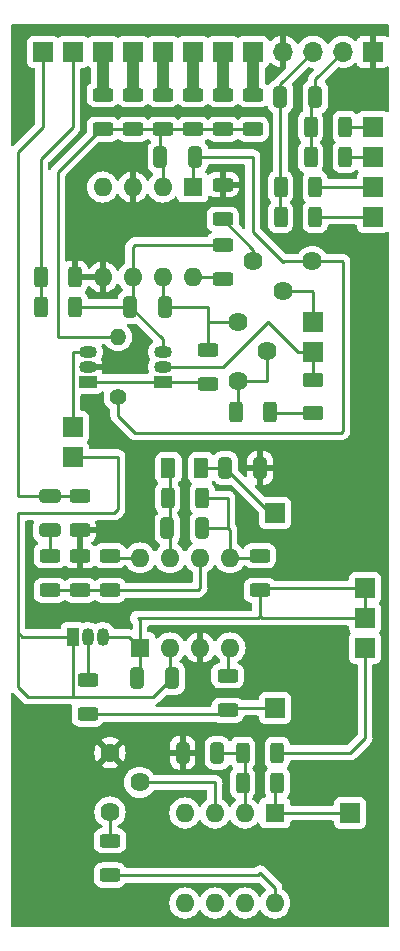
<source format=gtl>
%TF.GenerationSoftware,KiCad,Pcbnew,(6.0.5)*%
%TF.CreationDate,2023-02-14T12:10:34-05:00*%
%TF.ProjectId,vco2,76636f32-2e6b-4696-9361-645f70636258,rev?*%
%TF.SameCoordinates,Original*%
%TF.FileFunction,Copper,L1,Top*%
%TF.FilePolarity,Positive*%
%FSLAX46Y46*%
G04 Gerber Fmt 4.6, Leading zero omitted, Abs format (unit mm)*
G04 Created by KiCad (PCBNEW (6.0.5)) date 2023-02-14 12:10:34*
%MOMM*%
%LPD*%
G01*
G04 APERTURE LIST*
G04 Aperture macros list*
%AMRoundRect*
0 Rectangle with rounded corners*
0 $1 Rounding radius*
0 $2 $3 $4 $5 $6 $7 $8 $9 X,Y pos of 4 corners*
0 Add a 4 corners polygon primitive as box body*
4,1,4,$2,$3,$4,$5,$6,$7,$8,$9,$2,$3,0*
0 Add four circle primitives for the rounded corners*
1,1,$1+$1,$2,$3*
1,1,$1+$1,$4,$5*
1,1,$1+$1,$6,$7*
1,1,$1+$1,$8,$9*
0 Add four rect primitives between the rounded corners*
20,1,$1+$1,$2,$3,$4,$5,0*
20,1,$1+$1,$4,$5,$6,$7,0*
20,1,$1+$1,$6,$7,$8,$9,0*
20,1,$1+$1,$8,$9,$2,$3,0*%
G04 Aperture macros list end*
%TA.AperFunction,ComponentPad*%
%ADD10R,1.700000X1.700000*%
%TD*%
%TA.AperFunction,SMDPad,CuDef*%
%ADD11RoundRect,0.250000X-0.312500X-0.625000X0.312500X-0.625000X0.312500X0.625000X-0.312500X0.625000X0*%
%TD*%
%TA.AperFunction,ComponentPad*%
%ADD12C,1.620000*%
%TD*%
%TA.AperFunction,SMDPad,CuDef*%
%ADD13RoundRect,0.250000X0.625000X-0.312500X0.625000X0.312500X-0.625000X0.312500X-0.625000X-0.312500X0*%
%TD*%
%TA.AperFunction,SMDPad,CuDef*%
%ADD14RoundRect,0.250000X0.312500X0.625000X-0.312500X0.625000X-0.312500X-0.625000X0.312500X-0.625000X0*%
%TD*%
%TA.AperFunction,ComponentPad*%
%ADD15R,1.500000X1.050000*%
%TD*%
%TA.AperFunction,ComponentPad*%
%ADD16O,1.500000X1.050000*%
%TD*%
%TA.AperFunction,ComponentPad*%
%ADD17R,1.600000X1.600000*%
%TD*%
%TA.AperFunction,ComponentPad*%
%ADD18O,1.600000X1.600000*%
%TD*%
%TA.AperFunction,SMDPad,CuDef*%
%ADD19RoundRect,0.250000X-0.375000X-0.625000X0.375000X-0.625000X0.375000X0.625000X-0.375000X0.625000X0*%
%TD*%
%TA.AperFunction,SMDPad,CuDef*%
%ADD20RoundRect,0.250000X0.325000X0.650000X-0.325000X0.650000X-0.325000X-0.650000X0.325000X-0.650000X0*%
%TD*%
%TA.AperFunction,SMDPad,CuDef*%
%ADD21RoundRect,0.250000X-0.325000X-0.650000X0.325000X-0.650000X0.325000X0.650000X-0.325000X0.650000X0*%
%TD*%
%TA.AperFunction,SMDPad,CuDef*%
%ADD22RoundRect,0.250000X0.650000X-0.325000X0.650000X0.325000X-0.650000X0.325000X-0.650000X-0.325000X0*%
%TD*%
%TA.AperFunction,ComponentPad*%
%ADD23O,1.700000X1.700000*%
%TD*%
%TA.AperFunction,ComponentPad*%
%ADD24C,1.400000*%
%TD*%
%TA.AperFunction,ComponentPad*%
%ADD25O,1.400000X1.400000*%
%TD*%
%TA.AperFunction,SMDPad,CuDef*%
%ADD26RoundRect,0.250000X-0.625000X0.375000X-0.625000X-0.375000X0.625000X-0.375000X0.625000X0.375000X0*%
%TD*%
%TA.AperFunction,SMDPad,CuDef*%
%ADD27RoundRect,0.250000X-0.625000X0.312500X-0.625000X-0.312500X0.625000X-0.312500X0.625000X0.312500X0*%
%TD*%
%TA.AperFunction,ComponentPad*%
%ADD28R,1.050000X1.500000*%
%TD*%
%TA.AperFunction,ComponentPad*%
%ADD29O,1.050000X1.500000*%
%TD*%
%TA.AperFunction,Conductor*%
%ADD30C,0.250000*%
%TD*%
%TA.AperFunction,Conductor*%
%ADD31C,1.000000*%
%TD*%
G04 APERTURE END LIST*
D10*
%TO.P,J44,1,Pin_1*%
%TO.N,Net-(U2-Pad1)*%
X130810000Y-105420000D03*
%TD*%
D11*
%TO.P,R71,1*%
%TO.N,-12V*%
X123665000Y-71460000D03*
%TO.P,R71,2*%
%TO.N,Net-(R71-Pad2)*%
X126590000Y-71460000D03*
%TD*%
D12*
%TO.P,ROTrim1,1,1*%
%TO.N,GND*%
X109220000Y-116840000D03*
%TO.P,ROTrim1,2,2*%
%TO.N,Net-(U3-Pad3)*%
X111720000Y-119340000D03*
%TO.P,ROTrim1,3,3*%
%TO.N,Net-(ROTrim1-Pad3)*%
X109220000Y-121840000D03*
%TD*%
D13*
%TO.P,R15,1*%
%TO.N,Net-(R8-Pad1)*%
X108617500Y-64032500D03*
%TO.P,R15,2*%
%TO.N,Net-(J30-Pad1)*%
X108617500Y-61107500D03*
%TD*%
D10*
%TO.P,J45,1,Pin_1*%
%TO.N,Net-(R12-Pad2)*%
X130810000Y-107950000D03*
%TD*%
D11*
%TO.P,R20,1*%
%TO.N,Net-(U3-Pad2)*%
X120457500Y-119380000D03*
%TO.P,R20,2*%
%TO.N,+12V*%
X123382500Y-119380000D03*
%TD*%
D12*
%TO.P,1v/Oct1,1,1*%
%TO.N,Net-(C19-Pad2)*%
X126357500Y-75215000D03*
%TO.P,1v/Oct1,2,2*%
%TO.N,Net-(J40-Pad1)*%
X123857500Y-77715000D03*
%TO.P,1v/Oct1,3,3*%
%TO.N,Net-(R19-Pad1)*%
X121357500Y-75215000D03*
%TD*%
D14*
%TO.P,R57,1*%
%TO.N,Net-(R57-Pad1)*%
X129130000Y-63840000D03*
%TO.P,R57,2*%
%TO.N,+12V*%
X126205000Y-63840000D03*
%TD*%
D13*
%TO.P,R47,1*%
%TO.N,Net-(U2-Pad6)*%
X109210000Y-103072500D03*
%TO.P,R47,2*%
%TO.N,+12V*%
X109210000Y-100147500D03*
%TD*%
%TO.P,R17,1*%
%TO.N,Net-(Q2-Pad1)*%
X117507500Y-85622500D03*
%TO.P,R17,2*%
%TO.N,Net-(HFTrim1-Pad1)*%
X117507500Y-82697500D03*
%TD*%
D15*
%TO.P,Q2,1,E*%
%TO.N,Net-(Q2-Pad1)*%
X107347500Y-85430000D03*
D16*
%TO.P,Q2,2,B*%
%TO.N,GND*%
X107347500Y-84160000D03*
%TO.P,Q2,3,C*%
%TO.N,+12V*%
X107347500Y-82890000D03*
%TD*%
D14*
%TO.P,R65,1*%
%TO.N,Net-(R65-Pad1)*%
X129130000Y-66380000D03*
%TO.P,R65,2*%
%TO.N,+12V*%
X126205000Y-66380000D03*
%TD*%
D10*
%TO.P,J40,1,Pin_1*%
%TO.N,Net-(J40-Pad1)*%
X126397500Y-80350000D03*
%TD*%
D13*
%TO.P,R34,1*%
%TO.N,Net-(U2-Pad6)*%
X104130000Y-103072500D03*
%TO.P,R34,2*%
%TO.N,Net-(R34-Pad2)*%
X104130000Y-100147500D03*
%TD*%
D10*
%TO.P,J33,1,Pin_1*%
%TO.N,Net-(J33-Pad1)*%
X116237500Y-57490000D03*
%TD*%
D17*
%TO.P,U2,1*%
%TO.N,Net-(U2-Pad1)*%
X111760000Y-107950000D03*
D18*
%TO.P,U2,2,-*%
%TO.N,+12V*%
X114300000Y-107950000D03*
%TO.P,U2,3,+*%
%TO.N,GND*%
X116840000Y-107950000D03*
%TO.P,U2,4,V-*%
%TO.N,-12V*%
X119380000Y-107950000D03*
%TO.P,U2,5,+*%
%TO.N,Net-(R42-Pad2)*%
X119380000Y-100330000D03*
%TO.P,U2,6,-*%
%TO.N,Net-(U2-Pad6)*%
X116840000Y-100330000D03*
%TO.P,U2,7*%
%TO.N,Net-(C18-Pad2)*%
X114300000Y-100330000D03*
%TO.P,U2,8,V+*%
%TO.N,+12V*%
X111760000Y-100330000D03*
%TD*%
D14*
%TO.P,R9,1*%
%TO.N,Net-(R9-Pad1)*%
X122780000Y-87970000D03*
%TO.P,R9,2*%
%TO.N,Net-(HFTrim1-Pad2)*%
X119855000Y-87970000D03*
%TD*%
D19*
%TO.P,D2,1,K*%
%TO.N,Net-(C18-Pad2)*%
X114160000Y-92720000D03*
%TO.P,D2,2,A*%
%TO.N,Net-(C17-Pad1)*%
X116960000Y-92720000D03*
%TD*%
D13*
%TO.P,R46,1*%
%TO.N,Net-(U2-Pad6)*%
X106670000Y-103072500D03*
%TO.P,R46,2*%
%TO.N,GND*%
X106670000Y-100147500D03*
%TD*%
D20*
%TO.P,C6,1*%
%TO.N,+12V*%
X114495000Y-110500000D03*
%TO.P,C6,2*%
%TO.N,Net-(U2-Pad1)*%
X111545000Y-110500000D03*
%TD*%
D13*
%TO.P,R50,1*%
%TO.N,Net-(R50-Pad1)*%
X107347500Y-113562500D03*
%TO.P,R50,2*%
%TO.N,Net-(Q3-Pad2)*%
X107347500Y-110637500D03*
%TD*%
D10*
%TO.P,J21,1,Pin_1*%
%TO.N,Net-(R71-Pad2)*%
X131477500Y-71460000D03*
%TD*%
D13*
%TO.P,R10,1*%
%TO.N,Net-(R8-Pad1)*%
X118777500Y-64032500D03*
%TO.P,R10,2*%
%TO.N,Net-(J12-Pad1)*%
X118777500Y-61107500D03*
%TD*%
D10*
%TO.P,J43,1,Pin_1*%
%TO.N,+12V*%
X106077500Y-91780000D03*
%TD*%
D13*
%TO.P,R27,1*%
%TO.N,Net-(R8-Pad1)*%
X116237500Y-64032500D03*
%TO.P,R27,2*%
%TO.N,Net-(J33-Pad1)*%
X116237500Y-61107500D03*
%TD*%
D21*
%TO.P,C19,1*%
%TO.N,Net-(R8-Pad1)*%
X113492500Y-66380000D03*
%TO.P,C19,2*%
%TO.N,Net-(C19-Pad2)*%
X116442500Y-66380000D03*
%TD*%
D10*
%TO.P,J50,1,Pin_1*%
%TO.N,Net-(R30-Pad1)*%
X106077500Y-57490000D03*
%TD*%
D13*
%TO.P,R66,1*%
%TO.N,GND*%
X106670000Y-97992500D03*
%TO.P,R66,2*%
%TO.N,Net-(C5-Pad2)*%
X106670000Y-95067500D03*
%TD*%
D22*
%TO.P,C5,1*%
%TO.N,Net-(R34-Pad2)*%
X104130000Y-98005000D03*
%TO.P,C5,2*%
%TO.N,Net-(C5-Pad2)*%
X104130000Y-95055000D03*
%TD*%
D10*
%TO.P,J0,1,Pin_1*%
%TO.N,GND*%
X131467500Y-57490000D03*
D23*
%TO.P,J0,2,Pin_2*%
%TO.N,+12V*%
X128927500Y-57490000D03*
%TO.P,J0,3,Pin_3*%
%TO.N,-12V*%
X126387500Y-57490000D03*
%TO.P,J0,4,Pin_4*%
%TO.N,GND*%
X123847500Y-57490000D03*
%TD*%
D10*
%TO.P,J61,1,Pin_1*%
%TO.N,Net-(C5-Pad2)*%
X103537500Y-57490000D03*
%TD*%
%TO.P,J42,1,Pin_1*%
%TO.N,+12V*%
X106077500Y-89240000D03*
%TD*%
D24*
%TO.P,R24,1*%
%TO.N,Net-(C19-Pad2)*%
X109887500Y-86700000D03*
D25*
%TO.P,R24,2*%
%TO.N,Net-(R8-Pad1)*%
X109887500Y-81620000D03*
%TD*%
D14*
%TO.P,R31,1*%
%TO.N,GND*%
X106270000Y-76540000D03*
%TO.P,R31,2*%
%TO.N,Net-(R30-Pad1)*%
X103345000Y-76540000D03*
%TD*%
D21*
%TO.P,C3,1*%
%TO.N,Net-(Q1-Pad3)*%
X110952500Y-79080000D03*
%TO.P,C3,2*%
%TO.N,Net-(HFTrim1-Pad1)*%
X113902500Y-79080000D03*
%TD*%
D20*
%TO.P,C18,1*%
%TO.N,Net-(R42-Pad2)*%
X117035000Y-97800000D03*
%TO.P,C18,2*%
%TO.N,Net-(C18-Pad2)*%
X114085000Y-97800000D03*
%TD*%
D10*
%TO.P,J71,1,Pin_1*%
%TO.N,Net-(R50-Pad1)*%
X123190000Y-113030000D03*
%TD*%
D11*
%TO.P,R30,1*%
%TO.N,Net-(R30-Pad1)*%
X103345000Y-79080000D03*
%TO.P,R30,2*%
%TO.N,Net-(Q1-Pad3)*%
X106270000Y-79080000D03*
%TD*%
D13*
%TO.P,R18,1*%
%TO.N,Net-(R8-Pad1)*%
X111157500Y-64032500D03*
%TO.P,R18,2*%
%TO.N,Net-(J31-Pad1)*%
X111157500Y-61107500D03*
%TD*%
D10*
%TO.P,J41,1,Pin_1*%
%TO.N,Net-(D1-Pad1)*%
X126397500Y-82890000D03*
%TD*%
D13*
%TO.P,R8,1*%
%TO.N,Net-(R8-Pad1)*%
X121317500Y-64032500D03*
%TO.P,R8,2*%
%TO.N,Net-(J22-Pad1)*%
X121317500Y-61107500D03*
%TD*%
D10*
%TO.P,J46,1,Pin_1*%
%TO.N,+12V*%
X129540000Y-121920000D03*
%TD*%
%TO.P,J30,1,Pin_1*%
%TO.N,Net-(J30-Pad1)*%
X108617500Y-57490000D03*
%TD*%
D26*
%TO.P,D1,1,K*%
%TO.N,Net-(D1-Pad1)*%
X126397500Y-85300000D03*
%TO.P,D1,2,A*%
%TO.N,Net-(R9-Pad1)*%
X126397500Y-88100000D03*
%TD*%
D20*
%TO.P,C8,1*%
%TO.N,+12V*%
X126602500Y-61300000D03*
%TO.P,C8,2*%
%TO.N,-12V*%
X123652500Y-61300000D03*
%TD*%
D11*
%TO.P,R56,1*%
%TO.N,-12V*%
X123665000Y-68920000D03*
%TO.P,R56,2*%
%TO.N,Net-(R56-Pad2)*%
X126590000Y-68920000D03*
%TD*%
D20*
%TO.P,C1,1*%
%TO.N,Net-(U3-Pad2)*%
X118315000Y-116840000D03*
%TO.P,C1,2*%
%TO.N,GND*%
X115365000Y-116840000D03*
%TD*%
D10*
%TO.P,J23,1,Pin_1*%
%TO.N,Net-(R65-Pad1)*%
X131477500Y-66380000D03*
%TD*%
%TO.P,J12,1,Pin_1*%
%TO.N,Net-(J12-Pad1)*%
X118777500Y-57490000D03*
%TD*%
%TO.P,J60,1,Pin_1*%
%TO.N,Net-(U2-Pad1)*%
X130810000Y-102880000D03*
%TD*%
D17*
%TO.P,U1,1*%
%TO.N,Net-(C19-Pad2)*%
X116227500Y-68930000D03*
D18*
%TO.P,U1,2,-*%
%TO.N,Net-(R8-Pad1)*%
X113687500Y-68930000D03*
%TO.P,U1,3,+*%
%TO.N,GND*%
X111147500Y-68930000D03*
%TO.P,U1,4,V-*%
%TO.N,-12V*%
X108607500Y-68930000D03*
%TO.P,U1,5,+*%
%TO.N,GND*%
X108607500Y-76550000D03*
%TO.P,U1,6,-*%
%TO.N,Net-(Q1-Pad3)*%
X111147500Y-76550000D03*
%TO.P,U1,7*%
%TO.N,Net-(HFTrim1-Pad1)*%
X113687500Y-76550000D03*
%TO.P,U1,8,V+*%
%TO.N,+12V*%
X116227500Y-76550000D03*
%TD*%
D17*
%TO.P,U3,1*%
%TO.N,+12V*%
X123180000Y-121930000D03*
D18*
%TO.P,U3,2,-*%
%TO.N,Net-(U3-Pad2)*%
X120640000Y-121930000D03*
%TO.P,U3,3,+*%
%TO.N,Net-(U3-Pad3)*%
X118100000Y-121930000D03*
%TO.P,U3,4,V-*%
%TO.N,-12V*%
X115560000Y-121930000D03*
%TO.P,U3,5*%
%TO.N,N/C*%
X115560000Y-129550000D03*
%TO.P,U3,6*%
X118100000Y-129550000D03*
%TO.P,U3,7*%
X120640000Y-129550000D03*
%TO.P,U3,8,V+*%
%TO.N,+12V*%
X123180000Y-129550000D03*
%TD*%
D27*
%TO.P,R6,1*%
%TO.N,Net-(ROTrim1-Pad3)*%
X109220000Y-124267500D03*
%TO.P,R6,2*%
%TO.N,+12V*%
X109220000Y-127192500D03*
%TD*%
D13*
%TO.P,R19,1*%
%TO.N,Net-(R19-Pad1)*%
X118777500Y-71652500D03*
%TO.P,R19,2*%
%TO.N,GND*%
X118777500Y-68727500D03*
%TD*%
D10*
%TO.P,J31,1,Pin_1*%
%TO.N,Net-(J31-Pad1)*%
X111157500Y-57490000D03*
%TD*%
%TO.P,J70,1,Pin_1*%
%TO.N,Net-(C17-Pad1)*%
X123190000Y-96520000D03*
%TD*%
%TO.P,J13,1,Pin_1*%
%TO.N,Net-(R57-Pad1)*%
X131477500Y-63840000D03*
%TD*%
%TO.P,J32,1,Pin_1*%
%TO.N,Net-(J32-Pad1)*%
X113697500Y-57490000D03*
%TD*%
D28*
%TO.P,Q3,1,E*%
%TO.N,+12V*%
X106077500Y-107020000D03*
D29*
%TO.P,Q3,2,B*%
%TO.N,Net-(Q3-Pad2)*%
X107347500Y-107020000D03*
%TO.P,Q3,3,C*%
%TO.N,Net-(U2-Pad1)*%
X108617500Y-107020000D03*
%TD*%
D21*
%TO.P,C17,1*%
%TO.N,Net-(C17-Pad1)*%
X118972500Y-92720000D03*
%TO.P,C17,2*%
%TO.N,GND*%
X121922500Y-92720000D03*
%TD*%
D11*
%TO.P,R12,1*%
%TO.N,Net-(U3-Pad2)*%
X120457500Y-116840000D03*
%TO.P,R12,2*%
%TO.N,Net-(R12-Pad2)*%
X123382500Y-116840000D03*
%TD*%
D12*
%TO.P,HFTrim1,1,1*%
%TO.N,Net-(HFTrim1-Pad1)*%
X120047500Y-80350000D03*
%TO.P,HFTrim1,2,2*%
%TO.N,Net-(HFTrim1-Pad2)*%
X122547500Y-82850000D03*
%TO.P,HFTrim1,3,3*%
X120047500Y-85350000D03*
%TD*%
D13*
%TO.P,R70,1*%
%TO.N,Net-(R50-Pad1)*%
X119177500Y-113232500D03*
%TO.P,R70,2*%
%TO.N,-12V*%
X119177500Y-110307500D03*
%TD*%
D10*
%TO.P,J11,1,Pin_1*%
%TO.N,Net-(R56-Pad2)*%
X131477500Y-68920000D03*
%TD*%
%TO.P,J22,1,Pin_1*%
%TO.N,Net-(J22-Pad1)*%
X121317500Y-57490000D03*
%TD*%
D13*
%TO.P,R28,1*%
%TO.N,+12V*%
X118777500Y-76732500D03*
%TO.P,R28,2*%
%TO.N,Net-(Q1-Pad3)*%
X118777500Y-73807500D03*
%TD*%
%TO.P,R23,1*%
%TO.N,Net-(R8-Pad1)*%
X113697500Y-64032500D03*
%TO.P,R23,2*%
%TO.N,Net-(J32-Pad1)*%
X113697500Y-61107500D03*
%TD*%
%TO.P,R42,1*%
%TO.N,Net-(U2-Pad1)*%
X121910000Y-103072500D03*
%TO.P,R42,2*%
%TO.N,Net-(R42-Pad2)*%
X121910000Y-100147500D03*
%TD*%
D11*
%TO.P,R69,1*%
%TO.N,Net-(C18-Pad2)*%
X114097500Y-95260000D03*
%TO.P,R69,2*%
%TO.N,Net-(R42-Pad2)*%
X117022500Y-95260000D03*
%TD*%
D15*
%TO.P,Q1,1,E*%
%TO.N,Net-(Q2-Pad1)*%
X113697500Y-85430000D03*
D16*
%TO.P,Q1,2,B*%
%TO.N,Net-(D1-Pad1)*%
X113697500Y-84160000D03*
%TO.P,Q1,3,C*%
%TO.N,Net-(Q1-Pad3)*%
X113697500Y-82890000D03*
%TD*%
D30*
%TO.N,Net-(R12-Pad2)*%
X130810000Y-115570000D02*
X130810000Y-107950000D01*
X129540000Y-116840000D02*
X130810000Y-115570000D01*
X123382500Y-116840000D02*
X129540000Y-116840000D01*
%TO.N,Net-(C5-Pad2)*%
X101397500Y-95055000D02*
X101397500Y-65980000D01*
X101397500Y-65980000D02*
X103537500Y-63840000D01*
X103537500Y-63840000D02*
X103537500Y-57490000D01*
X101410000Y-95067500D02*
X106670000Y-95067500D01*
X101397500Y-95055000D02*
X101410000Y-95067500D01*
%TO.N,+12V*%
X101397500Y-96530000D02*
X101397500Y-106620000D01*
X101397500Y-106620000D02*
X101397500Y-111230000D01*
X101797500Y-107020000D02*
X101397500Y-106620000D01*
X101397500Y-111230000D02*
X102267500Y-112100000D01*
X109557500Y-96530000D02*
X101397500Y-96530000D01*
X106077500Y-107020000D02*
X101797500Y-107020000D01*
X102267500Y-112100000D02*
X106077500Y-112100000D01*
%TO.N,Net-(C19-Pad2)*%
X128882500Y-75215000D02*
X126357500Y-75215000D01*
X123912500Y-75215000D02*
X126357500Y-75215000D01*
X121317500Y-72730000D02*
X123857500Y-75270000D01*
X128937500Y-75270000D02*
X128882500Y-75215000D01*
X116442500Y-66380000D02*
X116227500Y-66595000D01*
X111310480Y-89720480D02*
X128784520Y-89720480D01*
X121317500Y-66380000D02*
X121317500Y-72730000D01*
X109887500Y-86700000D02*
X109887500Y-88297500D01*
X116227500Y-66595000D02*
X116227500Y-68930000D01*
X123857500Y-75270000D02*
X123912500Y-75215000D01*
X109887500Y-88297500D02*
X111310480Y-89720480D01*
X116442500Y-66380000D02*
X121317500Y-66380000D01*
X128784520Y-89720480D02*
X128937500Y-89567500D01*
X128937500Y-89567500D02*
X128937500Y-75270000D01*
%TO.N,Net-(J40-Pad1)*%
X126397500Y-77810000D02*
X126397500Y-80350000D01*
X123857500Y-77715000D02*
X126302500Y-77715000D01*
X126302500Y-77715000D02*
X126397500Y-77810000D01*
%TO.N,Net-(R19-Pad1)*%
X121357500Y-75215000D02*
X121357500Y-74232500D01*
X121357500Y-74232500D02*
X118777500Y-71652500D01*
%TO.N,Net-(U3-Pad2)*%
X120457500Y-116840000D02*
X120640000Y-117022500D01*
X120640000Y-117022500D02*
X120640000Y-121930000D01*
X120457500Y-116840000D02*
X118315000Y-116840000D01*
%TO.N,GND*%
X106670000Y-97992500D02*
X106670000Y-100147500D01*
X106270000Y-76540000D02*
X108597500Y-76540000D01*
X108597500Y-76540000D02*
X108607500Y-76550000D01*
X118777500Y-68727500D02*
X118777500Y-69182500D01*
%TO.N,Net-(Q1-Pad3)*%
X111147500Y-78885000D02*
X110952500Y-79080000D01*
X110952500Y-79080000D02*
X113697500Y-81825000D01*
X111350000Y-73807500D02*
X118777500Y-73807500D01*
X110952500Y-79080000D02*
X106270000Y-79080000D01*
X111147500Y-76550000D02*
X111147500Y-78885000D01*
X111147500Y-74010000D02*
X111350000Y-73807500D01*
X113697500Y-81825000D02*
X113697500Y-82890000D01*
X111147500Y-76550000D02*
X111147500Y-74010000D01*
%TO.N,Net-(HFTrim1-Pad1)*%
X117507500Y-79080000D02*
X117507500Y-82697500D01*
X117507500Y-82697500D02*
X117507500Y-80350000D01*
X113697500Y-79080000D02*
X113902500Y-79080000D01*
X113902500Y-79080000D02*
X117507500Y-79080000D01*
X113687500Y-76550000D02*
X113687500Y-79070000D01*
X113687500Y-79070000D02*
X113697500Y-79080000D01*
X117507500Y-80350000D02*
X120047500Y-80350000D01*
%TO.N,Net-(R34-Pad2)*%
X104130000Y-98005000D02*
X104130000Y-100147500D01*
%TO.N,Net-(C5-Pad2)*%
X106657500Y-95055000D02*
X106670000Y-95067500D01*
X104130000Y-95055000D02*
X106657500Y-95055000D01*
%TO.N,+12V*%
X112895000Y-112100000D02*
X106077500Y-112100000D01*
X109887500Y-96200000D02*
X109557500Y-96530000D01*
X114300000Y-110305000D02*
X114495000Y-110500000D01*
X106077500Y-112100000D02*
X106077500Y-107020000D01*
X106077500Y-91780000D02*
X109887500Y-91780000D01*
X109887500Y-91780000D02*
X109887500Y-96200000D01*
X114495000Y-110500000D02*
X112895000Y-112100000D01*
X114300000Y-107950000D02*
X114300000Y-110305000D01*
%TO.N,Net-(U2-Pad1)*%
X121910000Y-105227500D02*
X122102500Y-105420000D01*
X130810000Y-102880000D02*
X130810000Y-105420000D01*
X111760000Y-107950000D02*
X111760000Y-105622500D01*
X122102500Y-105420000D02*
X130810000Y-105420000D01*
X111760000Y-105622500D02*
X111557500Y-105420000D01*
X111760000Y-110285000D02*
X111545000Y-110500000D01*
X110830000Y-107020000D02*
X111760000Y-107950000D01*
X108617500Y-107020000D02*
X110830000Y-107020000D01*
X111760000Y-107950000D02*
X111760000Y-110285000D01*
X121910000Y-105227500D02*
X121910000Y-103072500D01*
X121717500Y-105420000D02*
X121910000Y-105227500D01*
X111557500Y-105420000D02*
X121717500Y-105420000D01*
X122102500Y-102880000D02*
X130810000Y-102880000D01*
X121910000Y-103072500D02*
X122102500Y-102880000D01*
%TO.N,+12V*%
X109392500Y-100330000D02*
X111760000Y-100330000D01*
X126205000Y-66380000D02*
X126205000Y-61697500D01*
X121727500Y-127192500D02*
X121920000Y-127000000D01*
X118595000Y-76550000D02*
X116227500Y-76550000D01*
X118777500Y-76732500D02*
X118595000Y-76550000D01*
X109220000Y-127192500D02*
X121727500Y-127192500D01*
X109210000Y-100147500D02*
X109392500Y-100330000D01*
X126602500Y-61300000D02*
X126602500Y-59815000D01*
X123180000Y-128260000D02*
X123180000Y-129550000D01*
X126602500Y-59815000D02*
X128927500Y-57490000D01*
X126205000Y-61697500D02*
X126602500Y-61300000D01*
X121920000Y-127000000D02*
X123180000Y-128260000D01*
%TO.N,-12V*%
X123652500Y-71447500D02*
X123665000Y-71460000D01*
X119177500Y-110307500D02*
X119177500Y-108152500D01*
X123652500Y-60225000D02*
X123652500Y-61300000D01*
X123652500Y-61300000D02*
X123652500Y-71447500D01*
X119177500Y-108152500D02*
X119380000Y-107950000D01*
X126387500Y-57490000D02*
X123652500Y-60225000D01*
%TO.N,Net-(R50-Pad1)*%
X107347500Y-113562500D02*
X118847500Y-113562500D01*
X123190000Y-113030000D02*
X119380000Y-113030000D01*
X119380000Y-113030000D02*
X119177500Y-113232500D01*
X118847500Y-113562500D02*
X119177500Y-113232500D01*
%TO.N,Net-(R42-Pad2)*%
X119177500Y-95260000D02*
X119177500Y-97800000D01*
X121727500Y-100330000D02*
X119380000Y-100330000D01*
X119380000Y-98002500D02*
X119177500Y-97800000D01*
X119380000Y-100330000D02*
X119380000Y-98002500D01*
X121910000Y-100147500D02*
X121727500Y-100330000D01*
X119177500Y-97800000D02*
X117035000Y-97800000D01*
X117022500Y-95260000D02*
X119177500Y-95260000D01*
%TO.N,Net-(C18-Pad2)*%
X114300000Y-92730000D02*
X114290000Y-92720000D01*
X114290000Y-92720000D02*
X114160000Y-92720000D01*
X114300000Y-100330000D02*
X114300000Y-92730000D01*
%TO.N,Net-(R8-Pad1)*%
X108425000Y-64032500D02*
X104807500Y-67650000D01*
X113492500Y-66380000D02*
X113492500Y-64045000D01*
X113697500Y-63840000D02*
X113697500Y-64032500D01*
X113687500Y-66575000D02*
X113687500Y-68930000D01*
X113492500Y-66380000D02*
X113687500Y-66575000D01*
X108617500Y-64032500D02*
X108425000Y-64032500D01*
X113492500Y-64045000D02*
X113697500Y-63840000D01*
X109887500Y-81620000D02*
X104807500Y-81620000D01*
X104807500Y-67650000D02*
X104807500Y-81620000D01*
X108617500Y-64032500D02*
X121317500Y-64032500D01*
%TO.N,Net-(D1-Pad1)*%
X126397500Y-82890000D02*
X126397500Y-85300000D01*
X126397500Y-82890000D02*
X125127500Y-82890000D01*
X125127500Y-82890000D02*
X122587500Y-80350000D01*
X122587500Y-80350000D02*
X118777500Y-84160000D01*
X118777500Y-84160000D02*
X113697500Y-84160000D01*
%TO.N,Net-(R9-Pad1)*%
X126397500Y-88100000D02*
X122910000Y-88100000D01*
X122910000Y-88100000D02*
X122780000Y-87970000D01*
%TO.N,Net-(HFTrim1-Pad2)*%
X122547500Y-82850000D02*
X122547500Y-85390000D01*
X122507500Y-85350000D02*
X120047500Y-85350000D01*
X122547500Y-85390000D02*
X122507500Y-85350000D01*
X119855000Y-87970000D02*
X120047500Y-87777500D01*
X120047500Y-87777500D02*
X120047500Y-85350000D01*
%TO.N,Net-(R56-Pad2)*%
X126590000Y-68920000D02*
X131477500Y-68920000D01*
D31*
%TO.N,Net-(J12-Pad1)*%
X118777500Y-57490000D02*
X118777500Y-61107500D01*
D30*
%TO.N,Net-(R57-Pad1)*%
X129130000Y-63840000D02*
X131477500Y-63840000D01*
%TO.N,Net-(R71-Pad2)*%
X126590000Y-71460000D02*
X131477500Y-71460000D01*
D31*
%TO.N,Net-(J22-Pad1)*%
X121317500Y-57490000D02*
X121317500Y-61107500D01*
D30*
%TO.N,Net-(R65-Pad1)*%
X129130000Y-66380000D02*
X131477500Y-66380000D01*
D31*
%TO.N,Net-(J30-Pad1)*%
X108617500Y-57490000D02*
X108617500Y-61107500D01*
%TO.N,Net-(J31-Pad1)*%
X111157500Y-57490000D02*
X111157500Y-61107500D01*
%TO.N,Net-(J32-Pad1)*%
X113697500Y-57490000D02*
X113697500Y-61107500D01*
%TO.N,Net-(J33-Pad1)*%
X116237500Y-57490000D02*
X116237500Y-61107500D01*
D30*
%TO.N,+12V*%
X107347500Y-82890000D02*
X106077500Y-82890000D01*
X106077500Y-82890000D02*
X106077500Y-89240000D01*
X123382500Y-119380000D02*
X123180000Y-119582500D01*
X123180000Y-119582500D02*
X123180000Y-121930000D01*
X123180000Y-121930000D02*
X129530000Y-121930000D01*
X129530000Y-121930000D02*
X129540000Y-121920000D01*
%TO.N,Net-(R30-Pad1)*%
X103345000Y-76540000D02*
X103345000Y-66572500D01*
X103345000Y-66572500D02*
X106077500Y-63840000D01*
X103345000Y-79080000D02*
X103345000Y-76540000D01*
X106077500Y-57490000D02*
X106077500Y-63840000D01*
%TO.N,Net-(Q2-Pad1)*%
X117507500Y-85622500D02*
X117315000Y-85430000D01*
X113697500Y-85430000D02*
X107347500Y-85430000D01*
X117315000Y-85430000D02*
X113697500Y-85430000D01*
%TO.N,Net-(Q3-Pad2)*%
X107347500Y-110637500D02*
X107347500Y-107020000D01*
%TO.N,Net-(ROTrim1-Pad3)*%
X109220000Y-121840000D02*
X109220000Y-124267500D01*
%TO.N,Net-(U2-Pad6)*%
X104130000Y-103072500D02*
X109210000Y-103072500D01*
X109210000Y-103072500D02*
X116637500Y-103072500D01*
X116637500Y-103072500D02*
X116840000Y-102870000D01*
X116840000Y-102870000D02*
X116840000Y-100330000D01*
%TO.N,Net-(U3-Pad3)*%
X118100000Y-119390000D02*
X118100000Y-121930000D01*
X118110000Y-119380000D02*
X118100000Y-119390000D01*
X118070000Y-119340000D02*
X118110000Y-119380000D01*
X111720000Y-119340000D02*
X118070000Y-119340000D01*
%TO.N,Net-(C17-Pad1)*%
X118972500Y-92720000D02*
X122772500Y-96520000D01*
X116960000Y-92720000D02*
X118972500Y-92720000D01*
X122772500Y-96520000D02*
X123190000Y-96520000D01*
%TD*%
%TA.AperFunction,Conductor*%
%TO.N,GND*%
G36*
X107407824Y-58707575D02*
G01*
X107423062Y-58717368D01*
X107520795Y-58790615D01*
X107529204Y-58793767D01*
X107537075Y-58798077D01*
X107536164Y-58799741D01*
X107583990Y-58835663D01*
X107608693Y-58902224D01*
X107609000Y-58911009D01*
X107609000Y-60070101D01*
X107588998Y-60138222D01*
X107549303Y-60177245D01*
X107518152Y-60196522D01*
X107393195Y-60321697D01*
X107300385Y-60472262D01*
X107244703Y-60640139D01*
X107234000Y-60744600D01*
X107234000Y-61470400D01*
X107244974Y-61576166D01*
X107300950Y-61743946D01*
X107394022Y-61894348D01*
X107519197Y-62019305D01*
X107525427Y-62023145D01*
X107525428Y-62023146D01*
X107662590Y-62107694D01*
X107669762Y-62112115D01*
X107749505Y-62138564D01*
X107831111Y-62165632D01*
X107831113Y-62165632D01*
X107837639Y-62167797D01*
X107844475Y-62168497D01*
X107844478Y-62168498D01*
X107887531Y-62172909D01*
X107942100Y-62178500D01*
X109292900Y-62178500D01*
X109296146Y-62178163D01*
X109296150Y-62178163D01*
X109391808Y-62168238D01*
X109391812Y-62168237D01*
X109398666Y-62167526D01*
X109405202Y-62165345D01*
X109405204Y-62165345D01*
X109537306Y-62121272D01*
X109566446Y-62111550D01*
X109716848Y-62018478D01*
X109798293Y-61936891D01*
X109860576Y-61902812D01*
X109931396Y-61907815D01*
X109976484Y-61936736D01*
X110059197Y-62019305D01*
X110065427Y-62023145D01*
X110065428Y-62023146D01*
X110202590Y-62107694D01*
X110209762Y-62112115D01*
X110289505Y-62138564D01*
X110371111Y-62165632D01*
X110371113Y-62165632D01*
X110377639Y-62167797D01*
X110384475Y-62168497D01*
X110384478Y-62168498D01*
X110427531Y-62172909D01*
X110482100Y-62178500D01*
X111832900Y-62178500D01*
X111836146Y-62178163D01*
X111836150Y-62178163D01*
X111931808Y-62168238D01*
X111931812Y-62168237D01*
X111938666Y-62167526D01*
X111945202Y-62165345D01*
X111945204Y-62165345D01*
X112077306Y-62121272D01*
X112106446Y-62111550D01*
X112256848Y-62018478D01*
X112338293Y-61936891D01*
X112400576Y-61902812D01*
X112471396Y-61907815D01*
X112516484Y-61936736D01*
X112599197Y-62019305D01*
X112605427Y-62023145D01*
X112605428Y-62023146D01*
X112742590Y-62107694D01*
X112749762Y-62112115D01*
X112829505Y-62138564D01*
X112911111Y-62165632D01*
X112911113Y-62165632D01*
X112917639Y-62167797D01*
X112924475Y-62168497D01*
X112924478Y-62168498D01*
X112967531Y-62172909D01*
X113022100Y-62178500D01*
X114372900Y-62178500D01*
X114376146Y-62178163D01*
X114376150Y-62178163D01*
X114471808Y-62168238D01*
X114471812Y-62168237D01*
X114478666Y-62167526D01*
X114485202Y-62165345D01*
X114485204Y-62165345D01*
X114617306Y-62121272D01*
X114646446Y-62111550D01*
X114796848Y-62018478D01*
X114878293Y-61936891D01*
X114940576Y-61902812D01*
X115011396Y-61907815D01*
X115056484Y-61936736D01*
X115139197Y-62019305D01*
X115145427Y-62023145D01*
X115145428Y-62023146D01*
X115282590Y-62107694D01*
X115289762Y-62112115D01*
X115369505Y-62138564D01*
X115451111Y-62165632D01*
X115451113Y-62165632D01*
X115457639Y-62167797D01*
X115464475Y-62168497D01*
X115464478Y-62168498D01*
X115507531Y-62172909D01*
X115562100Y-62178500D01*
X116912900Y-62178500D01*
X116916146Y-62178163D01*
X116916150Y-62178163D01*
X117011808Y-62168238D01*
X117011812Y-62168237D01*
X117018666Y-62167526D01*
X117025202Y-62165345D01*
X117025204Y-62165345D01*
X117157306Y-62121272D01*
X117186446Y-62111550D01*
X117336848Y-62018478D01*
X117418293Y-61936891D01*
X117480576Y-61902812D01*
X117551396Y-61907815D01*
X117596484Y-61936736D01*
X117679197Y-62019305D01*
X117685427Y-62023145D01*
X117685428Y-62023146D01*
X117822590Y-62107694D01*
X117829762Y-62112115D01*
X117909505Y-62138564D01*
X117991111Y-62165632D01*
X117991113Y-62165632D01*
X117997639Y-62167797D01*
X118004475Y-62168497D01*
X118004478Y-62168498D01*
X118047531Y-62172909D01*
X118102100Y-62178500D01*
X119452900Y-62178500D01*
X119456146Y-62178163D01*
X119456150Y-62178163D01*
X119551808Y-62168238D01*
X119551812Y-62168237D01*
X119558666Y-62167526D01*
X119565202Y-62165345D01*
X119565204Y-62165345D01*
X119697306Y-62121272D01*
X119726446Y-62111550D01*
X119876848Y-62018478D01*
X119958293Y-61936891D01*
X120020576Y-61902812D01*
X120091396Y-61907815D01*
X120136484Y-61936736D01*
X120219197Y-62019305D01*
X120225427Y-62023145D01*
X120225428Y-62023146D01*
X120362590Y-62107694D01*
X120369762Y-62112115D01*
X120449505Y-62138564D01*
X120531111Y-62165632D01*
X120531113Y-62165632D01*
X120537639Y-62167797D01*
X120544475Y-62168497D01*
X120544478Y-62168498D01*
X120587531Y-62172909D01*
X120642100Y-62178500D01*
X121992900Y-62178500D01*
X121996146Y-62178163D01*
X121996150Y-62178163D01*
X122091808Y-62168238D01*
X122091812Y-62168237D01*
X122098666Y-62167526D01*
X122105202Y-62165345D01*
X122105204Y-62165345D01*
X122237306Y-62121272D01*
X122266446Y-62111550D01*
X122392933Y-62033277D01*
X122461385Y-62014439D01*
X122529154Y-62035600D01*
X122574726Y-62090041D01*
X122579932Y-62106180D01*
X122579974Y-62106166D01*
X122635950Y-62273946D01*
X122729022Y-62424348D01*
X122854197Y-62549305D01*
X122956991Y-62612668D01*
X122959116Y-62613978D01*
X123006609Y-62666750D01*
X123019000Y-62721238D01*
X123019000Y-67539160D01*
X122998998Y-67607281D01*
X122959303Y-67646304D01*
X122878152Y-67696522D01*
X122753195Y-67821697D01*
X122749355Y-67827927D01*
X122749354Y-67827928D01*
X122665112Y-67964594D01*
X122660385Y-67972262D01*
X122658081Y-67979209D01*
X122619332Y-68096035D01*
X122604703Y-68140139D01*
X122604003Y-68146975D01*
X122604002Y-68146978D01*
X122599591Y-68190031D01*
X122594000Y-68244600D01*
X122594000Y-69595400D01*
X122594337Y-69598646D01*
X122594337Y-69598650D01*
X122604129Y-69693021D01*
X122604974Y-69701166D01*
X122607155Y-69707702D01*
X122607155Y-69707704D01*
X122632989Y-69785138D01*
X122660950Y-69868946D01*
X122754022Y-70019348D01*
X122759204Y-70024521D01*
X122835609Y-70100793D01*
X122869688Y-70163076D01*
X122864685Y-70233896D01*
X122835764Y-70278984D01*
X122753195Y-70361697D01*
X122660385Y-70512262D01*
X122658081Y-70519209D01*
X122615983Y-70646132D01*
X122604703Y-70680139D01*
X122604003Y-70686975D01*
X122604002Y-70686978D01*
X122599591Y-70730031D01*
X122594000Y-70784600D01*
X122594000Y-72135400D01*
X122594337Y-72138646D01*
X122594337Y-72138650D01*
X122604129Y-72233021D01*
X122604974Y-72241166D01*
X122607155Y-72247702D01*
X122607155Y-72247704D01*
X122620915Y-72288946D01*
X122660950Y-72408946D01*
X122754022Y-72559348D01*
X122879197Y-72684305D01*
X122885427Y-72688145D01*
X122885428Y-72688146D01*
X123022590Y-72772694D01*
X123029762Y-72777115D01*
X123109160Y-72803450D01*
X123191111Y-72830632D01*
X123191113Y-72830632D01*
X123197639Y-72832797D01*
X123204475Y-72833497D01*
X123204478Y-72833498D01*
X123239831Y-72837120D01*
X123302100Y-72843500D01*
X124027900Y-72843500D01*
X124031146Y-72843163D01*
X124031150Y-72843163D01*
X124126808Y-72833238D01*
X124126812Y-72833237D01*
X124133666Y-72832526D01*
X124140202Y-72830345D01*
X124140204Y-72830345D01*
X124272306Y-72786272D01*
X124301446Y-72776550D01*
X124451848Y-72683478D01*
X124576805Y-72558303D01*
X124629067Y-72473519D01*
X124665775Y-72413968D01*
X124665776Y-72413966D01*
X124669615Y-72407738D01*
X124725297Y-72239861D01*
X124736000Y-72135400D01*
X124736000Y-70784600D01*
X124731981Y-70745866D01*
X124725738Y-70685692D01*
X124725737Y-70685688D01*
X124725026Y-70678834D01*
X124669050Y-70511054D01*
X124575978Y-70360652D01*
X124494391Y-70279207D01*
X124460312Y-70216924D01*
X124465315Y-70146104D01*
X124494236Y-70101016D01*
X124501978Y-70093261D01*
X124576805Y-70018303D01*
X124598017Y-69983891D01*
X124665775Y-69873968D01*
X124665776Y-69873966D01*
X124669615Y-69867738D01*
X124703500Y-69765576D01*
X124723132Y-69706389D01*
X124723132Y-69706387D01*
X124725297Y-69699861D01*
X124736000Y-69595400D01*
X124736000Y-68244600D01*
X124732705Y-68212842D01*
X124725738Y-68145692D01*
X124725737Y-68145688D01*
X124725026Y-68138834D01*
X124708912Y-68090533D01*
X124671368Y-67978002D01*
X124669050Y-67971054D01*
X124575978Y-67820652D01*
X124450803Y-67695695D01*
X124345883Y-67631021D01*
X124298391Y-67578250D01*
X124286000Y-67523762D01*
X124286000Y-62721311D01*
X124306002Y-62653190D01*
X124345696Y-62614167D01*
X124451848Y-62548478D01*
X124576805Y-62423303D01*
X124669615Y-62272738D01*
X124705140Y-62165632D01*
X124723132Y-62111389D01*
X124723132Y-62111387D01*
X124725297Y-62104861D01*
X124726816Y-62090041D01*
X124734148Y-62018478D01*
X124736000Y-62000400D01*
X124736000Y-60599600D01*
X124725026Y-60493834D01*
X124715751Y-60466032D01*
X124671368Y-60333002D01*
X124669050Y-60326054D01*
X124636804Y-60273946D01*
X124617968Y-60205496D01*
X124639129Y-60137726D01*
X124654855Y-60118550D01*
X125932049Y-58841355D01*
X125994361Y-58807330D01*
X126046262Y-58806979D01*
X126226097Y-58843567D01*
X126231271Y-58843757D01*
X126231273Y-58843757D01*
X126298793Y-58846233D01*
X126373149Y-58848959D01*
X126440490Y-58871443D01*
X126484986Y-58926767D01*
X126492508Y-58997364D01*
X126457626Y-59063969D01*
X126210247Y-59311348D01*
X126201961Y-59318888D01*
X126195482Y-59323000D01*
X126190057Y-59328777D01*
X126148857Y-59372651D01*
X126146102Y-59375493D01*
X126126365Y-59395230D01*
X126123885Y-59398427D01*
X126116182Y-59407447D01*
X126085914Y-59439679D01*
X126082095Y-59446625D01*
X126082093Y-59446628D01*
X126076152Y-59457434D01*
X126065301Y-59473953D01*
X126052886Y-59489959D01*
X126049741Y-59497228D01*
X126049738Y-59497232D01*
X126035326Y-59530537D01*
X126030109Y-59541187D01*
X126008805Y-59579940D01*
X126006834Y-59587615D01*
X126006834Y-59587616D01*
X126003767Y-59599562D01*
X125997363Y-59618266D01*
X125989319Y-59636855D01*
X125988080Y-59644678D01*
X125988077Y-59644688D01*
X125982401Y-59680524D01*
X125979995Y-59692144D01*
X125969000Y-59734970D01*
X125969000Y-59755224D01*
X125967449Y-59774934D01*
X125964280Y-59794943D01*
X125965026Y-59802835D01*
X125968441Y-59838961D01*
X125969000Y-59850819D01*
X125969000Y-59878689D01*
X125948998Y-59946810D01*
X125909304Y-59985833D01*
X125803152Y-60051522D01*
X125678195Y-60176697D01*
X125674355Y-60182927D01*
X125674354Y-60182928D01*
X125597761Y-60307185D01*
X125585385Y-60327262D01*
X125529703Y-60495139D01*
X125519000Y-60599600D01*
X125519000Y-62000400D01*
X125519337Y-62003646D01*
X125519337Y-62003650D01*
X125521276Y-62022332D01*
X125529974Y-62106166D01*
X125532155Y-62112702D01*
X125532155Y-62112704D01*
X125565024Y-62211223D01*
X125571500Y-62251099D01*
X125571500Y-62451425D01*
X125551498Y-62519546D01*
X125511804Y-62558568D01*
X125418152Y-62616522D01*
X125293195Y-62741697D01*
X125200385Y-62892262D01*
X125198081Y-62899209D01*
X125155983Y-63026132D01*
X125144703Y-63060139D01*
X125134000Y-63164600D01*
X125134000Y-64515400D01*
X125144974Y-64621166D01*
X125200950Y-64788946D01*
X125294022Y-64939348D01*
X125299204Y-64944521D01*
X125375609Y-65020793D01*
X125409688Y-65083076D01*
X125404685Y-65153896D01*
X125375764Y-65198984D01*
X125293195Y-65281697D01*
X125289355Y-65287927D01*
X125289354Y-65287928D01*
X125211387Y-65414414D01*
X125200385Y-65432262D01*
X125144703Y-65600139D01*
X125144003Y-65606975D01*
X125144002Y-65606978D01*
X125139591Y-65650031D01*
X125134000Y-65704600D01*
X125134000Y-67055400D01*
X125134337Y-67058646D01*
X125134337Y-67058650D01*
X125143437Y-67146348D01*
X125144974Y-67161166D01*
X125147155Y-67167702D01*
X125147155Y-67167704D01*
X125170648Y-67238120D01*
X125200950Y-67328946D01*
X125294022Y-67479348D01*
X125419197Y-67604305D01*
X125425427Y-67608145D01*
X125425428Y-67608146D01*
X125562590Y-67692694D01*
X125569762Y-67697115D01*
X125576709Y-67699419D01*
X125583344Y-67702513D01*
X125582263Y-67704831D01*
X125630737Y-67738404D01*
X125657981Y-67803965D01*
X125645456Y-67873848D01*
X125639979Y-67883694D01*
X125589970Y-67964824D01*
X125585385Y-67972262D01*
X125583081Y-67979209D01*
X125544332Y-68096035D01*
X125529703Y-68140139D01*
X125529003Y-68146975D01*
X125529002Y-68146978D01*
X125524591Y-68190031D01*
X125519000Y-68244600D01*
X125519000Y-69595400D01*
X125519337Y-69598646D01*
X125519337Y-69598650D01*
X125529129Y-69693021D01*
X125529974Y-69701166D01*
X125532155Y-69707702D01*
X125532155Y-69707704D01*
X125557989Y-69785138D01*
X125585950Y-69868946D01*
X125679022Y-70019348D01*
X125684204Y-70024521D01*
X125760609Y-70100793D01*
X125794688Y-70163076D01*
X125789685Y-70233896D01*
X125760764Y-70278984D01*
X125678195Y-70361697D01*
X125585385Y-70512262D01*
X125583081Y-70519209D01*
X125540983Y-70646132D01*
X125529703Y-70680139D01*
X125529003Y-70686975D01*
X125529002Y-70686978D01*
X125524591Y-70730031D01*
X125519000Y-70784600D01*
X125519000Y-72135400D01*
X125519337Y-72138646D01*
X125519337Y-72138650D01*
X125529129Y-72233021D01*
X125529974Y-72241166D01*
X125532155Y-72247702D01*
X125532155Y-72247704D01*
X125545915Y-72288946D01*
X125585950Y-72408946D01*
X125679022Y-72559348D01*
X125804197Y-72684305D01*
X125810427Y-72688145D01*
X125810428Y-72688146D01*
X125947590Y-72772694D01*
X125954762Y-72777115D01*
X126034160Y-72803450D01*
X126116111Y-72830632D01*
X126116113Y-72830632D01*
X126122639Y-72832797D01*
X126129475Y-72833497D01*
X126129478Y-72833498D01*
X126164831Y-72837120D01*
X126227100Y-72843500D01*
X126952900Y-72843500D01*
X126956146Y-72843163D01*
X126956150Y-72843163D01*
X127051808Y-72833238D01*
X127051812Y-72833237D01*
X127058666Y-72832526D01*
X127065202Y-72830345D01*
X127065204Y-72830345D01*
X127197306Y-72786272D01*
X127226446Y-72776550D01*
X127376848Y-72683478D01*
X127501805Y-72558303D01*
X127554067Y-72473519D01*
X127590775Y-72413968D01*
X127590776Y-72413966D01*
X127594615Y-72407738D01*
X127650297Y-72239861D01*
X127653699Y-72206658D01*
X127680540Y-72140930D01*
X127738655Y-72100148D01*
X127779043Y-72093500D01*
X129993000Y-72093500D01*
X130061121Y-72113502D01*
X130107614Y-72167158D01*
X130119000Y-72219500D01*
X130119000Y-72358134D01*
X130125755Y-72420316D01*
X130176885Y-72556705D01*
X130264239Y-72673261D01*
X130380795Y-72760615D01*
X130517184Y-72811745D01*
X130579366Y-72818500D01*
X132375634Y-72818500D01*
X132437816Y-72811745D01*
X132574205Y-72760615D01*
X132639935Y-72711353D01*
X132706441Y-72686505D01*
X132775824Y-72701558D01*
X132826054Y-72751732D01*
X132841500Y-72812179D01*
X132841500Y-131445500D01*
X132821498Y-131513621D01*
X132767842Y-131560114D01*
X132715500Y-131571500D01*
X100964500Y-131571500D01*
X100896379Y-131551498D01*
X100849886Y-131497842D01*
X100838500Y-131445500D01*
X100838500Y-127555400D01*
X107836500Y-127555400D01*
X107847474Y-127661166D01*
X107903450Y-127828946D01*
X107996522Y-127979348D01*
X108121697Y-128104305D01*
X108127927Y-128108145D01*
X108127928Y-128108146D01*
X108265090Y-128192694D01*
X108272262Y-128197115D01*
X108311833Y-128210240D01*
X108433611Y-128250632D01*
X108433613Y-128250632D01*
X108440139Y-128252797D01*
X108446975Y-128253497D01*
X108446978Y-128253498D01*
X108489759Y-128257881D01*
X108544600Y-128263500D01*
X109895400Y-128263500D01*
X109898646Y-128263163D01*
X109898650Y-128263163D01*
X109994308Y-128253238D01*
X109994312Y-128253237D01*
X110001166Y-128252526D01*
X110007702Y-128250345D01*
X110007704Y-128250345D01*
X110145713Y-128204301D01*
X110168946Y-128196550D01*
X110319348Y-128103478D01*
X110444305Y-127978303D01*
X110501273Y-127885884D01*
X110554045Y-127838391D01*
X110608533Y-127826000D01*
X121648733Y-127826000D01*
X121659916Y-127826527D01*
X121667409Y-127828202D01*
X121675335Y-127827953D01*
X121675336Y-127827953D01*
X121735486Y-127826062D01*
X121739445Y-127826000D01*
X121767356Y-127826000D01*
X121771291Y-127825503D01*
X121771356Y-127825495D01*
X121783188Y-127824563D01*
X121792164Y-127824280D01*
X121860878Y-127842131D01*
X121885218Y-127861123D01*
X122366090Y-128341995D01*
X122400116Y-128404307D01*
X122395051Y-128475122D01*
X122349269Y-128534301D01*
X122335700Y-128543802D01*
X122173802Y-128705700D01*
X122042477Y-128893251D01*
X122040154Y-128898233D01*
X122040151Y-128898238D01*
X122024195Y-128932457D01*
X121977278Y-128985742D01*
X121909001Y-129005203D01*
X121841041Y-128984661D01*
X121795805Y-128932457D01*
X121779849Y-128898238D01*
X121779846Y-128898233D01*
X121777523Y-128893251D01*
X121646198Y-128705700D01*
X121484300Y-128543802D01*
X121479792Y-128540645D01*
X121479789Y-128540643D01*
X121347731Y-128448175D01*
X121296749Y-128412477D01*
X121291767Y-128410154D01*
X121291762Y-128410151D01*
X121094225Y-128318039D01*
X121094224Y-128318039D01*
X121089243Y-128315716D01*
X121083935Y-128314294D01*
X121083933Y-128314293D01*
X120873402Y-128257881D01*
X120873400Y-128257881D01*
X120868087Y-128256457D01*
X120640000Y-128236502D01*
X120411913Y-128256457D01*
X120406600Y-128257881D01*
X120406598Y-128257881D01*
X120196067Y-128314293D01*
X120196065Y-128314294D01*
X120190757Y-128315716D01*
X120185776Y-128318039D01*
X120185775Y-128318039D01*
X119988238Y-128410151D01*
X119988233Y-128410154D01*
X119983251Y-128412477D01*
X119932269Y-128448175D01*
X119800211Y-128540643D01*
X119800208Y-128540645D01*
X119795700Y-128543802D01*
X119633802Y-128705700D01*
X119502477Y-128893251D01*
X119500154Y-128898233D01*
X119500151Y-128898238D01*
X119484195Y-128932457D01*
X119437278Y-128985742D01*
X119369001Y-129005203D01*
X119301041Y-128984661D01*
X119255805Y-128932457D01*
X119239849Y-128898238D01*
X119239846Y-128898233D01*
X119237523Y-128893251D01*
X119106198Y-128705700D01*
X118944300Y-128543802D01*
X118939792Y-128540645D01*
X118939789Y-128540643D01*
X118807731Y-128448175D01*
X118756749Y-128412477D01*
X118751767Y-128410154D01*
X118751762Y-128410151D01*
X118554225Y-128318039D01*
X118554224Y-128318039D01*
X118549243Y-128315716D01*
X118543935Y-128314294D01*
X118543933Y-128314293D01*
X118333402Y-128257881D01*
X118333400Y-128257881D01*
X118328087Y-128256457D01*
X118100000Y-128236502D01*
X117871913Y-128256457D01*
X117866600Y-128257881D01*
X117866598Y-128257881D01*
X117656067Y-128314293D01*
X117656065Y-128314294D01*
X117650757Y-128315716D01*
X117645776Y-128318039D01*
X117645775Y-128318039D01*
X117448238Y-128410151D01*
X117448233Y-128410154D01*
X117443251Y-128412477D01*
X117392269Y-128448175D01*
X117260211Y-128540643D01*
X117260208Y-128540645D01*
X117255700Y-128543802D01*
X117093802Y-128705700D01*
X116962477Y-128893251D01*
X116960154Y-128898233D01*
X116960151Y-128898238D01*
X116944195Y-128932457D01*
X116897278Y-128985742D01*
X116829001Y-129005203D01*
X116761041Y-128984661D01*
X116715805Y-128932457D01*
X116699849Y-128898238D01*
X116699846Y-128898233D01*
X116697523Y-128893251D01*
X116566198Y-128705700D01*
X116404300Y-128543802D01*
X116399792Y-128540645D01*
X116399789Y-128540643D01*
X116267731Y-128448175D01*
X116216749Y-128412477D01*
X116211767Y-128410154D01*
X116211762Y-128410151D01*
X116014225Y-128318039D01*
X116014224Y-128318039D01*
X116009243Y-128315716D01*
X116003935Y-128314294D01*
X116003933Y-128314293D01*
X115793402Y-128257881D01*
X115793400Y-128257881D01*
X115788087Y-128256457D01*
X115560000Y-128236502D01*
X115331913Y-128256457D01*
X115326600Y-128257881D01*
X115326598Y-128257881D01*
X115116067Y-128314293D01*
X115116065Y-128314294D01*
X115110757Y-128315716D01*
X115105776Y-128318039D01*
X115105775Y-128318039D01*
X114908238Y-128410151D01*
X114908233Y-128410154D01*
X114903251Y-128412477D01*
X114852269Y-128448175D01*
X114720211Y-128540643D01*
X114720208Y-128540645D01*
X114715700Y-128543802D01*
X114553802Y-128705700D01*
X114422477Y-128893251D01*
X114420154Y-128898233D01*
X114420151Y-128898238D01*
X114404195Y-128932457D01*
X114325716Y-129100757D01*
X114266457Y-129321913D01*
X114246502Y-129550000D01*
X114266457Y-129778087D01*
X114325716Y-129999243D01*
X114328039Y-130004224D01*
X114328039Y-130004225D01*
X114420151Y-130201762D01*
X114420154Y-130201767D01*
X114422477Y-130206749D01*
X114553802Y-130394300D01*
X114715700Y-130556198D01*
X114720208Y-130559355D01*
X114720211Y-130559357D01*
X114798389Y-130614098D01*
X114903251Y-130687523D01*
X114908233Y-130689846D01*
X114908238Y-130689849D01*
X115105775Y-130781961D01*
X115110757Y-130784284D01*
X115116065Y-130785706D01*
X115116067Y-130785707D01*
X115326598Y-130842119D01*
X115326600Y-130842119D01*
X115331913Y-130843543D01*
X115560000Y-130863498D01*
X115788087Y-130843543D01*
X115793400Y-130842119D01*
X115793402Y-130842119D01*
X116003933Y-130785707D01*
X116003935Y-130785706D01*
X116009243Y-130784284D01*
X116014225Y-130781961D01*
X116211762Y-130689849D01*
X116211767Y-130689846D01*
X116216749Y-130687523D01*
X116321611Y-130614098D01*
X116399789Y-130559357D01*
X116399792Y-130559355D01*
X116404300Y-130556198D01*
X116566198Y-130394300D01*
X116697523Y-130206749D01*
X116699846Y-130201767D01*
X116699849Y-130201762D01*
X116715805Y-130167543D01*
X116762722Y-130114258D01*
X116830999Y-130094797D01*
X116898959Y-130115339D01*
X116944195Y-130167543D01*
X116960151Y-130201762D01*
X116960154Y-130201767D01*
X116962477Y-130206749D01*
X117093802Y-130394300D01*
X117255700Y-130556198D01*
X117260208Y-130559355D01*
X117260211Y-130559357D01*
X117338389Y-130614098D01*
X117443251Y-130687523D01*
X117448233Y-130689846D01*
X117448238Y-130689849D01*
X117645775Y-130781961D01*
X117650757Y-130784284D01*
X117656065Y-130785706D01*
X117656067Y-130785707D01*
X117866598Y-130842119D01*
X117866600Y-130842119D01*
X117871913Y-130843543D01*
X118100000Y-130863498D01*
X118328087Y-130843543D01*
X118333400Y-130842119D01*
X118333402Y-130842119D01*
X118543933Y-130785707D01*
X118543935Y-130785706D01*
X118549243Y-130784284D01*
X118554225Y-130781961D01*
X118751762Y-130689849D01*
X118751767Y-130689846D01*
X118756749Y-130687523D01*
X118861611Y-130614098D01*
X118939789Y-130559357D01*
X118939792Y-130559355D01*
X118944300Y-130556198D01*
X119106198Y-130394300D01*
X119237523Y-130206749D01*
X119239846Y-130201767D01*
X119239849Y-130201762D01*
X119255805Y-130167543D01*
X119302722Y-130114258D01*
X119370999Y-130094797D01*
X119438959Y-130115339D01*
X119484195Y-130167543D01*
X119500151Y-130201762D01*
X119500154Y-130201767D01*
X119502477Y-130206749D01*
X119633802Y-130394300D01*
X119795700Y-130556198D01*
X119800208Y-130559355D01*
X119800211Y-130559357D01*
X119878389Y-130614098D01*
X119983251Y-130687523D01*
X119988233Y-130689846D01*
X119988238Y-130689849D01*
X120185775Y-130781961D01*
X120190757Y-130784284D01*
X120196065Y-130785706D01*
X120196067Y-130785707D01*
X120406598Y-130842119D01*
X120406600Y-130842119D01*
X120411913Y-130843543D01*
X120640000Y-130863498D01*
X120868087Y-130843543D01*
X120873400Y-130842119D01*
X120873402Y-130842119D01*
X121083933Y-130785707D01*
X121083935Y-130785706D01*
X121089243Y-130784284D01*
X121094225Y-130781961D01*
X121291762Y-130689849D01*
X121291767Y-130689846D01*
X121296749Y-130687523D01*
X121401611Y-130614098D01*
X121479789Y-130559357D01*
X121479792Y-130559355D01*
X121484300Y-130556198D01*
X121646198Y-130394300D01*
X121777523Y-130206749D01*
X121779846Y-130201767D01*
X121779849Y-130201762D01*
X121795805Y-130167543D01*
X121842722Y-130114258D01*
X121910999Y-130094797D01*
X121978959Y-130115339D01*
X122024195Y-130167543D01*
X122040151Y-130201762D01*
X122040154Y-130201767D01*
X122042477Y-130206749D01*
X122173802Y-130394300D01*
X122335700Y-130556198D01*
X122340208Y-130559355D01*
X122340211Y-130559357D01*
X122418389Y-130614098D01*
X122523251Y-130687523D01*
X122528233Y-130689846D01*
X122528238Y-130689849D01*
X122725775Y-130781961D01*
X122730757Y-130784284D01*
X122736065Y-130785706D01*
X122736067Y-130785707D01*
X122946598Y-130842119D01*
X122946600Y-130842119D01*
X122951913Y-130843543D01*
X123180000Y-130863498D01*
X123408087Y-130843543D01*
X123413400Y-130842119D01*
X123413402Y-130842119D01*
X123623933Y-130785707D01*
X123623935Y-130785706D01*
X123629243Y-130784284D01*
X123634225Y-130781961D01*
X123831762Y-130689849D01*
X123831767Y-130689846D01*
X123836749Y-130687523D01*
X123941611Y-130614098D01*
X124019789Y-130559357D01*
X124019792Y-130559355D01*
X124024300Y-130556198D01*
X124186198Y-130394300D01*
X124317523Y-130206749D01*
X124319846Y-130201767D01*
X124319849Y-130201762D01*
X124411961Y-130004225D01*
X124411961Y-130004224D01*
X124414284Y-129999243D01*
X124473543Y-129778087D01*
X124493498Y-129550000D01*
X124473543Y-129321913D01*
X124414284Y-129100757D01*
X124335805Y-128932457D01*
X124319849Y-128898238D01*
X124319846Y-128898233D01*
X124317523Y-128893251D01*
X124186198Y-128705700D01*
X124024300Y-128543802D01*
X124019792Y-128540645D01*
X124019789Y-128540643D01*
X123867953Y-128434326D01*
X123823625Y-128378869D01*
X123815224Y-128322229D01*
X123815702Y-128320091D01*
X123813562Y-128252014D01*
X123813500Y-128248055D01*
X123813500Y-128220144D01*
X123812995Y-128216144D01*
X123812062Y-128204301D01*
X123811819Y-128196550D01*
X123810673Y-128160110D01*
X123805022Y-128140658D01*
X123801014Y-128121306D01*
X123799467Y-128109063D01*
X123798474Y-128101203D01*
X123795556Y-128093832D01*
X123782200Y-128060097D01*
X123778355Y-128048870D01*
X123777721Y-128046687D01*
X123766018Y-128006407D01*
X123755707Y-127988972D01*
X123747012Y-127971224D01*
X123739552Y-127952383D01*
X123713564Y-127916613D01*
X123707048Y-127906693D01*
X123688580Y-127875465D01*
X123688578Y-127875462D01*
X123684542Y-127868638D01*
X123670221Y-127854317D01*
X123657380Y-127839283D01*
X123650131Y-127829306D01*
X123645472Y-127822893D01*
X123611395Y-127794702D01*
X123602616Y-127786712D01*
X122418720Y-126602815D01*
X122403604Y-126584545D01*
X122398972Y-126577729D01*
X122356845Y-126540589D01*
X122351075Y-126535170D01*
X122339770Y-126523865D01*
X122333823Y-126519252D01*
X122327126Y-126514057D01*
X122321028Y-126509012D01*
X122284856Y-126477122D01*
X122284855Y-126477122D01*
X122278910Y-126471880D01*
X122271845Y-126468280D01*
X122271571Y-126468140D01*
X122251550Y-126455434D01*
X122251310Y-126455248D01*
X122251306Y-126455246D01*
X122245041Y-126450386D01*
X122193489Y-126428077D01*
X122186358Y-126424722D01*
X122136296Y-126399215D01*
X122128251Y-126397417D01*
X122105706Y-126390091D01*
X122098145Y-126386819D01*
X122042675Y-126378033D01*
X122034899Y-126376549D01*
X122001475Y-126369078D01*
X121980091Y-126364298D01*
X121972168Y-126364547D01*
X121972167Y-126364547D01*
X121972106Y-126364549D01*
X121971856Y-126364557D01*
X121948185Y-126363067D01*
X121947889Y-126363020D01*
X121947886Y-126363020D01*
X121940057Y-126361780D01*
X121932165Y-126362526D01*
X121932164Y-126362526D01*
X121884143Y-126367065D01*
X121876246Y-126367562D01*
X121842611Y-126368620D01*
X121820110Y-126369327D01*
X121812201Y-126371625D01*
X121788907Y-126376068D01*
X121788598Y-126376097D01*
X121788597Y-126376097D01*
X121780708Y-126376843D01*
X121727852Y-126395872D01*
X121720342Y-126398312D01*
X121674019Y-126411770D01*
X121674016Y-126411771D01*
X121666407Y-126413982D01*
X121659587Y-126418016D01*
X121659579Y-126418019D01*
X121659312Y-126418177D01*
X121637868Y-126428267D01*
X121637577Y-126428372D01*
X121637569Y-126428376D01*
X121630111Y-126431061D01*
X121583635Y-126462646D01*
X121577004Y-126466855D01*
X121528638Y-126495458D01*
X121523037Y-126501059D01*
X121523034Y-126501061D01*
X121522807Y-126501288D01*
X121504550Y-126516391D01*
X121504286Y-126516570D01*
X121504278Y-126516577D01*
X121497729Y-126521028D01*
X121492492Y-126526969D01*
X121491873Y-126527514D01*
X121427547Y-126557559D01*
X121408548Y-126559000D01*
X110608575Y-126559000D01*
X110540454Y-126538998D01*
X110501431Y-126499303D01*
X110496559Y-126491429D01*
X110443478Y-126405652D01*
X110318303Y-126280695D01*
X110312072Y-126276854D01*
X110173968Y-126191725D01*
X110173966Y-126191724D01*
X110167738Y-126187885D01*
X110007254Y-126134655D01*
X110006389Y-126134368D01*
X110006387Y-126134368D01*
X109999861Y-126132203D01*
X109993025Y-126131503D01*
X109993022Y-126131502D01*
X109949969Y-126127091D01*
X109895400Y-126121500D01*
X108544600Y-126121500D01*
X108541354Y-126121837D01*
X108541350Y-126121837D01*
X108445692Y-126131762D01*
X108445688Y-126131763D01*
X108438834Y-126132474D01*
X108432298Y-126134655D01*
X108432296Y-126134655D01*
X108300194Y-126178728D01*
X108271054Y-126188450D01*
X108120652Y-126281522D01*
X107995695Y-126406697D01*
X107991855Y-126412927D01*
X107991854Y-126412928D01*
X107914774Y-126537975D01*
X107902885Y-126557262D01*
X107847203Y-126725139D01*
X107836500Y-126829600D01*
X107836500Y-127555400D01*
X100838500Y-127555400D01*
X100838500Y-124630400D01*
X107836500Y-124630400D01*
X107847474Y-124736166D01*
X107903450Y-124903946D01*
X107996522Y-125054348D01*
X108121697Y-125179305D01*
X108127927Y-125183145D01*
X108127928Y-125183146D01*
X108265090Y-125267694D01*
X108272262Y-125272115D01*
X108352005Y-125298564D01*
X108433611Y-125325632D01*
X108433613Y-125325632D01*
X108440139Y-125327797D01*
X108446975Y-125328497D01*
X108446978Y-125328498D01*
X108490031Y-125332909D01*
X108544600Y-125338500D01*
X109895400Y-125338500D01*
X109898646Y-125338163D01*
X109898650Y-125338163D01*
X109994308Y-125328238D01*
X109994312Y-125328237D01*
X110001166Y-125327526D01*
X110007702Y-125325345D01*
X110007704Y-125325345D01*
X110139806Y-125281272D01*
X110168946Y-125271550D01*
X110319348Y-125178478D01*
X110444305Y-125053303D01*
X110537115Y-124902738D01*
X110592797Y-124734861D01*
X110603500Y-124630400D01*
X110603500Y-123904600D01*
X110592526Y-123798834D01*
X110536550Y-123631054D01*
X110443478Y-123480652D01*
X110318303Y-123355695D01*
X110193070Y-123278500D01*
X110173968Y-123266725D01*
X110173966Y-123266724D01*
X110167738Y-123262885D01*
X110050569Y-123224022D01*
X110006389Y-123209368D01*
X110006387Y-123209368D01*
X109999861Y-123207203D01*
X109993023Y-123206502D01*
X109993021Y-123206502D01*
X109966658Y-123203801D01*
X109900930Y-123176960D01*
X109860148Y-123118845D01*
X109853500Y-123078457D01*
X109853500Y-123071601D01*
X109873502Y-123003480D01*
X109907229Y-122968388D01*
X110066242Y-122857046D01*
X110066245Y-122857044D01*
X110070753Y-122853887D01*
X110233887Y-122690753D01*
X110366216Y-122501768D01*
X110368539Y-122496786D01*
X110368542Y-122496781D01*
X110461392Y-122297661D01*
X110463717Y-122292676D01*
X110523429Y-122069830D01*
X110543536Y-121840000D01*
X110523429Y-121610170D01*
X110463717Y-121387324D01*
X110416056Y-121285114D01*
X110368542Y-121183219D01*
X110368539Y-121183214D01*
X110366216Y-121178232D01*
X110266079Y-121035222D01*
X110237046Y-120993758D01*
X110237044Y-120993755D01*
X110233887Y-120989247D01*
X110070753Y-120826113D01*
X110066245Y-120822956D01*
X110066242Y-120822954D01*
X109957417Y-120746754D01*
X109881768Y-120693784D01*
X109876786Y-120691461D01*
X109876781Y-120691458D01*
X109760762Y-120637358D01*
X109672676Y-120596283D01*
X109449830Y-120536571D01*
X109220000Y-120516464D01*
X108990170Y-120536571D01*
X108767324Y-120596283D01*
X108679238Y-120637358D01*
X108563219Y-120691458D01*
X108563214Y-120691461D01*
X108558232Y-120693784D01*
X108482583Y-120746754D01*
X108373758Y-120822954D01*
X108373755Y-120822956D01*
X108369247Y-120826113D01*
X108206113Y-120989247D01*
X108202956Y-120993755D01*
X108202954Y-120993758D01*
X108173921Y-121035222D01*
X108073784Y-121178232D01*
X108071461Y-121183214D01*
X108071458Y-121183219D01*
X108023944Y-121285114D01*
X107976283Y-121387324D01*
X107916571Y-121610170D01*
X107896464Y-121840000D01*
X107916571Y-122069830D01*
X107976283Y-122292676D01*
X107978608Y-122297661D01*
X108071458Y-122496781D01*
X108071461Y-122496786D01*
X108073784Y-122501768D01*
X108206113Y-122690753D01*
X108369247Y-122853887D01*
X108373755Y-122857044D01*
X108373758Y-122857046D01*
X108532771Y-122968388D01*
X108577099Y-123023845D01*
X108586500Y-123071601D01*
X108586500Y-123078550D01*
X108566498Y-123146671D01*
X108512842Y-123193164D01*
X108473504Y-123203877D01*
X108465865Y-123204669D01*
X108445692Y-123206762D01*
X108445688Y-123206763D01*
X108438834Y-123207474D01*
X108432298Y-123209655D01*
X108432296Y-123209655D01*
X108366085Y-123231745D01*
X108271054Y-123263450D01*
X108120652Y-123356522D01*
X107995695Y-123481697D01*
X107902885Y-123632262D01*
X107847203Y-123800139D01*
X107836500Y-123904600D01*
X107836500Y-124630400D01*
X100838500Y-124630400D01*
X100838500Y-117933243D01*
X108491312Y-117933243D01*
X108500608Y-117945258D01*
X108553974Y-117982625D01*
X108563469Y-117988108D01*
X108762513Y-118080923D01*
X108772805Y-118084669D01*
X108984942Y-118141511D01*
X108995737Y-118143414D01*
X109214525Y-118162556D01*
X109225475Y-118162556D01*
X109444263Y-118143414D01*
X109455058Y-118141511D01*
X109667195Y-118084669D01*
X109677487Y-118080923D01*
X109876531Y-117988108D01*
X109886026Y-117982625D01*
X109940230Y-117944671D01*
X109948605Y-117934194D01*
X109941537Y-117920747D01*
X109232812Y-117212022D01*
X109218868Y-117204408D01*
X109217035Y-117204539D01*
X109210420Y-117208790D01*
X108497742Y-117921468D01*
X108491312Y-117933243D01*
X100838500Y-117933243D01*
X100838500Y-116845475D01*
X107897444Y-116845475D01*
X107916586Y-117064263D01*
X107918489Y-117075058D01*
X107975331Y-117287195D01*
X107979077Y-117297487D01*
X108071895Y-117496536D01*
X108077373Y-117506022D01*
X108115328Y-117560229D01*
X108125806Y-117568604D01*
X108139254Y-117561536D01*
X108847978Y-116852812D01*
X108854356Y-116841132D01*
X109584408Y-116841132D01*
X109584539Y-116842965D01*
X109588790Y-116849580D01*
X110301468Y-117562258D01*
X110313242Y-117568688D01*
X110325258Y-117559391D01*
X110340870Y-117537095D01*
X114282001Y-117537095D01*
X114282338Y-117543614D01*
X114292257Y-117639206D01*
X114295149Y-117652600D01*
X114346588Y-117806784D01*
X114352761Y-117819962D01*
X114438063Y-117957807D01*
X114447099Y-117969208D01*
X114561829Y-118083739D01*
X114573240Y-118092751D01*
X114711243Y-118177816D01*
X114724424Y-118183963D01*
X114878710Y-118235138D01*
X114892086Y-118238005D01*
X114986438Y-118247672D01*
X114992854Y-118248000D01*
X115092885Y-118248000D01*
X115108124Y-118243525D01*
X115109329Y-118242135D01*
X115111000Y-118234452D01*
X115111000Y-118229884D01*
X115619000Y-118229884D01*
X115623475Y-118245123D01*
X115624865Y-118246328D01*
X115632548Y-118247999D01*
X115737095Y-118247999D01*
X115743614Y-118247662D01*
X115839206Y-118237743D01*
X115852600Y-118234851D01*
X116006784Y-118183412D01*
X116019962Y-118177239D01*
X116157807Y-118091937D01*
X116169208Y-118082901D01*
X116283739Y-117968171D01*
X116292751Y-117956760D01*
X116377816Y-117818757D01*
X116383963Y-117805576D01*
X116435138Y-117651290D01*
X116438005Y-117637914D01*
X116447672Y-117543562D01*
X116448000Y-117537146D01*
X116448000Y-117112115D01*
X116443525Y-117096876D01*
X116442135Y-117095671D01*
X116434452Y-117094000D01*
X115637115Y-117094000D01*
X115621876Y-117098475D01*
X115620671Y-117099865D01*
X115619000Y-117107548D01*
X115619000Y-118229884D01*
X115111000Y-118229884D01*
X115111000Y-117112115D01*
X115106525Y-117096876D01*
X115105135Y-117095671D01*
X115097452Y-117094000D01*
X114300116Y-117094000D01*
X114284877Y-117098475D01*
X114283672Y-117099865D01*
X114282001Y-117107548D01*
X114282001Y-117537095D01*
X110340870Y-117537095D01*
X110362627Y-117506022D01*
X110368105Y-117496536D01*
X110460923Y-117297487D01*
X110464669Y-117287195D01*
X110521511Y-117075058D01*
X110523414Y-117064263D01*
X110542556Y-116845475D01*
X110542556Y-116834525D01*
X110523414Y-116615737D01*
X110521511Y-116604942D01*
X110511582Y-116567885D01*
X114282000Y-116567885D01*
X114286475Y-116583124D01*
X114287865Y-116584329D01*
X114295548Y-116586000D01*
X115092885Y-116586000D01*
X115108124Y-116581525D01*
X115109329Y-116580135D01*
X115111000Y-116572452D01*
X115111000Y-116567885D01*
X115619000Y-116567885D01*
X115623475Y-116583124D01*
X115624865Y-116584329D01*
X115632548Y-116586000D01*
X116429884Y-116586000D01*
X116445123Y-116581525D01*
X116446328Y-116580135D01*
X116447999Y-116572452D01*
X116447999Y-116142905D01*
X116447662Y-116136386D01*
X116437743Y-116040794D01*
X116434851Y-116027400D01*
X116383412Y-115873216D01*
X116377239Y-115860038D01*
X116291937Y-115722193D01*
X116282901Y-115710792D01*
X116168171Y-115596261D01*
X116156760Y-115587249D01*
X116018757Y-115502184D01*
X116005576Y-115496037D01*
X115851290Y-115444862D01*
X115837914Y-115441995D01*
X115743562Y-115432328D01*
X115737145Y-115432000D01*
X115637115Y-115432000D01*
X115621876Y-115436475D01*
X115620671Y-115437865D01*
X115619000Y-115445548D01*
X115619000Y-116567885D01*
X115111000Y-116567885D01*
X115111000Y-115450116D01*
X115106525Y-115434877D01*
X115105135Y-115433672D01*
X115097452Y-115432001D01*
X114992905Y-115432001D01*
X114986386Y-115432338D01*
X114890794Y-115442257D01*
X114877400Y-115445149D01*
X114723216Y-115496588D01*
X114710038Y-115502761D01*
X114572193Y-115588063D01*
X114560792Y-115597099D01*
X114446261Y-115711829D01*
X114437249Y-115723240D01*
X114352184Y-115861243D01*
X114346037Y-115874424D01*
X114294862Y-116028710D01*
X114291995Y-116042086D01*
X114282328Y-116136438D01*
X114282000Y-116142855D01*
X114282000Y-116567885D01*
X110511582Y-116567885D01*
X110464669Y-116392805D01*
X110460923Y-116382513D01*
X110368105Y-116183464D01*
X110362627Y-116173978D01*
X110324672Y-116119771D01*
X110314194Y-116111396D01*
X110300746Y-116118464D01*
X109592022Y-116827188D01*
X109584408Y-116841132D01*
X108854356Y-116841132D01*
X108855592Y-116838868D01*
X108855461Y-116837035D01*
X108851210Y-116830420D01*
X108138532Y-116117742D01*
X108126758Y-116111312D01*
X108114742Y-116120609D01*
X108077373Y-116173978D01*
X108071895Y-116183464D01*
X107979077Y-116382513D01*
X107975331Y-116392805D01*
X107918489Y-116604942D01*
X107916586Y-116615737D01*
X107897444Y-116834525D01*
X107897444Y-116845475D01*
X100838500Y-116845475D01*
X100838500Y-115745806D01*
X108491396Y-115745806D01*
X108498464Y-115759254D01*
X109207188Y-116467978D01*
X109221132Y-116475592D01*
X109222965Y-116475461D01*
X109229580Y-116471210D01*
X109942258Y-115758532D01*
X109948688Y-115746757D01*
X109939392Y-115734742D01*
X109886026Y-115697375D01*
X109876531Y-115691892D01*
X109677487Y-115599077D01*
X109667195Y-115595331D01*
X109455058Y-115538489D01*
X109444263Y-115536586D01*
X109225475Y-115517444D01*
X109214525Y-115517444D01*
X108995737Y-115536586D01*
X108984942Y-115538489D01*
X108772805Y-115595331D01*
X108762513Y-115599077D01*
X108563464Y-115691895D01*
X108553978Y-115697373D01*
X108499771Y-115735328D01*
X108491396Y-115745806D01*
X100838500Y-115745806D01*
X100838500Y-111871095D01*
X100858502Y-111802974D01*
X100912158Y-111756481D01*
X100982432Y-111746377D01*
X101047012Y-111775871D01*
X101053595Y-111782000D01*
X101763848Y-112492253D01*
X101771388Y-112500539D01*
X101775500Y-112507018D01*
X101781277Y-112512443D01*
X101825151Y-112553643D01*
X101827993Y-112556398D01*
X101847730Y-112576135D01*
X101850927Y-112578615D01*
X101859947Y-112586318D01*
X101892179Y-112616586D01*
X101899125Y-112620405D01*
X101899128Y-112620407D01*
X101909934Y-112626348D01*
X101926453Y-112637199D01*
X101942459Y-112649614D01*
X101949728Y-112652759D01*
X101949732Y-112652762D01*
X101983037Y-112667174D01*
X101993687Y-112672391D01*
X102032440Y-112693695D01*
X102040115Y-112695666D01*
X102040116Y-112695666D01*
X102052062Y-112698733D01*
X102070767Y-112705137D01*
X102089355Y-112713181D01*
X102097178Y-112714420D01*
X102097188Y-112714423D01*
X102133024Y-112720099D01*
X102144644Y-112722505D01*
X102176459Y-112730673D01*
X102187470Y-112733500D01*
X102207724Y-112733500D01*
X102227434Y-112735051D01*
X102247443Y-112738220D01*
X102255335Y-112737474D01*
X102291461Y-112734059D01*
X102303319Y-112733500D01*
X105924140Y-112733500D01*
X105992261Y-112753502D01*
X106038754Y-112807158D01*
X106048858Y-112877432D01*
X106035730Y-112913654D01*
X106037320Y-112914395D01*
X106034225Y-112921032D01*
X106030385Y-112927262D01*
X105974703Y-113095139D01*
X105964000Y-113199600D01*
X105964000Y-113925400D01*
X105964337Y-113928646D01*
X105964337Y-113928650D01*
X105974177Y-114023483D01*
X105974974Y-114031166D01*
X105977155Y-114037702D01*
X105977155Y-114037704D01*
X106012444Y-114143478D01*
X106030950Y-114198946D01*
X106124022Y-114349348D01*
X106249197Y-114474305D01*
X106255427Y-114478145D01*
X106255428Y-114478146D01*
X106392590Y-114562694D01*
X106399762Y-114567115D01*
X106479505Y-114593564D01*
X106561111Y-114620632D01*
X106561113Y-114620632D01*
X106567639Y-114622797D01*
X106574475Y-114623497D01*
X106574478Y-114623498D01*
X106617531Y-114627909D01*
X106672100Y-114633500D01*
X108022900Y-114633500D01*
X108026146Y-114633163D01*
X108026150Y-114633163D01*
X108121808Y-114623238D01*
X108121812Y-114623237D01*
X108128666Y-114622526D01*
X108135202Y-114620345D01*
X108135204Y-114620345D01*
X108267306Y-114576272D01*
X108296446Y-114566550D01*
X108446848Y-114473478D01*
X108571805Y-114348303D01*
X108628773Y-114255884D01*
X108681545Y-114208391D01*
X108736033Y-114196000D01*
X118127347Y-114196000D01*
X118193463Y-114214740D01*
X118222590Y-114232694D01*
X118229762Y-114237115D01*
X118248292Y-114243261D01*
X118391111Y-114290632D01*
X118391113Y-114290632D01*
X118397639Y-114292797D01*
X118404475Y-114293497D01*
X118404478Y-114293498D01*
X118447531Y-114297909D01*
X118502100Y-114303500D01*
X119852900Y-114303500D01*
X119856146Y-114303163D01*
X119856150Y-114303163D01*
X119951808Y-114293238D01*
X119951812Y-114293237D01*
X119958666Y-114292526D01*
X119965202Y-114290345D01*
X119965204Y-114290345D01*
X120106331Y-114243261D01*
X120126446Y-114236550D01*
X120276848Y-114143478D01*
X120401805Y-114018303D01*
X120457386Y-113928134D01*
X120490775Y-113873968D01*
X120490776Y-113873966D01*
X120494615Y-113867738D01*
X120533722Y-113749833D01*
X120574152Y-113691473D01*
X120639717Y-113664236D01*
X120653315Y-113663500D01*
X121705500Y-113663500D01*
X121773621Y-113683502D01*
X121820114Y-113737158D01*
X121831500Y-113789500D01*
X121831500Y-113928134D01*
X121838255Y-113990316D01*
X121889385Y-114126705D01*
X121976739Y-114243261D01*
X122093295Y-114330615D01*
X122229684Y-114381745D01*
X122291866Y-114388500D01*
X124088134Y-114388500D01*
X124150316Y-114381745D01*
X124286705Y-114330615D01*
X124403261Y-114243261D01*
X124490615Y-114126705D01*
X124541745Y-113990316D01*
X124548500Y-113928134D01*
X124548500Y-112131866D01*
X124541745Y-112069684D01*
X124490615Y-111933295D01*
X124403261Y-111816739D01*
X124286705Y-111729385D01*
X124150316Y-111678255D01*
X124088134Y-111671500D01*
X122291866Y-111671500D01*
X122229684Y-111678255D01*
X122093295Y-111729385D01*
X121976739Y-111816739D01*
X121889385Y-111933295D01*
X121838255Y-112069684D01*
X121831500Y-112131866D01*
X121831500Y-112270500D01*
X121811498Y-112338621D01*
X121757842Y-112385114D01*
X121705500Y-112396500D01*
X120403867Y-112396500D01*
X120335746Y-112376498D01*
X120314849Y-112359673D01*
X120280983Y-112325866D01*
X120275803Y-112320695D01*
X120194372Y-112270500D01*
X120131468Y-112231725D01*
X120131466Y-112231724D01*
X120125238Y-112227885D01*
X119964754Y-112174655D01*
X119963889Y-112174368D01*
X119963887Y-112174368D01*
X119957361Y-112172203D01*
X119950525Y-112171503D01*
X119950522Y-112171502D01*
X119907469Y-112167091D01*
X119852900Y-112161500D01*
X118502100Y-112161500D01*
X118498854Y-112161837D01*
X118498850Y-112161837D01*
X118403192Y-112171762D01*
X118403188Y-112171763D01*
X118396334Y-112172474D01*
X118389798Y-112174655D01*
X118389796Y-112174655D01*
X118257694Y-112218728D01*
X118228554Y-112228450D01*
X118078152Y-112321522D01*
X117953195Y-112446697D01*
X117949355Y-112452927D01*
X117949354Y-112452928D01*
X117869049Y-112583207D01*
X117860385Y-112597262D01*
X117849502Y-112630073D01*
X117813632Y-112738220D01*
X117804703Y-112765139D01*
X117804002Y-112771977D01*
X117804002Y-112771979D01*
X117799508Y-112815842D01*
X117772667Y-112881570D01*
X117714552Y-112922352D01*
X117674164Y-112929000D01*
X113193023Y-112929000D01*
X113124902Y-112908998D01*
X113078409Y-112855342D01*
X113068305Y-112785068D01*
X113097799Y-112720488D01*
X113142339Y-112687835D01*
X113148593Y-112686018D01*
X113166028Y-112675707D01*
X113183776Y-112667012D01*
X113202617Y-112659552D01*
X113238387Y-112633564D01*
X113248307Y-112627048D01*
X113279535Y-112608580D01*
X113279538Y-112608578D01*
X113286362Y-112604542D01*
X113300683Y-112590221D01*
X113315717Y-112577380D01*
X113325694Y-112570131D01*
X113332107Y-112565472D01*
X113360298Y-112531395D01*
X113368288Y-112522616D01*
X113952801Y-111938103D01*
X114015113Y-111904077D01*
X114054737Y-111901854D01*
X114119600Y-111908500D01*
X114870400Y-111908500D01*
X114873646Y-111908163D01*
X114873650Y-111908163D01*
X114969308Y-111898238D01*
X114969312Y-111898237D01*
X114976166Y-111897526D01*
X114982702Y-111895345D01*
X114982704Y-111895345D01*
X115136998Y-111843868D01*
X115143946Y-111841550D01*
X115294348Y-111748478D01*
X115419305Y-111623303D01*
X115447112Y-111578192D01*
X115508275Y-111478968D01*
X115508276Y-111478966D01*
X115512115Y-111472738D01*
X115547640Y-111365632D01*
X115565632Y-111311389D01*
X115565632Y-111311387D01*
X115567797Y-111304861D01*
X115569369Y-111289525D01*
X115577093Y-111214134D01*
X115578500Y-111200400D01*
X115578500Y-109799600D01*
X115578163Y-109796350D01*
X115568238Y-109700692D01*
X115568237Y-109700688D01*
X115567526Y-109693834D01*
X115558251Y-109666032D01*
X115513868Y-109533002D01*
X115511550Y-109526054D01*
X115418478Y-109375652D01*
X115293303Y-109250695D01*
X115220878Y-109206051D01*
X115153223Y-109164348D01*
X115105730Y-109111576D01*
X115094306Y-109041504D01*
X115122580Y-108976380D01*
X115138345Y-108960568D01*
X115139788Y-108959357D01*
X115144300Y-108956198D01*
X115306198Y-108794300D01*
X115437523Y-108606749D01*
X115439846Y-108601767D01*
X115439849Y-108601762D01*
X115456081Y-108566951D01*
X115502998Y-108513666D01*
X115571275Y-108494205D01*
X115639235Y-108514747D01*
X115684471Y-108566951D01*
X115700586Y-108601511D01*
X115706069Y-108611007D01*
X115831028Y-108789467D01*
X115838084Y-108797875D01*
X115992125Y-108951916D01*
X116000533Y-108958972D01*
X116178993Y-109083931D01*
X116188489Y-109089414D01*
X116385947Y-109181490D01*
X116396239Y-109185236D01*
X116568503Y-109231394D01*
X116582599Y-109231058D01*
X116586000Y-109223116D01*
X116586000Y-109217967D01*
X117094000Y-109217967D01*
X117097973Y-109231498D01*
X117106522Y-109232727D01*
X117283761Y-109185236D01*
X117294053Y-109181490D01*
X117491511Y-109089414D01*
X117501007Y-109083931D01*
X117679467Y-108958972D01*
X117687875Y-108951916D01*
X117841916Y-108797875D01*
X117848972Y-108789467D01*
X117973931Y-108611007D01*
X117979414Y-108601511D01*
X117995529Y-108566951D01*
X118042446Y-108513666D01*
X118110723Y-108494205D01*
X118178683Y-108514747D01*
X118223919Y-108566951D01*
X118240151Y-108601762D01*
X118240154Y-108601767D01*
X118242477Y-108606749D01*
X118373802Y-108794300D01*
X118507095Y-108927593D01*
X118541121Y-108989905D01*
X118544000Y-109016688D01*
X118544000Y-109118550D01*
X118523998Y-109186671D01*
X118470342Y-109233164D01*
X118431004Y-109243877D01*
X118423365Y-109244669D01*
X118403192Y-109246762D01*
X118403188Y-109246763D01*
X118396334Y-109247474D01*
X118389798Y-109249655D01*
X118389796Y-109249655D01*
X118296669Y-109280725D01*
X118228554Y-109303450D01*
X118078152Y-109396522D01*
X117953195Y-109521697D01*
X117949355Y-109527927D01*
X117949354Y-109527928D01*
X117886078Y-109630581D01*
X117860385Y-109672262D01*
X117804703Y-109840139D01*
X117794000Y-109944600D01*
X117794000Y-110670400D01*
X117804974Y-110776166D01*
X117860950Y-110943946D01*
X117954022Y-111094348D01*
X118079197Y-111219305D01*
X118085427Y-111223145D01*
X118085428Y-111223146D01*
X118222590Y-111307694D01*
X118229762Y-111312115D01*
X118261277Y-111322568D01*
X118391111Y-111365632D01*
X118391113Y-111365632D01*
X118397639Y-111367797D01*
X118404475Y-111368497D01*
X118404478Y-111368498D01*
X118447531Y-111372909D01*
X118502100Y-111378500D01*
X119852900Y-111378500D01*
X119856146Y-111378163D01*
X119856150Y-111378163D01*
X119951808Y-111368238D01*
X119951812Y-111368237D01*
X119958666Y-111367526D01*
X119965202Y-111365345D01*
X119965204Y-111365345D01*
X120097306Y-111321272D01*
X120126446Y-111311550D01*
X120276848Y-111218478D01*
X120401805Y-111093303D01*
X120457100Y-111003598D01*
X120490775Y-110948968D01*
X120490776Y-110948966D01*
X120494615Y-110942738D01*
X120550297Y-110774861D01*
X120561000Y-110670400D01*
X120561000Y-109944600D01*
X120560663Y-109941350D01*
X120550738Y-109845692D01*
X120550737Y-109845688D01*
X120550026Y-109838834D01*
X120536937Y-109799600D01*
X120496368Y-109678002D01*
X120494050Y-109671054D01*
X120400978Y-109520652D01*
X120275803Y-109395695D01*
X120244983Y-109376697D01*
X120131468Y-109306725D01*
X120131466Y-109306724D01*
X120125238Y-109302885D01*
X120094528Y-109292699D01*
X120036171Y-109252270D01*
X120008933Y-109186707D01*
X120021466Y-109116825D01*
X120061926Y-109069894D01*
X120219789Y-108959357D01*
X120219792Y-108959355D01*
X120224300Y-108956198D01*
X120386198Y-108794300D01*
X120517523Y-108606749D01*
X120519846Y-108601767D01*
X120519849Y-108601762D01*
X120611961Y-108404225D01*
X120611961Y-108404224D01*
X120614284Y-108399243D01*
X120644316Y-108287165D01*
X120672119Y-108183402D01*
X120672119Y-108183400D01*
X120673543Y-108178087D01*
X120693498Y-107950000D01*
X120673543Y-107721913D01*
X120672119Y-107716598D01*
X120615707Y-107506067D01*
X120615706Y-107506065D01*
X120614284Y-107500757D01*
X120519966Y-107298489D01*
X120519849Y-107298238D01*
X120519846Y-107298233D01*
X120517523Y-107293251D01*
X120386198Y-107105700D01*
X120224300Y-106943802D01*
X120219792Y-106940645D01*
X120219789Y-106940643D01*
X120084779Y-106846108D01*
X120036749Y-106812477D01*
X120031767Y-106810154D01*
X120031762Y-106810151D01*
X119834225Y-106718039D01*
X119834224Y-106718039D01*
X119829243Y-106715716D01*
X119823935Y-106714294D01*
X119823933Y-106714293D01*
X119613402Y-106657881D01*
X119613400Y-106657881D01*
X119608087Y-106656457D01*
X119380000Y-106636502D01*
X119151913Y-106656457D01*
X119146600Y-106657881D01*
X119146598Y-106657881D01*
X118936067Y-106714293D01*
X118936065Y-106714294D01*
X118930757Y-106715716D01*
X118925776Y-106718039D01*
X118925775Y-106718039D01*
X118728238Y-106810151D01*
X118728233Y-106810154D01*
X118723251Y-106812477D01*
X118675221Y-106846108D01*
X118540211Y-106940643D01*
X118540208Y-106940645D01*
X118535700Y-106943802D01*
X118373802Y-107105700D01*
X118242477Y-107293251D01*
X118240154Y-107298233D01*
X118240151Y-107298238D01*
X118223919Y-107333049D01*
X118177002Y-107386334D01*
X118108725Y-107405795D01*
X118040765Y-107385253D01*
X117995529Y-107333049D01*
X117979414Y-107298489D01*
X117973931Y-107288993D01*
X117848972Y-107110533D01*
X117841916Y-107102125D01*
X117687875Y-106948084D01*
X117679467Y-106941028D01*
X117501007Y-106816069D01*
X117491511Y-106810586D01*
X117294053Y-106718510D01*
X117283761Y-106714764D01*
X117111497Y-106668606D01*
X117097401Y-106668942D01*
X117094000Y-106676884D01*
X117094000Y-109217967D01*
X116586000Y-109217967D01*
X116586000Y-106682033D01*
X116582027Y-106668502D01*
X116573478Y-106667273D01*
X116396239Y-106714764D01*
X116385947Y-106718510D01*
X116188489Y-106810586D01*
X116178993Y-106816069D01*
X116000533Y-106941028D01*
X115992125Y-106948084D01*
X115838084Y-107102125D01*
X115831028Y-107110533D01*
X115706069Y-107288993D01*
X115700586Y-107298489D01*
X115684471Y-107333049D01*
X115637554Y-107386334D01*
X115569277Y-107405795D01*
X115501317Y-107385253D01*
X115456081Y-107333049D01*
X115439849Y-107298238D01*
X115439846Y-107298233D01*
X115437523Y-107293251D01*
X115306198Y-107105700D01*
X115144300Y-106943802D01*
X115139792Y-106940645D01*
X115139789Y-106940643D01*
X115004779Y-106846108D01*
X114956749Y-106812477D01*
X114951767Y-106810154D01*
X114951762Y-106810151D01*
X114754225Y-106718039D01*
X114754224Y-106718039D01*
X114749243Y-106715716D01*
X114743935Y-106714294D01*
X114743933Y-106714293D01*
X114533402Y-106657881D01*
X114533400Y-106657881D01*
X114528087Y-106656457D01*
X114300000Y-106636502D01*
X114071913Y-106656457D01*
X114066600Y-106657881D01*
X114066598Y-106657881D01*
X113856067Y-106714293D01*
X113856065Y-106714294D01*
X113850757Y-106715716D01*
X113845776Y-106718039D01*
X113845775Y-106718039D01*
X113648238Y-106810151D01*
X113648233Y-106810154D01*
X113643251Y-106812477D01*
X113595221Y-106846108D01*
X113460211Y-106940643D01*
X113460208Y-106940645D01*
X113455700Y-106943802D01*
X113293802Y-107105700D01*
X113290643Y-107110211D01*
X113287108Y-107114424D01*
X113285974Y-107113473D01*
X113235929Y-107153471D01*
X113165310Y-107160776D01*
X113101951Y-107128742D01*
X113065970Y-107067538D01*
X113062918Y-107050483D01*
X113061745Y-107039684D01*
X113010615Y-106903295D01*
X112923261Y-106786739D01*
X112806705Y-106699385D01*
X112670316Y-106648255D01*
X112608134Y-106641500D01*
X112519500Y-106641500D01*
X112451379Y-106621498D01*
X112404886Y-106567842D01*
X112393500Y-106515500D01*
X112393500Y-106179500D01*
X112413502Y-106111379D01*
X112467158Y-106064886D01*
X112519500Y-106053500D01*
X121638733Y-106053500D01*
X121649916Y-106054027D01*
X121657409Y-106055702D01*
X121665335Y-106055453D01*
X121665336Y-106055453D01*
X121725486Y-106053562D01*
X121729445Y-106053500D01*
X121757356Y-106053500D01*
X121761291Y-106053003D01*
X121761356Y-106052995D01*
X121773193Y-106052062D01*
X121805451Y-106051048D01*
X121809470Y-106050922D01*
X121817389Y-106050673D01*
X121836843Y-106045021D01*
X121856200Y-106041013D01*
X121868431Y-106039468D01*
X121868433Y-106039468D01*
X121876297Y-106038474D01*
X121881245Y-106036515D01*
X121930685Y-106034184D01*
X121968025Y-106040099D01*
X121979644Y-106042505D01*
X122011459Y-106050673D01*
X122022470Y-106053500D01*
X122042724Y-106053500D01*
X122062434Y-106055051D01*
X122082443Y-106058220D01*
X122090335Y-106057474D01*
X122109080Y-106055702D01*
X122126462Y-106054059D01*
X122138319Y-106053500D01*
X129325500Y-106053500D01*
X129393621Y-106073502D01*
X129440114Y-106127158D01*
X129451500Y-106179500D01*
X129451500Y-106318134D01*
X129458255Y-106380316D01*
X129509385Y-106516705D01*
X129514770Y-106523890D01*
X129514771Y-106523892D01*
X129578882Y-106609435D01*
X129603730Y-106675942D01*
X129588677Y-106745324D01*
X129578882Y-106760565D01*
X129539976Y-106812477D01*
X129509385Y-106853295D01*
X129458255Y-106989684D01*
X129451500Y-107051866D01*
X129451500Y-108848134D01*
X129458255Y-108910316D01*
X129509385Y-109046705D01*
X129596739Y-109163261D01*
X129713295Y-109250615D01*
X129849684Y-109301745D01*
X129911866Y-109308500D01*
X130050500Y-109308500D01*
X130118621Y-109328502D01*
X130165114Y-109382158D01*
X130176500Y-109434500D01*
X130176500Y-115255405D01*
X130156498Y-115323526D01*
X130139595Y-115344500D01*
X129314500Y-116169595D01*
X129252188Y-116203621D01*
X129225405Y-116206500D01*
X124571450Y-116206500D01*
X124503329Y-116186498D01*
X124456836Y-116132842D01*
X124446123Y-116093503D01*
X124443238Y-116065692D01*
X124443237Y-116065688D01*
X124442526Y-116058834D01*
X124436939Y-116042086D01*
X124388868Y-115898002D01*
X124386550Y-115891054D01*
X124293478Y-115740652D01*
X124250126Y-115697375D01*
X124173483Y-115620866D01*
X124168303Y-115615695D01*
X124162072Y-115611854D01*
X124023968Y-115526725D01*
X124023966Y-115526724D01*
X124017738Y-115522885D01*
X123857254Y-115469655D01*
X123856389Y-115469368D01*
X123856387Y-115469368D01*
X123849861Y-115467203D01*
X123843025Y-115466503D01*
X123843022Y-115466502D01*
X123799969Y-115462091D01*
X123745400Y-115456500D01*
X123019600Y-115456500D01*
X123016354Y-115456837D01*
X123016350Y-115456837D01*
X122920692Y-115466762D01*
X122920688Y-115466763D01*
X122913834Y-115467474D01*
X122907298Y-115469655D01*
X122907296Y-115469655D01*
X122809796Y-115502184D01*
X122746054Y-115523450D01*
X122595652Y-115616522D01*
X122470695Y-115741697D01*
X122466855Y-115747927D01*
X122466854Y-115747928D01*
X122388881Y-115874424D01*
X122377885Y-115892262D01*
X122322203Y-116060139D01*
X122321503Y-116066975D01*
X122321502Y-116066978D01*
X122318751Y-116093830D01*
X122311500Y-116164600D01*
X122311500Y-117515400D01*
X122311837Y-117518646D01*
X122311837Y-117518650D01*
X122321629Y-117613021D01*
X122322474Y-117621166D01*
X122324655Y-117627702D01*
X122324655Y-117627704D01*
X122332524Y-117651290D01*
X122378450Y-117788946D01*
X122471522Y-117939348D01*
X122476704Y-117944521D01*
X122553109Y-118020793D01*
X122587188Y-118083076D01*
X122582185Y-118153896D01*
X122553264Y-118198984D01*
X122470695Y-118281697D01*
X122377885Y-118432262D01*
X122322203Y-118600139D01*
X122311500Y-118704600D01*
X122311500Y-120055400D01*
X122311837Y-120058646D01*
X122311837Y-120058650D01*
X122316076Y-120099500D01*
X122322474Y-120161166D01*
X122378450Y-120328946D01*
X122393884Y-120353887D01*
X122440487Y-120429197D01*
X122459325Y-120497649D01*
X122438164Y-120565419D01*
X122383723Y-120610990D01*
X122338630Y-120620397D01*
X122338680Y-120621316D01*
X122335282Y-120621500D01*
X122331866Y-120621500D01*
X122269684Y-120628255D01*
X122133295Y-120679385D01*
X122016739Y-120766739D01*
X121929385Y-120883295D01*
X121878255Y-121019684D01*
X121877083Y-121030474D01*
X121876197Y-121032606D01*
X121875575Y-121035222D01*
X121875152Y-121035121D01*
X121849845Y-121096035D01*
X121791483Y-121136463D01*
X121720529Y-121138922D01*
X121659510Y-121102629D01*
X121652511Y-121093969D01*
X121649354Y-121090207D01*
X121646198Y-121085700D01*
X121484300Y-120923802D01*
X121479792Y-120920645D01*
X121479789Y-120920643D01*
X121327229Y-120813819D01*
X121282901Y-120758362D01*
X121273500Y-120710606D01*
X121273500Y-120626402D01*
X121293502Y-120558281D01*
X121310327Y-120537384D01*
X121364134Y-120483483D01*
X121369305Y-120478303D01*
X121444049Y-120357046D01*
X121458275Y-120333968D01*
X121458276Y-120333966D01*
X121462115Y-120327738D01*
X121517797Y-120159861D01*
X121528500Y-120055400D01*
X121528500Y-118704600D01*
X121525764Y-118678232D01*
X121518238Y-118605692D01*
X121518237Y-118605688D01*
X121517526Y-118598834D01*
X121461550Y-118431054D01*
X121368478Y-118280652D01*
X121310482Y-118222756D01*
X121276403Y-118160475D01*
X121273500Y-118133584D01*
X121273500Y-118086402D01*
X121293502Y-118018281D01*
X121310327Y-117997384D01*
X121364134Y-117943483D01*
X121369305Y-117938303D01*
X121407666Y-117876071D01*
X121458275Y-117793968D01*
X121458276Y-117793966D01*
X121462115Y-117787738D01*
X121517797Y-117619861D01*
X121528500Y-117515400D01*
X121528500Y-116164600D01*
X121525578Y-116136438D01*
X121518238Y-116065692D01*
X121518237Y-116065688D01*
X121517526Y-116058834D01*
X121511939Y-116042086D01*
X121463868Y-115898002D01*
X121461550Y-115891054D01*
X121368478Y-115740652D01*
X121325126Y-115697375D01*
X121248483Y-115620866D01*
X121243303Y-115615695D01*
X121237072Y-115611854D01*
X121098968Y-115526725D01*
X121098966Y-115526724D01*
X121092738Y-115522885D01*
X120932254Y-115469655D01*
X120931389Y-115469368D01*
X120931387Y-115469368D01*
X120924861Y-115467203D01*
X120918025Y-115466503D01*
X120918022Y-115466502D01*
X120874969Y-115462091D01*
X120820400Y-115456500D01*
X120094600Y-115456500D01*
X120091354Y-115456837D01*
X120091350Y-115456837D01*
X119995692Y-115466762D01*
X119995688Y-115466763D01*
X119988834Y-115467474D01*
X119982298Y-115469655D01*
X119982296Y-115469655D01*
X119884796Y-115502184D01*
X119821054Y-115523450D01*
X119670652Y-115616522D01*
X119545695Y-115741697D01*
X119541855Y-115747927D01*
X119541854Y-115747928D01*
X119507480Y-115803693D01*
X119454708Y-115851186D01*
X119384636Y-115862610D01*
X119319512Y-115834336D01*
X119293076Y-115803881D01*
X119289052Y-115797378D01*
X119238478Y-115715652D01*
X119113303Y-115590695D01*
X119028610Y-115538489D01*
X118968968Y-115501725D01*
X118968966Y-115501724D01*
X118962738Y-115497885D01*
X118868121Y-115466502D01*
X118801389Y-115444368D01*
X118801387Y-115444368D01*
X118794861Y-115442203D01*
X118788025Y-115441503D01*
X118788022Y-115441502D01*
X118744969Y-115437091D01*
X118690400Y-115431500D01*
X117939600Y-115431500D01*
X117936354Y-115431837D01*
X117936350Y-115431837D01*
X117840692Y-115441762D01*
X117840688Y-115441763D01*
X117833834Y-115442474D01*
X117827298Y-115444655D01*
X117827296Y-115444655D01*
X117761034Y-115466762D01*
X117666054Y-115498450D01*
X117515652Y-115591522D01*
X117390695Y-115716697D01*
X117386855Y-115722927D01*
X117386854Y-115722928D01*
X117337070Y-115803693D01*
X117297885Y-115867262D01*
X117242203Y-116035139D01*
X117241503Y-116041975D01*
X117241502Y-116041978D01*
X117238941Y-116066978D01*
X117231500Y-116139600D01*
X117231500Y-117540400D01*
X117231837Y-117543646D01*
X117231837Y-117543650D01*
X117241752Y-117639206D01*
X117242474Y-117646166D01*
X117298450Y-117813946D01*
X117391522Y-117964348D01*
X117516697Y-118089305D01*
X117522927Y-118093145D01*
X117522928Y-118093146D01*
X117660288Y-118177816D01*
X117667262Y-118182115D01*
X117718121Y-118198984D01*
X117828611Y-118235632D01*
X117828613Y-118235632D01*
X117835139Y-118237797D01*
X117841975Y-118238497D01*
X117841978Y-118238498D01*
X117885031Y-118242909D01*
X117939600Y-118248500D01*
X118690400Y-118248500D01*
X118693646Y-118248163D01*
X118693650Y-118248163D01*
X118789308Y-118238238D01*
X118789312Y-118238237D01*
X118796166Y-118237526D01*
X118802702Y-118235345D01*
X118802704Y-118235345D01*
X118951090Y-118185839D01*
X118963946Y-118181550D01*
X119114348Y-118088478D01*
X119239305Y-117963303D01*
X119292961Y-117876257D01*
X119345734Y-117828764D01*
X119415806Y-117817342D01*
X119480929Y-117845616D01*
X119507364Y-117876070D01*
X119546522Y-117939348D01*
X119551704Y-117944521D01*
X119628109Y-118020793D01*
X119662188Y-118083076D01*
X119657185Y-118153896D01*
X119628264Y-118198984D01*
X119545695Y-118281697D01*
X119452885Y-118432262D01*
X119397203Y-118600139D01*
X119386500Y-118704600D01*
X119386500Y-120055400D01*
X119386837Y-120058646D01*
X119386837Y-120058650D01*
X119391076Y-120099500D01*
X119397474Y-120161166D01*
X119453450Y-120328946D01*
X119546522Y-120479348D01*
X119671697Y-120604305D01*
X119677927Y-120608145D01*
X119677928Y-120608146D01*
X119817177Y-120693981D01*
X119864671Y-120746754D01*
X119876094Y-120816825D01*
X119847820Y-120881949D01*
X119823331Y-120904454D01*
X119800216Y-120920639D01*
X119800210Y-120920644D01*
X119795700Y-120923802D01*
X119633802Y-121085700D01*
X119502477Y-121273251D01*
X119500154Y-121278233D01*
X119500151Y-121278238D01*
X119484195Y-121312457D01*
X119437278Y-121365742D01*
X119369001Y-121385203D01*
X119301041Y-121364661D01*
X119255805Y-121312457D01*
X119239849Y-121278238D01*
X119239846Y-121278233D01*
X119237523Y-121273251D01*
X119106198Y-121085700D01*
X118944300Y-120923802D01*
X118939792Y-120920645D01*
X118939789Y-120920643D01*
X118787229Y-120813819D01*
X118742901Y-120758362D01*
X118733500Y-120710606D01*
X118733500Y-119508594D01*
X118736534Y-119481108D01*
X118743973Y-119447826D01*
X118745702Y-119440092D01*
X118745443Y-119431857D01*
X118746933Y-119408186D01*
X118746980Y-119407890D01*
X118746980Y-119407885D01*
X118748220Y-119400057D01*
X118742936Y-119344153D01*
X118742439Y-119336255D01*
X118740923Y-119288032D01*
X118740674Y-119280111D01*
X118738376Y-119272200D01*
X118733932Y-119248904D01*
X118733903Y-119248599D01*
X118733157Y-119240708D01*
X118714134Y-119187870D01*
X118711688Y-119180341D01*
X118698230Y-119134019D01*
X118696019Y-119126407D01*
X118691983Y-119119582D01*
X118691822Y-119119309D01*
X118681732Y-119097865D01*
X118681628Y-119097577D01*
X118681625Y-119097570D01*
X118678939Y-119090111D01*
X118647368Y-119043655D01*
X118643128Y-119036973D01*
X118618580Y-118995466D01*
X118614542Y-118988638D01*
X118608722Y-118982818D01*
X118593604Y-118964544D01*
X118593431Y-118964290D01*
X118593430Y-118964289D01*
X118588972Y-118957729D01*
X118567627Y-118938911D01*
X118562224Y-118933335D01*
X118562000Y-118932982D01*
X118512360Y-118886368D01*
X118509517Y-118883613D01*
X118492571Y-118866666D01*
X118489770Y-118863865D01*
X118486573Y-118861385D01*
X118477551Y-118853680D01*
X118451100Y-118828841D01*
X118445321Y-118823414D01*
X118438375Y-118819595D01*
X118438372Y-118819593D01*
X118427566Y-118813652D01*
X118411047Y-118802801D01*
X118410583Y-118802441D01*
X118395041Y-118790386D01*
X118387772Y-118787241D01*
X118387768Y-118787238D01*
X118354463Y-118772826D01*
X118343813Y-118767609D01*
X118305060Y-118746305D01*
X118285437Y-118741267D01*
X118266734Y-118734863D01*
X118255420Y-118729967D01*
X118255419Y-118729967D01*
X118248145Y-118726819D01*
X118240322Y-118725580D01*
X118240312Y-118725577D01*
X118204476Y-118719901D01*
X118192856Y-118717495D01*
X118157711Y-118708472D01*
X118157710Y-118708472D01*
X118150030Y-118706500D01*
X118129776Y-118706500D01*
X118110065Y-118704949D01*
X118097886Y-118703020D01*
X118090057Y-118701780D01*
X118082165Y-118702526D01*
X118046039Y-118705941D01*
X118034181Y-118706500D01*
X112951601Y-118706500D01*
X112883480Y-118686498D01*
X112848388Y-118652771D01*
X112737046Y-118493758D01*
X112737044Y-118493755D01*
X112733887Y-118489247D01*
X112570753Y-118326113D01*
X112566245Y-118322956D01*
X112566242Y-118322954D01*
X112458728Y-118247672D01*
X112381768Y-118193784D01*
X112376786Y-118191461D01*
X112376781Y-118191458D01*
X112202094Y-118110001D01*
X112172676Y-118096283D01*
X111949830Y-118036571D01*
X111720000Y-118016464D01*
X111490170Y-118036571D01*
X111267324Y-118096283D01*
X111237906Y-118110001D01*
X111063219Y-118191458D01*
X111063214Y-118191461D01*
X111058232Y-118193784D01*
X110981272Y-118247672D01*
X110873758Y-118322954D01*
X110873755Y-118322956D01*
X110869247Y-118326113D01*
X110706113Y-118489247D01*
X110573784Y-118678232D01*
X110571461Y-118683214D01*
X110571458Y-118683219D01*
X110532109Y-118767604D01*
X110476283Y-118887324D01*
X110416571Y-119110170D01*
X110396464Y-119340000D01*
X110416571Y-119569830D01*
X110476283Y-119792676D01*
X110478608Y-119797661D01*
X110571458Y-119996781D01*
X110571461Y-119996786D01*
X110573784Y-120001768D01*
X110706113Y-120190753D01*
X110869247Y-120353887D01*
X110873755Y-120357044D01*
X110873758Y-120357046D01*
X110952630Y-120412272D01*
X111058232Y-120486216D01*
X111063214Y-120488539D01*
X111063219Y-120488542D01*
X111165192Y-120536092D01*
X111267324Y-120583717D01*
X111490170Y-120643429D01*
X111720000Y-120663536D01*
X111949830Y-120643429D01*
X112172676Y-120583717D01*
X112274808Y-120536092D01*
X112376781Y-120488542D01*
X112376786Y-120488539D01*
X112381768Y-120486216D01*
X112487370Y-120412272D01*
X112566242Y-120357046D01*
X112566245Y-120357044D01*
X112570753Y-120353887D01*
X112733887Y-120190753D01*
X112848388Y-120027229D01*
X112903845Y-119982901D01*
X112951601Y-119973500D01*
X117340500Y-119973500D01*
X117408621Y-119993502D01*
X117455114Y-120047158D01*
X117466500Y-120099500D01*
X117466500Y-120710606D01*
X117446498Y-120778727D01*
X117412771Y-120813819D01*
X117260211Y-120920643D01*
X117260208Y-120920645D01*
X117255700Y-120923802D01*
X117093802Y-121085700D01*
X116962477Y-121273251D01*
X116960154Y-121278233D01*
X116960151Y-121278238D01*
X116944195Y-121312457D01*
X116897278Y-121365742D01*
X116829001Y-121385203D01*
X116761041Y-121364661D01*
X116715805Y-121312457D01*
X116699849Y-121278238D01*
X116699846Y-121278233D01*
X116697523Y-121273251D01*
X116566198Y-121085700D01*
X116404300Y-120923802D01*
X116399792Y-120920645D01*
X116399789Y-120920643D01*
X116272769Y-120831703D01*
X116216749Y-120792477D01*
X116211767Y-120790154D01*
X116211762Y-120790151D01*
X116014225Y-120698039D01*
X116014224Y-120698039D01*
X116009243Y-120695716D01*
X116003935Y-120694294D01*
X116003933Y-120694293D01*
X115793402Y-120637881D01*
X115793400Y-120637881D01*
X115788087Y-120636457D01*
X115560000Y-120616502D01*
X115331913Y-120636457D01*
X115326600Y-120637881D01*
X115326598Y-120637881D01*
X115116067Y-120694293D01*
X115116065Y-120694294D01*
X115110757Y-120695716D01*
X115105776Y-120698039D01*
X115105775Y-120698039D01*
X114908238Y-120790151D01*
X114908233Y-120790154D01*
X114903251Y-120792477D01*
X114847231Y-120831703D01*
X114720211Y-120920643D01*
X114720208Y-120920645D01*
X114715700Y-120923802D01*
X114553802Y-121085700D01*
X114422477Y-121273251D01*
X114420154Y-121278233D01*
X114420151Y-121278238D01*
X114328500Y-121474787D01*
X114325716Y-121480757D01*
X114324294Y-121486065D01*
X114324293Y-121486067D01*
X114290000Y-121614050D01*
X114266457Y-121701913D01*
X114246502Y-121930000D01*
X114266457Y-122158087D01*
X114325716Y-122379243D01*
X114328039Y-122384224D01*
X114328039Y-122384225D01*
X114420151Y-122581762D01*
X114420154Y-122581767D01*
X114422477Y-122586749D01*
X114553802Y-122774300D01*
X114715700Y-122936198D01*
X114720208Y-122939355D01*
X114720211Y-122939357D01*
X114761542Y-122968297D01*
X114903251Y-123067523D01*
X114908233Y-123069846D01*
X114908238Y-123069849D01*
X115105775Y-123161961D01*
X115110757Y-123164284D01*
X115116065Y-123165706D01*
X115116067Y-123165707D01*
X115326598Y-123222119D01*
X115326600Y-123222119D01*
X115331913Y-123223543D01*
X115560000Y-123243498D01*
X115788087Y-123223543D01*
X115793400Y-123222119D01*
X115793402Y-123222119D01*
X116003933Y-123165707D01*
X116003935Y-123165706D01*
X116009243Y-123164284D01*
X116014225Y-123161961D01*
X116211762Y-123069849D01*
X116211767Y-123069846D01*
X116216749Y-123067523D01*
X116358458Y-122968297D01*
X116399789Y-122939357D01*
X116399792Y-122939355D01*
X116404300Y-122936198D01*
X116566198Y-122774300D01*
X116697523Y-122586749D01*
X116699846Y-122581767D01*
X116699849Y-122581762D01*
X116715805Y-122547543D01*
X116762722Y-122494258D01*
X116830999Y-122474797D01*
X116898959Y-122495339D01*
X116944195Y-122547543D01*
X116960151Y-122581762D01*
X116960154Y-122581767D01*
X116962477Y-122586749D01*
X117093802Y-122774300D01*
X117255700Y-122936198D01*
X117260208Y-122939355D01*
X117260211Y-122939357D01*
X117301542Y-122968297D01*
X117443251Y-123067523D01*
X117448233Y-123069846D01*
X117448238Y-123069849D01*
X117645775Y-123161961D01*
X117650757Y-123164284D01*
X117656065Y-123165706D01*
X117656067Y-123165707D01*
X117866598Y-123222119D01*
X117866600Y-123222119D01*
X117871913Y-123223543D01*
X118100000Y-123243498D01*
X118328087Y-123223543D01*
X118333400Y-123222119D01*
X118333402Y-123222119D01*
X118543933Y-123165707D01*
X118543935Y-123165706D01*
X118549243Y-123164284D01*
X118554225Y-123161961D01*
X118751762Y-123069849D01*
X118751767Y-123069846D01*
X118756749Y-123067523D01*
X118898458Y-122968297D01*
X118939789Y-122939357D01*
X118939792Y-122939355D01*
X118944300Y-122936198D01*
X119106198Y-122774300D01*
X119237523Y-122586749D01*
X119239846Y-122581767D01*
X119239849Y-122581762D01*
X119255805Y-122547543D01*
X119302722Y-122494258D01*
X119370999Y-122474797D01*
X119438959Y-122495339D01*
X119484195Y-122547543D01*
X119500151Y-122581762D01*
X119500154Y-122581767D01*
X119502477Y-122586749D01*
X119633802Y-122774300D01*
X119795700Y-122936198D01*
X119800208Y-122939355D01*
X119800211Y-122939357D01*
X119841542Y-122968297D01*
X119983251Y-123067523D01*
X119988233Y-123069846D01*
X119988238Y-123069849D01*
X120185775Y-123161961D01*
X120190757Y-123164284D01*
X120196065Y-123165706D01*
X120196067Y-123165707D01*
X120406598Y-123222119D01*
X120406600Y-123222119D01*
X120411913Y-123223543D01*
X120640000Y-123243498D01*
X120868087Y-123223543D01*
X120873400Y-123222119D01*
X120873402Y-123222119D01*
X121083933Y-123165707D01*
X121083935Y-123165706D01*
X121089243Y-123164284D01*
X121094225Y-123161961D01*
X121291762Y-123069849D01*
X121291767Y-123069846D01*
X121296749Y-123067523D01*
X121438458Y-122968297D01*
X121479789Y-122939357D01*
X121479792Y-122939355D01*
X121484300Y-122936198D01*
X121646198Y-122774300D01*
X121649357Y-122769789D01*
X121652892Y-122765576D01*
X121654026Y-122766527D01*
X121704071Y-122726529D01*
X121774690Y-122719224D01*
X121838049Y-122751258D01*
X121874030Y-122812462D01*
X121877082Y-122829517D01*
X121878255Y-122840316D01*
X121929385Y-122976705D01*
X122016739Y-123093261D01*
X122133295Y-123180615D01*
X122269684Y-123231745D01*
X122331866Y-123238500D01*
X124028134Y-123238500D01*
X124090316Y-123231745D01*
X124226705Y-123180615D01*
X124343261Y-123093261D01*
X124430615Y-122976705D01*
X124481745Y-122840316D01*
X124488500Y-122778134D01*
X124488500Y-122689500D01*
X124508502Y-122621379D01*
X124562158Y-122574886D01*
X124614500Y-122563500D01*
X128055500Y-122563500D01*
X128123621Y-122583502D01*
X128170114Y-122637158D01*
X128181500Y-122689500D01*
X128181500Y-122818134D01*
X128188255Y-122880316D01*
X128239385Y-123016705D01*
X128326739Y-123133261D01*
X128443295Y-123220615D01*
X128579684Y-123271745D01*
X128641866Y-123278500D01*
X130438134Y-123278500D01*
X130500316Y-123271745D01*
X130636705Y-123220615D01*
X130753261Y-123133261D01*
X130840615Y-123016705D01*
X130891745Y-122880316D01*
X130898500Y-122818134D01*
X130898500Y-121021866D01*
X130891745Y-120959684D01*
X130840615Y-120823295D01*
X130753261Y-120706739D01*
X130636705Y-120619385D01*
X130500316Y-120568255D01*
X130438134Y-120561500D01*
X128641866Y-120561500D01*
X128579684Y-120568255D01*
X128443295Y-120619385D01*
X128326739Y-120706739D01*
X128239385Y-120823295D01*
X128188255Y-120959684D01*
X128181500Y-121021866D01*
X128181500Y-121170500D01*
X128161498Y-121238621D01*
X128107842Y-121285114D01*
X128055500Y-121296500D01*
X124614500Y-121296500D01*
X124546379Y-121276498D01*
X124499886Y-121222842D01*
X124488500Y-121170500D01*
X124488500Y-121081866D01*
X124481745Y-121019684D01*
X124430615Y-120883295D01*
X124343261Y-120766739D01*
X124266738Y-120709388D01*
X124224226Y-120652532D01*
X124219200Y-120581714D01*
X124253133Y-120519547D01*
X124289134Y-120483483D01*
X124294305Y-120478303D01*
X124369049Y-120357046D01*
X124383275Y-120333968D01*
X124383276Y-120333966D01*
X124387115Y-120327738D01*
X124442797Y-120159861D01*
X124453500Y-120055400D01*
X124453500Y-118704600D01*
X124450764Y-118678232D01*
X124443238Y-118605692D01*
X124443237Y-118605688D01*
X124442526Y-118598834D01*
X124386550Y-118431054D01*
X124293478Y-118280652D01*
X124260768Y-118247999D01*
X124211891Y-118199207D01*
X124177812Y-118136924D01*
X124182815Y-118066104D01*
X124211736Y-118021016D01*
X124274523Y-117958120D01*
X124294305Y-117938303D01*
X124332666Y-117876071D01*
X124383275Y-117793968D01*
X124383276Y-117793966D01*
X124387115Y-117787738D01*
X124442797Y-117619861D01*
X124446199Y-117586658D01*
X124473040Y-117520930D01*
X124531155Y-117480148D01*
X124571543Y-117473500D01*
X129461233Y-117473500D01*
X129472416Y-117474027D01*
X129479909Y-117475702D01*
X129487835Y-117475453D01*
X129487836Y-117475453D01*
X129547986Y-117473562D01*
X129551945Y-117473500D01*
X129579856Y-117473500D01*
X129583791Y-117473003D01*
X129583856Y-117472995D01*
X129595693Y-117472062D01*
X129627951Y-117471048D01*
X129631970Y-117470922D01*
X129639889Y-117470673D01*
X129659343Y-117465021D01*
X129678700Y-117461013D01*
X129690930Y-117459468D01*
X129690931Y-117459468D01*
X129698797Y-117458474D01*
X129706168Y-117455555D01*
X129706170Y-117455555D01*
X129739912Y-117442196D01*
X129751142Y-117438351D01*
X129785983Y-117428229D01*
X129785984Y-117428229D01*
X129793593Y-117426018D01*
X129800412Y-117421985D01*
X129800417Y-117421983D01*
X129811028Y-117415707D01*
X129828776Y-117407012D01*
X129847617Y-117399552D01*
X129883387Y-117373564D01*
X129893307Y-117367048D01*
X129924535Y-117348580D01*
X129924538Y-117348578D01*
X129931362Y-117344542D01*
X129945683Y-117330221D01*
X129960717Y-117317380D01*
X129970694Y-117310131D01*
X129977107Y-117305472D01*
X130005298Y-117271395D01*
X130013288Y-117262616D01*
X131202247Y-116073657D01*
X131210537Y-116066113D01*
X131217018Y-116062000D01*
X131263659Y-116012332D01*
X131266413Y-116009491D01*
X131286134Y-115989770D01*
X131288612Y-115986575D01*
X131296318Y-115977553D01*
X131321158Y-115951101D01*
X131326586Y-115945321D01*
X131336346Y-115927568D01*
X131347199Y-115911045D01*
X131354753Y-115901306D01*
X131359613Y-115895041D01*
X131377176Y-115854457D01*
X131382383Y-115843827D01*
X131403695Y-115805060D01*
X131405666Y-115797383D01*
X131405668Y-115797378D01*
X131408732Y-115785442D01*
X131415138Y-115766730D01*
X131418374Y-115759254D01*
X131423181Y-115748145D01*
X131424421Y-115740317D01*
X131424423Y-115740310D01*
X131430099Y-115704476D01*
X131432505Y-115692856D01*
X131441528Y-115657711D01*
X131441528Y-115657710D01*
X131443500Y-115650030D01*
X131443500Y-115629776D01*
X131445051Y-115610065D01*
X131446980Y-115597886D01*
X131448220Y-115590057D01*
X131444059Y-115546038D01*
X131443500Y-115534181D01*
X131443500Y-109434500D01*
X131463502Y-109366379D01*
X131517158Y-109319886D01*
X131569500Y-109308500D01*
X131708134Y-109308500D01*
X131770316Y-109301745D01*
X131906705Y-109250615D01*
X132023261Y-109163261D01*
X132110615Y-109046705D01*
X132161745Y-108910316D01*
X132168500Y-108848134D01*
X132168500Y-107051866D01*
X132161745Y-106989684D01*
X132110615Y-106853295D01*
X132080024Y-106812477D01*
X132041118Y-106760565D01*
X132016270Y-106694058D01*
X132031323Y-106624676D01*
X132041118Y-106609435D01*
X132105229Y-106523892D01*
X132105230Y-106523890D01*
X132110615Y-106516705D01*
X132161745Y-106380316D01*
X132168500Y-106318134D01*
X132168500Y-104521866D01*
X132161745Y-104459684D01*
X132110615Y-104323295D01*
X132037370Y-104225564D01*
X132012522Y-104159059D01*
X132027575Y-104089676D01*
X132037370Y-104074435D01*
X132110615Y-103976705D01*
X132161745Y-103840316D01*
X132168500Y-103778134D01*
X132168500Y-101981866D01*
X132161745Y-101919684D01*
X132110615Y-101783295D01*
X132023261Y-101666739D01*
X131906705Y-101579385D01*
X131770316Y-101528255D01*
X131708134Y-101521500D01*
X129911866Y-101521500D01*
X129849684Y-101528255D01*
X129713295Y-101579385D01*
X129596739Y-101666739D01*
X129509385Y-101783295D01*
X129458255Y-101919684D01*
X129451500Y-101981866D01*
X129451500Y-102120500D01*
X129431498Y-102188621D01*
X129377842Y-102235114D01*
X129325500Y-102246500D01*
X123146385Y-102246500D01*
X123078264Y-102226498D01*
X123057368Y-102209674D01*
X123017825Y-102170201D01*
X123008303Y-102160695D01*
X122943095Y-102120500D01*
X122863968Y-102071725D01*
X122863966Y-102071724D01*
X122857738Y-102067885D01*
X122697254Y-102014655D01*
X122696389Y-102014368D01*
X122696387Y-102014368D01*
X122689861Y-102012203D01*
X122683025Y-102011503D01*
X122683022Y-102011502D01*
X122639969Y-102007091D01*
X122585400Y-102001500D01*
X121234600Y-102001500D01*
X121231354Y-102001837D01*
X121231350Y-102001837D01*
X121135692Y-102011762D01*
X121135688Y-102011763D01*
X121128834Y-102012474D01*
X121122298Y-102014655D01*
X121122296Y-102014655D01*
X120990194Y-102058728D01*
X120961054Y-102068450D01*
X120810652Y-102161522D01*
X120685695Y-102286697D01*
X120681855Y-102292927D01*
X120681854Y-102292928D01*
X120628612Y-102379303D01*
X120592885Y-102437262D01*
X120537203Y-102605139D01*
X120526500Y-102709600D01*
X120526500Y-103435400D01*
X120526837Y-103438646D01*
X120526837Y-103438650D01*
X120536679Y-103533502D01*
X120537474Y-103541166D01*
X120593450Y-103708946D01*
X120686522Y-103859348D01*
X120811697Y-103984305D01*
X120817927Y-103988145D01*
X120817928Y-103988146D01*
X120955090Y-104072694D01*
X120962262Y-104077115D01*
X121010941Y-104093261D01*
X121123611Y-104130632D01*
X121123613Y-104130632D01*
X121130139Y-104132797D01*
X121136977Y-104133498D01*
X121136979Y-104133498D01*
X121163342Y-104136199D01*
X121229070Y-104163040D01*
X121269852Y-104221155D01*
X121276500Y-104261543D01*
X121276500Y-104660500D01*
X121256498Y-104728621D01*
X121202842Y-104775114D01*
X121150500Y-104786500D01*
X111617276Y-104786500D01*
X111597565Y-104784949D01*
X111585386Y-104783020D01*
X111577557Y-104781780D01*
X111569665Y-104782526D01*
X111533539Y-104785941D01*
X111521681Y-104786500D01*
X111517644Y-104786500D01*
X111489957Y-104789998D01*
X111486021Y-104790433D01*
X111426098Y-104796097D01*
X111426096Y-104796097D01*
X111418208Y-104796843D01*
X111410988Y-104799442D01*
X111410409Y-104799543D01*
X111406873Y-104800392D01*
X111406313Y-104800564D01*
X111398703Y-104801526D01*
X111391338Y-104804442D01*
X111335382Y-104826597D01*
X111331688Y-104827992D01*
X111267611Y-104851061D01*
X111261261Y-104855376D01*
X111260721Y-104855620D01*
X111257518Y-104857315D01*
X111257011Y-104857626D01*
X111249883Y-104860448D01*
X111243477Y-104865102D01*
X111243472Y-104865105D01*
X111194773Y-104900487D01*
X111191543Y-104902757D01*
X111135229Y-104941028D01*
X111130154Y-104946785D01*
X111129689Y-104947157D01*
X111127008Y-104949598D01*
X111126602Y-104950017D01*
X111120393Y-104954528D01*
X111115340Y-104960636D01*
X111115339Y-104960637D01*
X111076988Y-105006995D01*
X111074420Y-105010001D01*
X111029380Y-105061090D01*
X111025898Y-105067925D01*
X111025552Y-105068386D01*
X111023549Y-105071435D01*
X111023259Y-105071944D01*
X111018367Y-105077856D01*
X111014991Y-105085031D01*
X111014990Y-105085032D01*
X110989372Y-105139474D01*
X110987650Y-105142990D01*
X110956715Y-105203704D01*
X110955040Y-105211195D01*
X110954812Y-105211747D01*
X110953642Y-105215164D01*
X110953485Y-105215736D01*
X110950217Y-105222682D01*
X110948732Y-105230468D01*
X110937457Y-105289571D01*
X110936659Y-105293427D01*
X110921798Y-105359909D01*
X110922039Y-105367578D01*
X110921956Y-105368160D01*
X110921671Y-105371789D01*
X110921662Y-105372374D01*
X110920225Y-105379906D01*
X110924502Y-105447884D01*
X110924686Y-105451780D01*
X110926827Y-105519889D01*
X110928968Y-105527258D01*
X110929034Y-105527857D01*
X110929657Y-105531424D01*
X110929793Y-105531990D01*
X110930275Y-105539650D01*
X110932724Y-105547186D01*
X110951330Y-105604449D01*
X110952494Y-105608234D01*
X110971482Y-105673593D01*
X110975386Y-105680195D01*
X110975595Y-105680747D01*
X110977086Y-105684049D01*
X110977364Y-105684573D01*
X110979736Y-105691875D01*
X111016254Y-105749418D01*
X111018291Y-105752743D01*
X111048920Y-105804535D01*
X111048922Y-105804538D01*
X111052958Y-105811362D01*
X111058384Y-105816788D01*
X111058722Y-105817269D01*
X111060992Y-105820103D01*
X111061387Y-105820537D01*
X111065500Y-105827018D01*
X111071277Y-105832443D01*
X111086753Y-105846976D01*
X111122719Y-105908189D01*
X111126500Y-105938826D01*
X111126500Y-106278037D01*
X111106498Y-106346158D01*
X111052842Y-106392651D01*
X110980785Y-106402485D01*
X110964474Y-106399901D01*
X110952856Y-106397495D01*
X110917711Y-106388472D01*
X110917710Y-106388472D01*
X110910030Y-106386500D01*
X110889776Y-106386500D01*
X110870065Y-106384949D01*
X110857886Y-106383020D01*
X110850057Y-106381780D01*
X110842165Y-106382526D01*
X110806039Y-106385941D01*
X110794181Y-106386500D01*
X109646567Y-106386500D01*
X109578446Y-106366498D01*
X109535315Y-106319653D01*
X109534508Y-106318134D01*
X109482490Y-106220302D01*
X109449213Y-106179500D01*
X109358285Y-106068013D01*
X109354390Y-106063237D01*
X109349641Y-106059308D01*
X109202972Y-105937973D01*
X109202969Y-105937971D01*
X109198222Y-105934044D01*
X109019935Y-105837644D01*
X108912977Y-105804535D01*
X108832207Y-105779532D01*
X108832204Y-105779531D01*
X108826320Y-105777710D01*
X108820195Y-105777066D01*
X108820194Y-105777066D01*
X108630878Y-105757168D01*
X108630877Y-105757168D01*
X108624750Y-105756524D01*
X108541486Y-105764102D01*
X108429043Y-105774335D01*
X108429040Y-105774336D01*
X108422904Y-105774894D01*
X108416998Y-105776632D01*
X108416994Y-105776633D01*
X108322193Y-105804535D01*
X108228471Y-105832119D01*
X108223014Y-105834972D01*
X108223011Y-105834973D01*
X108146448Y-105874999D01*
X108049040Y-105925923D01*
X108049038Y-105925923D01*
X108048855Y-105926019D01*
X108048837Y-105925984D01*
X107983059Y-105945889D01*
X107922091Y-105930729D01*
X107913315Y-105925984D01*
X107749935Y-105837644D01*
X107642977Y-105804535D01*
X107562207Y-105779532D01*
X107562204Y-105779531D01*
X107556320Y-105777710D01*
X107550195Y-105777066D01*
X107550194Y-105777066D01*
X107360878Y-105757168D01*
X107360877Y-105757168D01*
X107354750Y-105756524D01*
X107271486Y-105764102D01*
X107159043Y-105774335D01*
X107159040Y-105774336D01*
X107152904Y-105774894D01*
X107146998Y-105776632D01*
X107146994Y-105776633D01*
X106964379Y-105830380D01*
X106964377Y-105830381D01*
X106962993Y-105830788D01*
X106958471Y-105832119D01*
X106958218Y-105831260D01*
X106892838Y-105837714D01*
X106856094Y-105824548D01*
X106849205Y-105819385D01*
X106840804Y-105816236D01*
X106840801Y-105816234D01*
X106729034Y-105774335D01*
X106712816Y-105768255D01*
X106650634Y-105761500D01*
X105504366Y-105761500D01*
X105442184Y-105768255D01*
X105305795Y-105819385D01*
X105189239Y-105906739D01*
X105101885Y-106023295D01*
X105050755Y-106159684D01*
X105044000Y-106221866D01*
X105044000Y-106260500D01*
X105023998Y-106328621D01*
X104970342Y-106375114D01*
X104918000Y-106386500D01*
X102157000Y-106386500D01*
X102088879Y-106366498D01*
X102042386Y-106312842D01*
X102031000Y-106260500D01*
X102031000Y-103435400D01*
X102746500Y-103435400D01*
X102746837Y-103438646D01*
X102746837Y-103438650D01*
X102756679Y-103533502D01*
X102757474Y-103541166D01*
X102813450Y-103708946D01*
X102906522Y-103859348D01*
X103031697Y-103984305D01*
X103037927Y-103988145D01*
X103037928Y-103988146D01*
X103175090Y-104072694D01*
X103182262Y-104077115D01*
X103230941Y-104093261D01*
X103343611Y-104130632D01*
X103343613Y-104130632D01*
X103350139Y-104132797D01*
X103356975Y-104133497D01*
X103356978Y-104133498D01*
X103400031Y-104137909D01*
X103454600Y-104143500D01*
X104805400Y-104143500D01*
X104808646Y-104143163D01*
X104808650Y-104143163D01*
X104904308Y-104133238D01*
X104904312Y-104133237D01*
X104911166Y-104132526D01*
X104917702Y-104130345D01*
X104917704Y-104130345D01*
X105049806Y-104086272D01*
X105078946Y-104076550D01*
X105229348Y-103983478D01*
X105310793Y-103901891D01*
X105373076Y-103867812D01*
X105443896Y-103872815D01*
X105488984Y-103901736D01*
X105571697Y-103984305D01*
X105577927Y-103988145D01*
X105577928Y-103988146D01*
X105715090Y-104072694D01*
X105722262Y-104077115D01*
X105770941Y-104093261D01*
X105883611Y-104130632D01*
X105883613Y-104130632D01*
X105890139Y-104132797D01*
X105896975Y-104133497D01*
X105896978Y-104133498D01*
X105940031Y-104137909D01*
X105994600Y-104143500D01*
X107345400Y-104143500D01*
X107348646Y-104143163D01*
X107348650Y-104143163D01*
X107444308Y-104133238D01*
X107444312Y-104133237D01*
X107451166Y-104132526D01*
X107457702Y-104130345D01*
X107457704Y-104130345D01*
X107589806Y-104086272D01*
X107618946Y-104076550D01*
X107769348Y-103983478D01*
X107850793Y-103901891D01*
X107913076Y-103867812D01*
X107983896Y-103872815D01*
X108028984Y-103901736D01*
X108111697Y-103984305D01*
X108117927Y-103988145D01*
X108117928Y-103988146D01*
X108255090Y-104072694D01*
X108262262Y-104077115D01*
X108310941Y-104093261D01*
X108423611Y-104130632D01*
X108423613Y-104130632D01*
X108430139Y-104132797D01*
X108436975Y-104133497D01*
X108436978Y-104133498D01*
X108480031Y-104137909D01*
X108534600Y-104143500D01*
X109885400Y-104143500D01*
X109888646Y-104143163D01*
X109888650Y-104143163D01*
X109984308Y-104133238D01*
X109984312Y-104133237D01*
X109991166Y-104132526D01*
X109997702Y-104130345D01*
X109997704Y-104130345D01*
X110129806Y-104086272D01*
X110158946Y-104076550D01*
X110309348Y-103983478D01*
X110434305Y-103858303D01*
X110491273Y-103765884D01*
X110544045Y-103718391D01*
X110598533Y-103706000D01*
X116558733Y-103706000D01*
X116569916Y-103706527D01*
X116577409Y-103708202D01*
X116585335Y-103707953D01*
X116585336Y-103707953D01*
X116645486Y-103706062D01*
X116649445Y-103706000D01*
X116677356Y-103706000D01*
X116681291Y-103705503D01*
X116681356Y-103705495D01*
X116693193Y-103704562D01*
X116725451Y-103703548D01*
X116729470Y-103703422D01*
X116737389Y-103703173D01*
X116756843Y-103697521D01*
X116776200Y-103693513D01*
X116788430Y-103691968D01*
X116788431Y-103691968D01*
X116796297Y-103690974D01*
X116803668Y-103688055D01*
X116803670Y-103688055D01*
X116837412Y-103674696D01*
X116848642Y-103670851D01*
X116883483Y-103660729D01*
X116883484Y-103660729D01*
X116891093Y-103658518D01*
X116897912Y-103654485D01*
X116897917Y-103654483D01*
X116908528Y-103648207D01*
X116926276Y-103639512D01*
X116945117Y-103632052D01*
X116980887Y-103606064D01*
X116990807Y-103599548D01*
X117022035Y-103581080D01*
X117022038Y-103581078D01*
X117028862Y-103577042D01*
X117043183Y-103562721D01*
X117058217Y-103549880D01*
X117068194Y-103542631D01*
X117074607Y-103537972D01*
X117102798Y-103503895D01*
X117110788Y-103495116D01*
X117232247Y-103373657D01*
X117240537Y-103366113D01*
X117247018Y-103362000D01*
X117293659Y-103312332D01*
X117296413Y-103309491D01*
X117316134Y-103289770D01*
X117318612Y-103286575D01*
X117326318Y-103277553D01*
X117351158Y-103251101D01*
X117356586Y-103245321D01*
X117366346Y-103227568D01*
X117377199Y-103211045D01*
X117384753Y-103201306D01*
X117389613Y-103195041D01*
X117407176Y-103154457D01*
X117412383Y-103143827D01*
X117433695Y-103105060D01*
X117435666Y-103097383D01*
X117435668Y-103097378D01*
X117438732Y-103085442D01*
X117445138Y-103066730D01*
X117450033Y-103055419D01*
X117453181Y-103048145D01*
X117454421Y-103040317D01*
X117454423Y-103040310D01*
X117460099Y-103004476D01*
X117462505Y-102992856D01*
X117471528Y-102957711D01*
X117471528Y-102957710D01*
X117473500Y-102950030D01*
X117473500Y-102929776D01*
X117475051Y-102910065D01*
X117476980Y-102897886D01*
X117478220Y-102890057D01*
X117474059Y-102846038D01*
X117473500Y-102834181D01*
X117473500Y-101549394D01*
X117493502Y-101481273D01*
X117527229Y-101446181D01*
X117679789Y-101339357D01*
X117679792Y-101339355D01*
X117684300Y-101336198D01*
X117846198Y-101174300D01*
X117864743Y-101147816D01*
X117924876Y-101061937D01*
X117977523Y-100986749D01*
X117979846Y-100981767D01*
X117979849Y-100981762D01*
X117995805Y-100947543D01*
X118042722Y-100894258D01*
X118110999Y-100874797D01*
X118178959Y-100895339D01*
X118224195Y-100947543D01*
X118240151Y-100981762D01*
X118240154Y-100981767D01*
X118242477Y-100986749D01*
X118295124Y-101061937D01*
X118355258Y-101147816D01*
X118373802Y-101174300D01*
X118535700Y-101336198D01*
X118540208Y-101339355D01*
X118540211Y-101339357D01*
X118618389Y-101394098D01*
X118723251Y-101467523D01*
X118728233Y-101469846D01*
X118728238Y-101469849D01*
X118898825Y-101549394D01*
X118930757Y-101564284D01*
X118936065Y-101565706D01*
X118936067Y-101565707D01*
X119146598Y-101622119D01*
X119146600Y-101622119D01*
X119151913Y-101623543D01*
X119380000Y-101643498D01*
X119608087Y-101623543D01*
X119613400Y-101622119D01*
X119613402Y-101622119D01*
X119823933Y-101565707D01*
X119823935Y-101565706D01*
X119829243Y-101564284D01*
X119861175Y-101549394D01*
X120031762Y-101469849D01*
X120031767Y-101469846D01*
X120036749Y-101467523D01*
X120141611Y-101394098D01*
X120219789Y-101339357D01*
X120219792Y-101339355D01*
X120224300Y-101336198D01*
X120386198Y-101174300D01*
X120400119Y-101154419D01*
X120496181Y-101017229D01*
X120551638Y-100972901D01*
X120599394Y-100963500D01*
X120663598Y-100963500D01*
X120731719Y-100983502D01*
X120752616Y-101000327D01*
X120811697Y-101059305D01*
X120817927Y-101063145D01*
X120817928Y-101063146D01*
X120955288Y-101147816D01*
X120962262Y-101152115D01*
X121015548Y-101169789D01*
X121123611Y-101205632D01*
X121123613Y-101205632D01*
X121130139Y-101207797D01*
X121136975Y-101208497D01*
X121136978Y-101208498D01*
X121180031Y-101212909D01*
X121234600Y-101218500D01*
X122585400Y-101218500D01*
X122588646Y-101218163D01*
X122588650Y-101218163D01*
X122684308Y-101208238D01*
X122684312Y-101208237D01*
X122691166Y-101207526D01*
X122697702Y-101205345D01*
X122697704Y-101205345D01*
X122829806Y-101161272D01*
X122858946Y-101151550D01*
X123009348Y-101058478D01*
X123134305Y-100933303D01*
X123138146Y-100927072D01*
X123223275Y-100788968D01*
X123223276Y-100788966D01*
X123227115Y-100782738D01*
X123282797Y-100614861D01*
X123293500Y-100510400D01*
X123293500Y-99784600D01*
X123293163Y-99781350D01*
X123283238Y-99685692D01*
X123283237Y-99685688D01*
X123282526Y-99678834D01*
X123279160Y-99668743D01*
X123228868Y-99518002D01*
X123226550Y-99511054D01*
X123133478Y-99360652D01*
X123008303Y-99235695D01*
X122951831Y-99200885D01*
X122863968Y-99146725D01*
X122863966Y-99146724D01*
X122857738Y-99142885D01*
X122722531Y-99098039D01*
X122696389Y-99089368D01*
X122696387Y-99089368D01*
X122689861Y-99087203D01*
X122683025Y-99086503D01*
X122683022Y-99086502D01*
X122639969Y-99082091D01*
X122585400Y-99076500D01*
X121234600Y-99076500D01*
X121231354Y-99076837D01*
X121231350Y-99076837D01*
X121135692Y-99086762D01*
X121135688Y-99086763D01*
X121128834Y-99087474D01*
X121122298Y-99089655D01*
X121122296Y-99089655D01*
X121073886Y-99105806D01*
X120961054Y-99143450D01*
X120810652Y-99236522D01*
X120685695Y-99361697D01*
X120606478Y-99490211D01*
X120605383Y-99491987D01*
X120552611Y-99539480D01*
X120482539Y-99550904D01*
X120417415Y-99522630D01*
X120394910Y-99498142D01*
X120389357Y-99490211D01*
X120389355Y-99490208D01*
X120386198Y-99485700D01*
X120224300Y-99323802D01*
X120219792Y-99320645D01*
X120219789Y-99320643D01*
X120067229Y-99213819D01*
X120022901Y-99158362D01*
X120013500Y-99110606D01*
X120013500Y-98081267D01*
X120014027Y-98070084D01*
X120015702Y-98062591D01*
X120013562Y-97994514D01*
X120013500Y-97990555D01*
X120013500Y-97962644D01*
X120012995Y-97958644D01*
X120012062Y-97946801D01*
X120010922Y-97910529D01*
X120010673Y-97902610D01*
X120005022Y-97883158D01*
X120001014Y-97863806D01*
X119999467Y-97851563D01*
X119998474Y-97843703D01*
X119987201Y-97815229D01*
X119982200Y-97802597D01*
X119978355Y-97791370D01*
X119977721Y-97789187D01*
X119966018Y-97748907D01*
X119961984Y-97742085D01*
X119961981Y-97742079D01*
X119955706Y-97731468D01*
X119947010Y-97713718D01*
X119942472Y-97702256D01*
X119942469Y-97702251D01*
X119939552Y-97694883D01*
X119913573Y-97659125D01*
X119907057Y-97649207D01*
X119888575Y-97617957D01*
X119884542Y-97611137D01*
X119870218Y-97596813D01*
X119857376Y-97581778D01*
X119850134Y-97571810D01*
X119845472Y-97565393D01*
X119843953Y-97564136D01*
X119813099Y-97503154D01*
X119811000Y-97480249D01*
X119811000Y-95331793D01*
X119813232Y-95308184D01*
X119813290Y-95307881D01*
X119813290Y-95307877D01*
X119814775Y-95300094D01*
X119811249Y-95244049D01*
X119811000Y-95236138D01*
X119811000Y-95220144D01*
X119808994Y-95204270D01*
X119808251Y-95196402D01*
X119805223Y-95148263D01*
X119805223Y-95148262D01*
X119804725Y-95140350D01*
X119802179Y-95132513D01*
X119797006Y-95109369D01*
X119796968Y-95109065D01*
X119796967Y-95109060D01*
X119795974Y-95101203D01*
X119793058Y-95093838D01*
X119793057Y-95093834D01*
X119775301Y-95048989D01*
X119772629Y-95041570D01*
X119755264Y-94988125D01*
X119751014Y-94981428D01*
X119750850Y-94981169D01*
X119740085Y-94960042D01*
X119739971Y-94959754D01*
X119739968Y-94959749D01*
X119737052Y-94952383D01*
X119732396Y-94945975D01*
X119732393Y-94945969D01*
X119704042Y-94906948D01*
X119699592Y-94900401D01*
X119669500Y-94852982D01*
X119663493Y-94847341D01*
X119647812Y-94829554D01*
X119647634Y-94829309D01*
X119647632Y-94829307D01*
X119642972Y-94822893D01*
X119636862Y-94817838D01*
X119599704Y-94787097D01*
X119593770Y-94781866D01*
X119558602Y-94748842D01*
X119558599Y-94748840D01*
X119552821Y-94743414D01*
X119545597Y-94739442D01*
X119525994Y-94726119D01*
X119525754Y-94725920D01*
X119525747Y-94725916D01*
X119519644Y-94720867D01*
X119468824Y-94696953D01*
X119461792Y-94693371D01*
X119412560Y-94666305D01*
X119404885Y-94664335D01*
X119404879Y-94664332D01*
X119404581Y-94664256D01*
X119382272Y-94656224D01*
X119381997Y-94656094D01*
X119381989Y-94656091D01*
X119374818Y-94652717D01*
X119319651Y-94642194D01*
X119311942Y-94640471D01*
X119277949Y-94631743D01*
X119265207Y-94628471D01*
X119265206Y-94628471D01*
X119257530Y-94626500D01*
X119249293Y-94626500D01*
X119225684Y-94624268D01*
X119225381Y-94624210D01*
X119225377Y-94624210D01*
X119217594Y-94622725D01*
X119161549Y-94626251D01*
X119153638Y-94626500D01*
X118211450Y-94626500D01*
X118143329Y-94606498D01*
X118096836Y-94552842D01*
X118086123Y-94513503D01*
X118083238Y-94485692D01*
X118083237Y-94485688D01*
X118082526Y-94478834D01*
X118068904Y-94438002D01*
X118036272Y-94340194D01*
X118026550Y-94311054D01*
X117933478Y-94160652D01*
X117900768Y-94127999D01*
X117851891Y-94079207D01*
X117817812Y-94016924D01*
X117822815Y-93946104D01*
X117851736Y-93901016D01*
X117889523Y-93863163D01*
X117951805Y-93829084D01*
X118022625Y-93834087D01*
X118067714Y-93863008D01*
X118169016Y-93964134D01*
X118169021Y-93964138D01*
X118174197Y-93969305D01*
X118180427Y-93973145D01*
X118180428Y-93973146D01*
X118316852Y-94057239D01*
X118324762Y-94062115D01*
X118369926Y-94077095D01*
X118486111Y-94115632D01*
X118486113Y-94115632D01*
X118492639Y-94117797D01*
X118499475Y-94118497D01*
X118499478Y-94118498D01*
X118542531Y-94122909D01*
X118597100Y-94128500D01*
X119347900Y-94128500D01*
X119351144Y-94128163D01*
X119351152Y-94128163D01*
X119412525Y-94121795D01*
X119482346Y-94134660D01*
X119514623Y-94158027D01*
X121794595Y-96437999D01*
X121828621Y-96500311D01*
X121831500Y-96527094D01*
X121831500Y-97418134D01*
X121838255Y-97480316D01*
X121889385Y-97616705D01*
X121976739Y-97733261D01*
X122093295Y-97820615D01*
X122229684Y-97871745D01*
X122291866Y-97878500D01*
X124088134Y-97878500D01*
X124150316Y-97871745D01*
X124286705Y-97820615D01*
X124403261Y-97733261D01*
X124490615Y-97616705D01*
X124541745Y-97480316D01*
X124548500Y-97418134D01*
X124548500Y-95621866D01*
X124541745Y-95559684D01*
X124490615Y-95423295D01*
X124403261Y-95306739D01*
X124286705Y-95219385D01*
X124150316Y-95168255D01*
X124088134Y-95161500D01*
X122362094Y-95161500D01*
X122293973Y-95141498D01*
X122272999Y-95124595D01*
X121491499Y-94343095D01*
X121457473Y-94280783D01*
X121462538Y-94209968D01*
X121505085Y-94153132D01*
X121571605Y-94128321D01*
X121580594Y-94128000D01*
X121650385Y-94128000D01*
X121665624Y-94123525D01*
X121666829Y-94122135D01*
X121668500Y-94114452D01*
X121668500Y-94109884D01*
X122176500Y-94109884D01*
X122180975Y-94125123D01*
X122182365Y-94126328D01*
X122190048Y-94127999D01*
X122294595Y-94127999D01*
X122301114Y-94127662D01*
X122396706Y-94117743D01*
X122410100Y-94114851D01*
X122564284Y-94063412D01*
X122577462Y-94057239D01*
X122715307Y-93971937D01*
X122726708Y-93962901D01*
X122841239Y-93848171D01*
X122850251Y-93836760D01*
X122935316Y-93698757D01*
X122941463Y-93685576D01*
X122992638Y-93531290D01*
X122995505Y-93517914D01*
X123005172Y-93423562D01*
X123005500Y-93417146D01*
X123005500Y-92992115D01*
X123001025Y-92976876D01*
X122999635Y-92975671D01*
X122991952Y-92974000D01*
X122194615Y-92974000D01*
X122179376Y-92978475D01*
X122178171Y-92979865D01*
X122176500Y-92987548D01*
X122176500Y-94109884D01*
X121668500Y-94109884D01*
X121668500Y-92992115D01*
X121664025Y-92976876D01*
X121662635Y-92975671D01*
X121654952Y-92974000D01*
X120857616Y-92974000D01*
X120842377Y-92978475D01*
X120841172Y-92979865D01*
X120839501Y-92987548D01*
X120839501Y-93386906D01*
X120819499Y-93455027D01*
X120765843Y-93501520D01*
X120695569Y-93511624D01*
X120630989Y-93482130D01*
X120624406Y-93476001D01*
X120092905Y-92944500D01*
X120058879Y-92882188D01*
X120056000Y-92855405D01*
X120056000Y-92447885D01*
X120839500Y-92447885D01*
X120843975Y-92463124D01*
X120845365Y-92464329D01*
X120853048Y-92466000D01*
X121650385Y-92466000D01*
X121665624Y-92461525D01*
X121666829Y-92460135D01*
X121668500Y-92452452D01*
X121668500Y-92447885D01*
X122176500Y-92447885D01*
X122180975Y-92463124D01*
X122182365Y-92464329D01*
X122190048Y-92466000D01*
X122987384Y-92466000D01*
X123002623Y-92461525D01*
X123003828Y-92460135D01*
X123005499Y-92452452D01*
X123005499Y-92022905D01*
X123005162Y-92016386D01*
X122995243Y-91920794D01*
X122992351Y-91907400D01*
X122940912Y-91753216D01*
X122934739Y-91740038D01*
X122849437Y-91602193D01*
X122840401Y-91590792D01*
X122725671Y-91476261D01*
X122714260Y-91467249D01*
X122576257Y-91382184D01*
X122563076Y-91376037D01*
X122408790Y-91324862D01*
X122395414Y-91321995D01*
X122301062Y-91312328D01*
X122294645Y-91312000D01*
X122194615Y-91312000D01*
X122179376Y-91316475D01*
X122178171Y-91317865D01*
X122176500Y-91325548D01*
X122176500Y-92447885D01*
X121668500Y-92447885D01*
X121668500Y-91330116D01*
X121664025Y-91314877D01*
X121662635Y-91313672D01*
X121654952Y-91312001D01*
X121550405Y-91312001D01*
X121543886Y-91312338D01*
X121448294Y-91322257D01*
X121434900Y-91325149D01*
X121280716Y-91376588D01*
X121267538Y-91382761D01*
X121129693Y-91468063D01*
X121118292Y-91477099D01*
X121003761Y-91591829D01*
X120994749Y-91603240D01*
X120909684Y-91741243D01*
X120903537Y-91754424D01*
X120852362Y-91908710D01*
X120849495Y-91922086D01*
X120839828Y-92016438D01*
X120839500Y-92022855D01*
X120839500Y-92447885D01*
X120056000Y-92447885D01*
X120056000Y-92019600D01*
X120048332Y-91945692D01*
X120045738Y-91920692D01*
X120045737Y-91920688D01*
X120045026Y-91913834D01*
X120024328Y-91851793D01*
X119991368Y-91753002D01*
X119989050Y-91746054D01*
X119895978Y-91595652D01*
X119770803Y-91470695D01*
X119694648Y-91423752D01*
X119626468Y-91381725D01*
X119626466Y-91381724D01*
X119620238Y-91377885D01*
X119514740Y-91342893D01*
X119458889Y-91324368D01*
X119458887Y-91324368D01*
X119452361Y-91322203D01*
X119445525Y-91321503D01*
X119445522Y-91321502D01*
X119402469Y-91317091D01*
X119347900Y-91311500D01*
X118597100Y-91311500D01*
X118593854Y-91311837D01*
X118593850Y-91311837D01*
X118498192Y-91321762D01*
X118498188Y-91321763D01*
X118491334Y-91322474D01*
X118484798Y-91324655D01*
X118484796Y-91324655D01*
X118409863Y-91349655D01*
X118323554Y-91378450D01*
X118173152Y-91471522D01*
X118067976Y-91576882D01*
X118005695Y-91610960D01*
X117934875Y-91605957D01*
X117889786Y-91577036D01*
X117813483Y-91500866D01*
X117808303Y-91495695D01*
X117800868Y-91491112D01*
X117663968Y-91406725D01*
X117663966Y-91406724D01*
X117657738Y-91402885D01*
X117497254Y-91349655D01*
X117496389Y-91349368D01*
X117496387Y-91349368D01*
X117489861Y-91347203D01*
X117483025Y-91346503D01*
X117483022Y-91346502D01*
X117439969Y-91342091D01*
X117385400Y-91336500D01*
X116534600Y-91336500D01*
X116531354Y-91336837D01*
X116531350Y-91336837D01*
X116435692Y-91346762D01*
X116435688Y-91346763D01*
X116428834Y-91347474D01*
X116422298Y-91349655D01*
X116422296Y-91349655D01*
X116324796Y-91382184D01*
X116261054Y-91403450D01*
X116110652Y-91496522D01*
X115985695Y-91621697D01*
X115981855Y-91627927D01*
X115981854Y-91627928D01*
X115897948Y-91764049D01*
X115892885Y-91772262D01*
X115837203Y-91940139D01*
X115826500Y-92044600D01*
X115826500Y-93395400D01*
X115826837Y-93398646D01*
X115826837Y-93398650D01*
X115835499Y-93482130D01*
X115837474Y-93501166D01*
X115839655Y-93507702D01*
X115839655Y-93507704D01*
X115847524Y-93531290D01*
X115893450Y-93668946D01*
X115986522Y-93819348D01*
X116111697Y-93944305D01*
X116117932Y-93948148D01*
X116122005Y-93951365D01*
X116163068Y-94009282D01*
X116166301Y-94080205D01*
X116133087Y-94139266D01*
X116110695Y-94161697D01*
X116106855Y-94167927D01*
X116106854Y-94167928D01*
X116036726Y-94281697D01*
X116017885Y-94312262D01*
X116007658Y-94343095D01*
X115977507Y-94434000D01*
X115962203Y-94480139D01*
X115961503Y-94486975D01*
X115961502Y-94486978D01*
X115957091Y-94530031D01*
X115951500Y-94584600D01*
X115951500Y-95935400D01*
X115951837Y-95938646D01*
X115951837Y-95938650D01*
X115961629Y-96033021D01*
X115962474Y-96041166D01*
X116018450Y-96208946D01*
X116111522Y-96359348D01*
X116116704Y-96364521D01*
X116180609Y-96428315D01*
X116214688Y-96490598D01*
X116209685Y-96561418D01*
X116180764Y-96606505D01*
X116110695Y-96676697D01*
X116106855Y-96682927D01*
X116106854Y-96682928D01*
X116094077Y-96703657D01*
X116017885Y-96827262D01*
X115962203Y-96995139D01*
X115951500Y-97099600D01*
X115951500Y-98500400D01*
X115962474Y-98606166D01*
X115964655Y-98612702D01*
X115964655Y-98612704D01*
X115978012Y-98652738D01*
X116018450Y-98773946D01*
X116111522Y-98924348D01*
X116116704Y-98929521D01*
X116192592Y-99005277D01*
X116226671Y-99067560D01*
X116221668Y-99138380D01*
X116175845Y-99197662D01*
X116120348Y-99236522D01*
X116000211Y-99320643D01*
X116000208Y-99320645D01*
X115995700Y-99323802D01*
X115833802Y-99485700D01*
X115830645Y-99490208D01*
X115830643Y-99490211D01*
X115783505Y-99557531D01*
X115702477Y-99673251D01*
X115700154Y-99678233D01*
X115700151Y-99678238D01*
X115684195Y-99712457D01*
X115637278Y-99765742D01*
X115569001Y-99785203D01*
X115501041Y-99764661D01*
X115455805Y-99712457D01*
X115439849Y-99678238D01*
X115439846Y-99678233D01*
X115437523Y-99673251D01*
X115356495Y-99557531D01*
X115309357Y-99490211D01*
X115309355Y-99490208D01*
X115306198Y-99485700D01*
X115144300Y-99323802D01*
X115139792Y-99320645D01*
X115139789Y-99320643D01*
X114987229Y-99213819D01*
X114942901Y-99158362D01*
X114933500Y-99110606D01*
X114933500Y-99051367D01*
X114953502Y-98983246D01*
X114970327Y-98962349D01*
X115004134Y-98928483D01*
X115009305Y-98923303D01*
X115013146Y-98917072D01*
X115098275Y-98778968D01*
X115098276Y-98778966D01*
X115102115Y-98772738D01*
X115157797Y-98604861D01*
X115168500Y-98500400D01*
X115168500Y-97099600D01*
X115167760Y-97092469D01*
X115158238Y-97000692D01*
X115158237Y-97000688D01*
X115157526Y-96993834D01*
X115146704Y-96961395D01*
X115103868Y-96833002D01*
X115101550Y-96826054D01*
X115008478Y-96675652D01*
X114975101Y-96642333D01*
X114970482Y-96637722D01*
X114936403Y-96575439D01*
X114933500Y-96548549D01*
X114933500Y-96486367D01*
X114953502Y-96418246D01*
X114970327Y-96397349D01*
X115004134Y-96363483D01*
X115009305Y-96358303D01*
X115027606Y-96328614D01*
X115098275Y-96213968D01*
X115098276Y-96213966D01*
X115102115Y-96207738D01*
X115134252Y-96110848D01*
X115155632Y-96046389D01*
X115155632Y-96046387D01*
X115157797Y-96039861D01*
X115168500Y-95935400D01*
X115168500Y-94584600D01*
X115165205Y-94552842D01*
X115158238Y-94485692D01*
X115158237Y-94485688D01*
X115157526Y-94478834D01*
X115143904Y-94438002D01*
X115111272Y-94340194D01*
X115101550Y-94311054D01*
X115008478Y-94160652D01*
X114987164Y-94139375D01*
X114953084Y-94077095D01*
X114958086Y-94006275D01*
X114997918Y-93951456D01*
X115003126Y-93947328D01*
X115009348Y-93943478D01*
X115134305Y-93818303D01*
X115207995Y-93698757D01*
X115223275Y-93673968D01*
X115223276Y-93673966D01*
X115227115Y-93667738D01*
X115276809Y-93517914D01*
X115280632Y-93506389D01*
X115280632Y-93506387D01*
X115282797Y-93499861D01*
X115293500Y-93395400D01*
X115293500Y-92044600D01*
X115282526Y-91938834D01*
X115276939Y-91922086D01*
X115228868Y-91778002D01*
X115226550Y-91771054D01*
X115133478Y-91620652D01*
X115008303Y-91495695D01*
X115000868Y-91491112D01*
X114863968Y-91406725D01*
X114863966Y-91406724D01*
X114857738Y-91402885D01*
X114697254Y-91349655D01*
X114696389Y-91349368D01*
X114696387Y-91349368D01*
X114689861Y-91347203D01*
X114683025Y-91346503D01*
X114683022Y-91346502D01*
X114639969Y-91342091D01*
X114585400Y-91336500D01*
X113734600Y-91336500D01*
X113731354Y-91336837D01*
X113731350Y-91336837D01*
X113635692Y-91346762D01*
X113635688Y-91346763D01*
X113628834Y-91347474D01*
X113622298Y-91349655D01*
X113622296Y-91349655D01*
X113524796Y-91382184D01*
X113461054Y-91403450D01*
X113310652Y-91496522D01*
X113185695Y-91621697D01*
X113181855Y-91627927D01*
X113181854Y-91627928D01*
X113097948Y-91764049D01*
X113092885Y-91772262D01*
X113037203Y-91940139D01*
X113026500Y-92044600D01*
X113026500Y-93395400D01*
X113026837Y-93398646D01*
X113026837Y-93398650D01*
X113035499Y-93482130D01*
X113037474Y-93501166D01*
X113039655Y-93507702D01*
X113039655Y-93507704D01*
X113047524Y-93531290D01*
X113093450Y-93668946D01*
X113186522Y-93819348D01*
X113191704Y-93824521D01*
X113268109Y-93900793D01*
X113302188Y-93963076D01*
X113297185Y-94033896D01*
X113268264Y-94078984D01*
X113185695Y-94161697D01*
X113181855Y-94167927D01*
X113181854Y-94167928D01*
X113111726Y-94281697D01*
X113092885Y-94312262D01*
X113082658Y-94343095D01*
X113052507Y-94434000D01*
X113037203Y-94480139D01*
X113036503Y-94486975D01*
X113036502Y-94486978D01*
X113032091Y-94530031D01*
X113026500Y-94584600D01*
X113026500Y-95935400D01*
X113026837Y-95938646D01*
X113026837Y-95938650D01*
X113036629Y-96033021D01*
X113037474Y-96041166D01*
X113093450Y-96208946D01*
X113186522Y-96359348D01*
X113191704Y-96364521D01*
X113243087Y-96415815D01*
X113277166Y-96478098D01*
X113272163Y-96548918D01*
X113243242Y-96594006D01*
X113160695Y-96676697D01*
X113156855Y-96682927D01*
X113156854Y-96682928D01*
X113144077Y-96703657D01*
X113067885Y-96827262D01*
X113012203Y-96995139D01*
X113001500Y-97099600D01*
X113001500Y-98500400D01*
X113012474Y-98606166D01*
X113014655Y-98612702D01*
X113014655Y-98612704D01*
X113028012Y-98652738D01*
X113068450Y-98773946D01*
X113161522Y-98924348D01*
X113286697Y-99049305D01*
X113292927Y-99053145D01*
X113292928Y-99053146D01*
X113425378Y-99134790D01*
X113472872Y-99187563D01*
X113484295Y-99257634D01*
X113456021Y-99322758D01*
X113448357Y-99331145D01*
X113293802Y-99485700D01*
X113290645Y-99490208D01*
X113290643Y-99490211D01*
X113243505Y-99557531D01*
X113162477Y-99673251D01*
X113160154Y-99678233D01*
X113160151Y-99678238D01*
X113144195Y-99712457D01*
X113097278Y-99765742D01*
X113029001Y-99785203D01*
X112961041Y-99764661D01*
X112915805Y-99712457D01*
X112899849Y-99678238D01*
X112899846Y-99678233D01*
X112897523Y-99673251D01*
X112816495Y-99557531D01*
X112769357Y-99490211D01*
X112769355Y-99490208D01*
X112766198Y-99485700D01*
X112604300Y-99323802D01*
X112599792Y-99320645D01*
X112599789Y-99320643D01*
X112521611Y-99265902D01*
X112416749Y-99192477D01*
X112411767Y-99190154D01*
X112411762Y-99190151D01*
X112214225Y-99098039D01*
X112214224Y-99098039D01*
X112209243Y-99095716D01*
X112203935Y-99094294D01*
X112203933Y-99094293D01*
X111993402Y-99037881D01*
X111993400Y-99037881D01*
X111988087Y-99036457D01*
X111760000Y-99016502D01*
X111531913Y-99036457D01*
X111526600Y-99037881D01*
X111526598Y-99037881D01*
X111316067Y-99094293D01*
X111316065Y-99094294D01*
X111310757Y-99095716D01*
X111305776Y-99098039D01*
X111305775Y-99098039D01*
X111108238Y-99190151D01*
X111108233Y-99190154D01*
X111103251Y-99192477D01*
X110998389Y-99265902D01*
X110920211Y-99320643D01*
X110920208Y-99320645D01*
X110915700Y-99323802D01*
X110753802Y-99485700D01*
X110750645Y-99490208D01*
X110750643Y-99490211D01*
X110734544Y-99513203D01*
X110679086Y-99557531D01*
X110608467Y-99564840D01*
X110545107Y-99532809D01*
X110524187Y-99507235D01*
X110437332Y-99366880D01*
X110433478Y-99360652D01*
X110308303Y-99235695D01*
X110251831Y-99200885D01*
X110163968Y-99146725D01*
X110163966Y-99146724D01*
X110157738Y-99142885D01*
X110022531Y-99098039D01*
X109996389Y-99089368D01*
X109996387Y-99089368D01*
X109989861Y-99087203D01*
X109983025Y-99086503D01*
X109983022Y-99086502D01*
X109939969Y-99082091D01*
X109885400Y-99076500D01*
X108534600Y-99076500D01*
X108531354Y-99076837D01*
X108531350Y-99076837D01*
X108435692Y-99086762D01*
X108435688Y-99086763D01*
X108428834Y-99087474D01*
X108422298Y-99089655D01*
X108422296Y-99089655D01*
X108373886Y-99105806D01*
X108261054Y-99143450D01*
X108110652Y-99236522D01*
X108105479Y-99241704D01*
X108028854Y-99318463D01*
X107966572Y-99352542D01*
X107895752Y-99347539D01*
X107850663Y-99318618D01*
X107773171Y-99241261D01*
X107761760Y-99232249D01*
X107672591Y-99177285D01*
X107625098Y-99124513D01*
X107613674Y-99054442D01*
X107641948Y-98989318D01*
X107672403Y-98962881D01*
X107762810Y-98906934D01*
X107774208Y-98897901D01*
X107888739Y-98783171D01*
X107897751Y-98771760D01*
X107982816Y-98633757D01*
X107988963Y-98620576D01*
X108040138Y-98466290D01*
X108043005Y-98452914D01*
X108052672Y-98358562D01*
X108053000Y-98352146D01*
X108053000Y-98264615D01*
X108048525Y-98249376D01*
X108047135Y-98248171D01*
X108039452Y-98246500D01*
X106942115Y-98246500D01*
X106926876Y-98250975D01*
X106925671Y-98252365D01*
X106924000Y-98260048D01*
X106924000Y-99062999D01*
X106921699Y-99062999D01*
X106922199Y-99077000D01*
X106924000Y-99077000D01*
X106924000Y-101199884D01*
X106928475Y-101215123D01*
X106929865Y-101216328D01*
X106937548Y-101217999D01*
X107342095Y-101217999D01*
X107348614Y-101217662D01*
X107444206Y-101207743D01*
X107457600Y-101204851D01*
X107611784Y-101153412D01*
X107624962Y-101147239D01*
X107762807Y-101061937D01*
X107774208Y-101052901D01*
X107850439Y-100976538D01*
X107912722Y-100942459D01*
X107983542Y-100947462D01*
X108028630Y-100976383D01*
X108101846Y-101049471D01*
X108111697Y-101059305D01*
X108117927Y-101063145D01*
X108117928Y-101063146D01*
X108255288Y-101147816D01*
X108262262Y-101152115D01*
X108315548Y-101169789D01*
X108423611Y-101205632D01*
X108423613Y-101205632D01*
X108430139Y-101207797D01*
X108436975Y-101208497D01*
X108436978Y-101208498D01*
X108480031Y-101212909D01*
X108534600Y-101218500D01*
X109885400Y-101218500D01*
X109888646Y-101218163D01*
X109888650Y-101218163D01*
X109984308Y-101208238D01*
X109984312Y-101208237D01*
X109991166Y-101207526D01*
X109997702Y-101205345D01*
X109997704Y-101205345D01*
X110129806Y-101161272D01*
X110158946Y-101151550D01*
X110309348Y-101058478D01*
X110367244Y-101000482D01*
X110429525Y-100966403D01*
X110456416Y-100963500D01*
X110540606Y-100963500D01*
X110608727Y-100983502D01*
X110643819Y-101017229D01*
X110739881Y-101154419D01*
X110753802Y-101174300D01*
X110915700Y-101336198D01*
X110920208Y-101339355D01*
X110920211Y-101339357D01*
X110998389Y-101394098D01*
X111103251Y-101467523D01*
X111108233Y-101469846D01*
X111108238Y-101469849D01*
X111278825Y-101549394D01*
X111310757Y-101564284D01*
X111316065Y-101565706D01*
X111316067Y-101565707D01*
X111526598Y-101622119D01*
X111526600Y-101622119D01*
X111531913Y-101623543D01*
X111760000Y-101643498D01*
X111988087Y-101623543D01*
X111993400Y-101622119D01*
X111993402Y-101622119D01*
X112203933Y-101565707D01*
X112203935Y-101565706D01*
X112209243Y-101564284D01*
X112241175Y-101549394D01*
X112411762Y-101469849D01*
X112411767Y-101469846D01*
X112416749Y-101467523D01*
X112521611Y-101394098D01*
X112599789Y-101339357D01*
X112599792Y-101339355D01*
X112604300Y-101336198D01*
X112766198Y-101174300D01*
X112784743Y-101147816D01*
X112844876Y-101061937D01*
X112897523Y-100986749D01*
X112899846Y-100981767D01*
X112899849Y-100981762D01*
X112915805Y-100947543D01*
X112962722Y-100894258D01*
X113030999Y-100874797D01*
X113098959Y-100895339D01*
X113144195Y-100947543D01*
X113160151Y-100981762D01*
X113160154Y-100981767D01*
X113162477Y-100986749D01*
X113215124Y-101061937D01*
X113275258Y-101147816D01*
X113293802Y-101174300D01*
X113455700Y-101336198D01*
X113460208Y-101339355D01*
X113460211Y-101339357D01*
X113538389Y-101394098D01*
X113643251Y-101467523D01*
X113648233Y-101469846D01*
X113648238Y-101469849D01*
X113818825Y-101549394D01*
X113850757Y-101564284D01*
X113856065Y-101565706D01*
X113856067Y-101565707D01*
X114066598Y-101622119D01*
X114066600Y-101622119D01*
X114071913Y-101623543D01*
X114300000Y-101643498D01*
X114528087Y-101623543D01*
X114533400Y-101622119D01*
X114533402Y-101622119D01*
X114743933Y-101565707D01*
X114743935Y-101565706D01*
X114749243Y-101564284D01*
X114781175Y-101549394D01*
X114951762Y-101469849D01*
X114951767Y-101469846D01*
X114956749Y-101467523D01*
X115061611Y-101394098D01*
X115139789Y-101339357D01*
X115139792Y-101339355D01*
X115144300Y-101336198D01*
X115306198Y-101174300D01*
X115324743Y-101147816D01*
X115384876Y-101061937D01*
X115437523Y-100986749D01*
X115439846Y-100981767D01*
X115439849Y-100981762D01*
X115455805Y-100947543D01*
X115502722Y-100894258D01*
X115570999Y-100874797D01*
X115638959Y-100895339D01*
X115684195Y-100947543D01*
X115700151Y-100981762D01*
X115700154Y-100981767D01*
X115702477Y-100986749D01*
X115755124Y-101061937D01*
X115815258Y-101147816D01*
X115833802Y-101174300D01*
X115995700Y-101336198D01*
X116000208Y-101339355D01*
X116000211Y-101339357D01*
X116152771Y-101446181D01*
X116197099Y-101501638D01*
X116206500Y-101549394D01*
X116206500Y-102313000D01*
X116186498Y-102381121D01*
X116132842Y-102427614D01*
X116080500Y-102439000D01*
X110598575Y-102439000D01*
X110530454Y-102418998D01*
X110491431Y-102379303D01*
X110450402Y-102313000D01*
X110433478Y-102285652D01*
X110308303Y-102160695D01*
X110243095Y-102120500D01*
X110163968Y-102071725D01*
X110163966Y-102071724D01*
X110157738Y-102067885D01*
X109997254Y-102014655D01*
X109996389Y-102014368D01*
X109996387Y-102014368D01*
X109989861Y-102012203D01*
X109983025Y-102011503D01*
X109983022Y-102011502D01*
X109939969Y-102007091D01*
X109885400Y-102001500D01*
X108534600Y-102001500D01*
X108531354Y-102001837D01*
X108531350Y-102001837D01*
X108435692Y-102011762D01*
X108435688Y-102011763D01*
X108428834Y-102012474D01*
X108422298Y-102014655D01*
X108422296Y-102014655D01*
X108290194Y-102058728D01*
X108261054Y-102068450D01*
X108110652Y-102161522D01*
X108105479Y-102166704D01*
X108029207Y-102243109D01*
X107966924Y-102277188D01*
X107896104Y-102272185D01*
X107851016Y-102243264D01*
X107773483Y-102165866D01*
X107768303Y-102160695D01*
X107703095Y-102120500D01*
X107623968Y-102071725D01*
X107623966Y-102071724D01*
X107617738Y-102067885D01*
X107457254Y-102014655D01*
X107456389Y-102014368D01*
X107456387Y-102014368D01*
X107449861Y-102012203D01*
X107443025Y-102011503D01*
X107443022Y-102011502D01*
X107399969Y-102007091D01*
X107345400Y-102001500D01*
X105994600Y-102001500D01*
X105991354Y-102001837D01*
X105991350Y-102001837D01*
X105895692Y-102011762D01*
X105895688Y-102011763D01*
X105888834Y-102012474D01*
X105882298Y-102014655D01*
X105882296Y-102014655D01*
X105750194Y-102058728D01*
X105721054Y-102068450D01*
X105570652Y-102161522D01*
X105565479Y-102166704D01*
X105489207Y-102243109D01*
X105426924Y-102277188D01*
X105356104Y-102272185D01*
X105311016Y-102243264D01*
X105233483Y-102165866D01*
X105228303Y-102160695D01*
X105163095Y-102120500D01*
X105083968Y-102071725D01*
X105083966Y-102071724D01*
X105077738Y-102067885D01*
X104917254Y-102014655D01*
X104916389Y-102014368D01*
X104916387Y-102014368D01*
X104909861Y-102012203D01*
X104903025Y-102011503D01*
X104903022Y-102011502D01*
X104859969Y-102007091D01*
X104805400Y-102001500D01*
X103454600Y-102001500D01*
X103451354Y-102001837D01*
X103451350Y-102001837D01*
X103355692Y-102011762D01*
X103355688Y-102011763D01*
X103348834Y-102012474D01*
X103342298Y-102014655D01*
X103342296Y-102014655D01*
X103210194Y-102058728D01*
X103181054Y-102068450D01*
X103030652Y-102161522D01*
X102905695Y-102286697D01*
X102901855Y-102292927D01*
X102901854Y-102292928D01*
X102848612Y-102379303D01*
X102812885Y-102437262D01*
X102757203Y-102605139D01*
X102746500Y-102709600D01*
X102746500Y-103435400D01*
X102031000Y-103435400D01*
X102031000Y-97289500D01*
X102051002Y-97221379D01*
X102104658Y-97174886D01*
X102157000Y-97163500D01*
X102681640Y-97163500D01*
X102749761Y-97183502D01*
X102796254Y-97237158D01*
X102806358Y-97307432D01*
X102793230Y-97343654D01*
X102794820Y-97344395D01*
X102791725Y-97351032D01*
X102787885Y-97357262D01*
X102732203Y-97525139D01*
X102731503Y-97531975D01*
X102731502Y-97531978D01*
X102728079Y-97565393D01*
X102721500Y-97629600D01*
X102721500Y-98380400D01*
X102721837Y-98383646D01*
X102721837Y-98383650D01*
X102730412Y-98466290D01*
X102732474Y-98486166D01*
X102734655Y-98492702D01*
X102734655Y-98492704D01*
X102752655Y-98546656D01*
X102788450Y-98653946D01*
X102881522Y-98804348D01*
X103006697Y-98929305D01*
X103093743Y-98982961D01*
X103141236Y-99035734D01*
X103152658Y-99105806D01*
X103124384Y-99170929D01*
X103093930Y-99197364D01*
X103030652Y-99236522D01*
X102905695Y-99361697D01*
X102901855Y-99367927D01*
X102901854Y-99367928D01*
X102821589Y-99498142D01*
X102812885Y-99512262D01*
X102810581Y-99519209D01*
X102759488Y-99673251D01*
X102757203Y-99680139D01*
X102756503Y-99686975D01*
X102756502Y-99686978D01*
X102753892Y-99712457D01*
X102746500Y-99784600D01*
X102746500Y-100510400D01*
X102757474Y-100616166D01*
X102813450Y-100783946D01*
X102906522Y-100934348D01*
X103031697Y-101059305D01*
X103037927Y-101063145D01*
X103037928Y-101063146D01*
X103175288Y-101147816D01*
X103182262Y-101152115D01*
X103235548Y-101169789D01*
X103343611Y-101205632D01*
X103343613Y-101205632D01*
X103350139Y-101207797D01*
X103356975Y-101208497D01*
X103356978Y-101208498D01*
X103400031Y-101212909D01*
X103454600Y-101218500D01*
X104805400Y-101218500D01*
X104808646Y-101218163D01*
X104808650Y-101218163D01*
X104904308Y-101208238D01*
X104904312Y-101208237D01*
X104911166Y-101207526D01*
X104917702Y-101205345D01*
X104917704Y-101205345D01*
X105049806Y-101161272D01*
X105078946Y-101151550D01*
X105229348Y-101058478D01*
X105311147Y-100976537D01*
X105373428Y-100942458D01*
X105444248Y-100947461D01*
X105489337Y-100976382D01*
X105566829Y-101053739D01*
X105578240Y-101062751D01*
X105716243Y-101147816D01*
X105729424Y-101153963D01*
X105883710Y-101205138D01*
X105897086Y-101208005D01*
X105991438Y-101217672D01*
X105997854Y-101218000D01*
X106397885Y-101218000D01*
X106413124Y-101213525D01*
X106414329Y-101212135D01*
X106416000Y-101204452D01*
X106416000Y-99077001D01*
X106418301Y-99077001D01*
X106417801Y-99063000D01*
X106416000Y-99063000D01*
X106416000Y-97864500D01*
X106436002Y-97796379D01*
X106489658Y-97749886D01*
X106542000Y-97738500D01*
X108034884Y-97738500D01*
X108050123Y-97734025D01*
X108051328Y-97732635D01*
X108052999Y-97724952D01*
X108052999Y-97632905D01*
X108052662Y-97626386D01*
X108042743Y-97530794D01*
X108039851Y-97517400D01*
X107988412Y-97363216D01*
X107979137Y-97343417D01*
X107982032Y-97342061D01*
X107966968Y-97287400D01*
X107988102Y-97219622D01*
X108042525Y-97174030D01*
X108092950Y-97163500D01*
X109478733Y-97163500D01*
X109489916Y-97164027D01*
X109497409Y-97165702D01*
X109505335Y-97165453D01*
X109505336Y-97165453D01*
X109565486Y-97163562D01*
X109569445Y-97163500D01*
X109597356Y-97163500D01*
X109601291Y-97163003D01*
X109601356Y-97162995D01*
X109613193Y-97162062D01*
X109645451Y-97161048D01*
X109649470Y-97160922D01*
X109657389Y-97160673D01*
X109676843Y-97155021D01*
X109696200Y-97151013D01*
X109708430Y-97149468D01*
X109708431Y-97149468D01*
X109716297Y-97148474D01*
X109723668Y-97145555D01*
X109723670Y-97145555D01*
X109757412Y-97132196D01*
X109768642Y-97128351D01*
X109803483Y-97118229D01*
X109803484Y-97118229D01*
X109811093Y-97116018D01*
X109817912Y-97111985D01*
X109817917Y-97111983D01*
X109828528Y-97105707D01*
X109846276Y-97097012D01*
X109865117Y-97089552D01*
X109900887Y-97063564D01*
X109910807Y-97057048D01*
X109942035Y-97038580D01*
X109942038Y-97038578D01*
X109948862Y-97034542D01*
X109963183Y-97020221D01*
X109978217Y-97007380D01*
X109988194Y-97000131D01*
X109994607Y-96995472D01*
X110022798Y-96961395D01*
X110030788Y-96952616D01*
X110279747Y-96703657D01*
X110288037Y-96696113D01*
X110294518Y-96692000D01*
X110341159Y-96642332D01*
X110343913Y-96639491D01*
X110363634Y-96619770D01*
X110366112Y-96616575D01*
X110373818Y-96607553D01*
X110386371Y-96594185D01*
X110404086Y-96575321D01*
X110413846Y-96557568D01*
X110424699Y-96541045D01*
X110432253Y-96531306D01*
X110437113Y-96525041D01*
X110454676Y-96484457D01*
X110459883Y-96473827D01*
X110481195Y-96435060D01*
X110483166Y-96427383D01*
X110483168Y-96427378D01*
X110486232Y-96415442D01*
X110492638Y-96396730D01*
X110497534Y-96385417D01*
X110500681Y-96378145D01*
X110503004Y-96363483D01*
X110507597Y-96334481D01*
X110510004Y-96322860D01*
X110519028Y-96287711D01*
X110519028Y-96287710D01*
X110521000Y-96280030D01*
X110521000Y-96259769D01*
X110522551Y-96240058D01*
X110524479Y-96227885D01*
X110525719Y-96220057D01*
X110521559Y-96176046D01*
X110521000Y-96164189D01*
X110521000Y-91851793D01*
X110523232Y-91828184D01*
X110523290Y-91827881D01*
X110523290Y-91827877D01*
X110524775Y-91820094D01*
X110521249Y-91764049D01*
X110521000Y-91756138D01*
X110521000Y-91740144D01*
X110518994Y-91724270D01*
X110518251Y-91716402D01*
X110515223Y-91668263D01*
X110515223Y-91668262D01*
X110514725Y-91660350D01*
X110512179Y-91652513D01*
X110507006Y-91629369D01*
X110506968Y-91629065D01*
X110506967Y-91629060D01*
X110505974Y-91621203D01*
X110503058Y-91613838D01*
X110503057Y-91613834D01*
X110485301Y-91568989D01*
X110482629Y-91561570D01*
X110465264Y-91508125D01*
X110461014Y-91501428D01*
X110460850Y-91501169D01*
X110450085Y-91480042D01*
X110449971Y-91479754D01*
X110449968Y-91479749D01*
X110447052Y-91472383D01*
X110442396Y-91465975D01*
X110442393Y-91465969D01*
X110414042Y-91426948D01*
X110409592Y-91420401D01*
X110401282Y-91407306D01*
X110379500Y-91372982D01*
X110373493Y-91367341D01*
X110357812Y-91349554D01*
X110357634Y-91349309D01*
X110357632Y-91349307D01*
X110352972Y-91342893D01*
X110345641Y-91336828D01*
X110309704Y-91307097D01*
X110303770Y-91301866D01*
X110268602Y-91268842D01*
X110268599Y-91268840D01*
X110262821Y-91263414D01*
X110255597Y-91259442D01*
X110235994Y-91246119D01*
X110235754Y-91245920D01*
X110235747Y-91245916D01*
X110229644Y-91240867D01*
X110178824Y-91216953D01*
X110171792Y-91213371D01*
X110122560Y-91186305D01*
X110114885Y-91184335D01*
X110114879Y-91184332D01*
X110114581Y-91184256D01*
X110092272Y-91176224D01*
X110091997Y-91176094D01*
X110091989Y-91176091D01*
X110084818Y-91172717D01*
X110029651Y-91162194D01*
X110021942Y-91160471D01*
X109987949Y-91151743D01*
X109975207Y-91148471D01*
X109975206Y-91148471D01*
X109967530Y-91146500D01*
X109959293Y-91146500D01*
X109935684Y-91144268D01*
X109935381Y-91144210D01*
X109935377Y-91144210D01*
X109927594Y-91142725D01*
X109871549Y-91146251D01*
X109863638Y-91146500D01*
X107562000Y-91146500D01*
X107493879Y-91126498D01*
X107447386Y-91072842D01*
X107436000Y-91020500D01*
X107436000Y-90881866D01*
X107429245Y-90819684D01*
X107378115Y-90683295D01*
X107304870Y-90585564D01*
X107280022Y-90519059D01*
X107295075Y-90449676D01*
X107304870Y-90434435D01*
X107378115Y-90336705D01*
X107429245Y-90200316D01*
X107436000Y-90138134D01*
X107436000Y-88341866D01*
X107429245Y-88279684D01*
X107378115Y-88143295D01*
X107290761Y-88026739D01*
X107174205Y-87939385D01*
X107037816Y-87888255D01*
X106975634Y-87881500D01*
X106837000Y-87881500D01*
X106768879Y-87861498D01*
X106722386Y-87807842D01*
X106711000Y-87755500D01*
X106711000Y-86589500D01*
X106731002Y-86521379D01*
X106784658Y-86474886D01*
X106837000Y-86463500D01*
X108145634Y-86463500D01*
X108207816Y-86456745D01*
X108344205Y-86405615D01*
X108460761Y-86318261D01*
X108501452Y-86263968D01*
X108501815Y-86263483D01*
X108558674Y-86220968D01*
X108629493Y-86215942D01*
X108691786Y-86250002D01*
X108725776Y-86312333D01*
X108724348Y-86371659D01*
X108701321Y-86457598D01*
X108692814Y-86489345D01*
X108674384Y-86700000D01*
X108692814Y-86910655D01*
X108694238Y-86915968D01*
X108694238Y-86915970D01*
X108711303Y-86979655D01*
X108747544Y-87114910D01*
X108749866Y-87119891D01*
X108749867Y-87119892D01*
X108829844Y-87291402D01*
X108836911Y-87306558D01*
X108958199Y-87479776D01*
X109107724Y-87629301D01*
X109200270Y-87694102D01*
X109244599Y-87749559D01*
X109254000Y-87797315D01*
X109254000Y-88218733D01*
X109253473Y-88229916D01*
X109251798Y-88237409D01*
X109252047Y-88245335D01*
X109252047Y-88245336D01*
X109253938Y-88305486D01*
X109254000Y-88309445D01*
X109254000Y-88337356D01*
X109254497Y-88341290D01*
X109254497Y-88341291D01*
X109254505Y-88341356D01*
X109255438Y-88353193D01*
X109256827Y-88397389D01*
X109262478Y-88416839D01*
X109266487Y-88436200D01*
X109269026Y-88456297D01*
X109271945Y-88463668D01*
X109271945Y-88463670D01*
X109285304Y-88497412D01*
X109289149Y-88508642D01*
X109301482Y-88551093D01*
X109305515Y-88557912D01*
X109305517Y-88557917D01*
X109311793Y-88568528D01*
X109320488Y-88586276D01*
X109327948Y-88605117D01*
X109332610Y-88611533D01*
X109332610Y-88611534D01*
X109353936Y-88640887D01*
X109360452Y-88650807D01*
X109382958Y-88688862D01*
X109397279Y-88703183D01*
X109410119Y-88718216D01*
X109422028Y-88734607D01*
X109454503Y-88761473D01*
X109456105Y-88762798D01*
X109464884Y-88770788D01*
X110806823Y-90112727D01*
X110814367Y-90121017D01*
X110818480Y-90127498D01*
X110824257Y-90132923D01*
X110868147Y-90174138D01*
X110870989Y-90176893D01*
X110890711Y-90196615D01*
X110893835Y-90199038D01*
X110893839Y-90199042D01*
X110893904Y-90199092D01*
X110902925Y-90206797D01*
X110935159Y-90237066D01*
X110942107Y-90240885D01*
X110942109Y-90240887D01*
X110952912Y-90246826D01*
X110969439Y-90257682D01*
X110979178Y-90265237D01*
X110979180Y-90265238D01*
X110985440Y-90270094D01*
X111026020Y-90287654D01*
X111036668Y-90292871D01*
X111061456Y-90306498D01*
X111075420Y-90314175D01*
X111083096Y-90316146D01*
X111083099Y-90316147D01*
X111095042Y-90319213D01*
X111113747Y-90325617D01*
X111132335Y-90333661D01*
X111140158Y-90334900D01*
X111140168Y-90334903D01*
X111176004Y-90340579D01*
X111187624Y-90342985D01*
X111219439Y-90351153D01*
X111230450Y-90353980D01*
X111250704Y-90353980D01*
X111270414Y-90355531D01*
X111290423Y-90358700D01*
X111298315Y-90357954D01*
X111317060Y-90356182D01*
X111334442Y-90354539D01*
X111346299Y-90353980D01*
X128705753Y-90353980D01*
X128716936Y-90354507D01*
X128724429Y-90356182D01*
X128732355Y-90355933D01*
X128732356Y-90355933D01*
X128792506Y-90354042D01*
X128796465Y-90353980D01*
X128824376Y-90353980D01*
X128828311Y-90353483D01*
X128828376Y-90353475D01*
X128840213Y-90352542D01*
X128872471Y-90351528D01*
X128876490Y-90351402D01*
X128884409Y-90351153D01*
X128903863Y-90345501D01*
X128923220Y-90341493D01*
X128935450Y-90339948D01*
X128935451Y-90339948D01*
X128943317Y-90338954D01*
X128950688Y-90336035D01*
X128950690Y-90336035D01*
X128984432Y-90322676D01*
X128995662Y-90318831D01*
X129030503Y-90308709D01*
X129030504Y-90308709D01*
X129038113Y-90306498D01*
X129044932Y-90302465D01*
X129044937Y-90302463D01*
X129055548Y-90296187D01*
X129073296Y-90287492D01*
X129092137Y-90280032D01*
X129127907Y-90254044D01*
X129137827Y-90247528D01*
X129169055Y-90229060D01*
X129169058Y-90229058D01*
X129175882Y-90225022D01*
X129190203Y-90210701D01*
X129205237Y-90197860D01*
X129206951Y-90196615D01*
X129221627Y-90185952D01*
X129249818Y-90151875D01*
X129257808Y-90143096D01*
X129329747Y-90071157D01*
X129338037Y-90063613D01*
X129344518Y-90059500D01*
X129391159Y-90009832D01*
X129393913Y-90006991D01*
X129413634Y-89987270D01*
X129416112Y-89984075D01*
X129423818Y-89975053D01*
X129448658Y-89948601D01*
X129454086Y-89942821D01*
X129463846Y-89925068D01*
X129474699Y-89908545D01*
X129482253Y-89898806D01*
X129487113Y-89892541D01*
X129504676Y-89851957D01*
X129509883Y-89841327D01*
X129531195Y-89802560D01*
X129533166Y-89794883D01*
X129533168Y-89794878D01*
X129536232Y-89782942D01*
X129542638Y-89764230D01*
X129547534Y-89752917D01*
X129550681Y-89745645D01*
X129557597Y-89701981D01*
X129560004Y-89690360D01*
X129569028Y-89655211D01*
X129569028Y-89655210D01*
X129571000Y-89647530D01*
X129571000Y-89627269D01*
X129572551Y-89607558D01*
X129574479Y-89595385D01*
X129575719Y-89587557D01*
X129571559Y-89543546D01*
X129571000Y-89531689D01*
X129571000Y-75348768D01*
X129571527Y-75337585D01*
X129573202Y-75330092D01*
X129572939Y-75321704D01*
X129571062Y-75262002D01*
X129571000Y-75258044D01*
X129571000Y-75230144D01*
X129570496Y-75226153D01*
X129569563Y-75214311D01*
X129568423Y-75178036D01*
X129568174Y-75170111D01*
X129565962Y-75162497D01*
X129565961Y-75162492D01*
X129562523Y-75150659D01*
X129558512Y-75131295D01*
X129556967Y-75119064D01*
X129555974Y-75111203D01*
X129553057Y-75103836D01*
X129553056Y-75103831D01*
X129539698Y-75070092D01*
X129535854Y-75058865D01*
X129525730Y-75024022D01*
X129523518Y-75016407D01*
X129513207Y-74998972D01*
X129504512Y-74981224D01*
X129497052Y-74962383D01*
X129471064Y-74926613D01*
X129464548Y-74916693D01*
X129446080Y-74885465D01*
X129446078Y-74885462D01*
X129442042Y-74878638D01*
X129427718Y-74864314D01*
X129414883Y-74849287D01*
X129402972Y-74832893D01*
X129396864Y-74827840D01*
X129396862Y-74827838D01*
X129383149Y-74816494D01*
X129374566Y-74807911D01*
X129374500Y-74807982D01*
X129324847Y-74761355D01*
X129322005Y-74758600D01*
X129302270Y-74738865D01*
X129299073Y-74736385D01*
X129290051Y-74728680D01*
X129257821Y-74698414D01*
X129250875Y-74694595D01*
X129250872Y-74694593D01*
X129240066Y-74688652D01*
X129223547Y-74677801D01*
X129222852Y-74677262D01*
X129207541Y-74665386D01*
X129200272Y-74662241D01*
X129200268Y-74662238D01*
X129166963Y-74647826D01*
X129156313Y-74642609D01*
X129117560Y-74621305D01*
X129097937Y-74616267D01*
X129079234Y-74609863D01*
X129067920Y-74604967D01*
X129067919Y-74604967D01*
X129060645Y-74601819D01*
X129052822Y-74600580D01*
X129052812Y-74600577D01*
X129016976Y-74594901D01*
X129005356Y-74592495D01*
X128970211Y-74583472D01*
X128970210Y-74583472D01*
X128962530Y-74581500D01*
X128942276Y-74581500D01*
X128922565Y-74579949D01*
X128910386Y-74578020D01*
X128902557Y-74576780D01*
X128894665Y-74577526D01*
X128858539Y-74580941D01*
X128846681Y-74581500D01*
X127589101Y-74581500D01*
X127520980Y-74561498D01*
X127485888Y-74527771D01*
X127374546Y-74368758D01*
X127374544Y-74368755D01*
X127371387Y-74364247D01*
X127208253Y-74201113D01*
X127203745Y-74197956D01*
X127203742Y-74197954D01*
X127124870Y-74142728D01*
X127019268Y-74068784D01*
X127014286Y-74066461D01*
X127014281Y-74066458D01*
X126867117Y-73997835D01*
X126810176Y-73971283D01*
X126587330Y-73911571D01*
X126357500Y-73891464D01*
X126127670Y-73911571D01*
X125904824Y-73971283D01*
X125847883Y-73997835D01*
X125700719Y-74066458D01*
X125700714Y-74066461D01*
X125695732Y-74068784D01*
X125590130Y-74142728D01*
X125511258Y-74197954D01*
X125511255Y-74197956D01*
X125506747Y-74201113D01*
X125343613Y-74364247D01*
X125340456Y-74368755D01*
X125340454Y-74368758D01*
X125229112Y-74527771D01*
X125173655Y-74572099D01*
X125125899Y-74581500D01*
X124117095Y-74581500D01*
X124048974Y-74561498D01*
X124028000Y-74544595D01*
X121987905Y-72504500D01*
X121953879Y-72442188D01*
X121951000Y-72415405D01*
X121951000Y-66451793D01*
X121953232Y-66428184D01*
X121953290Y-66427881D01*
X121953290Y-66427877D01*
X121954775Y-66420094D01*
X121951249Y-66364049D01*
X121951000Y-66356138D01*
X121951000Y-66340144D01*
X121948994Y-66324270D01*
X121948251Y-66316402D01*
X121945223Y-66268263D01*
X121945223Y-66268262D01*
X121944725Y-66260350D01*
X121942179Y-66252513D01*
X121937006Y-66229369D01*
X121936968Y-66229065D01*
X121936967Y-66229060D01*
X121935974Y-66221203D01*
X121933058Y-66213838D01*
X121933057Y-66213834D01*
X121915301Y-66168989D01*
X121912629Y-66161570D01*
X121895264Y-66108125D01*
X121891014Y-66101428D01*
X121890850Y-66101169D01*
X121880085Y-66080042D01*
X121879971Y-66079754D01*
X121879968Y-66079749D01*
X121877052Y-66072383D01*
X121872396Y-66065975D01*
X121872393Y-66065969D01*
X121844042Y-66026948D01*
X121839592Y-66020401D01*
X121809500Y-65972982D01*
X121803493Y-65967341D01*
X121787812Y-65949554D01*
X121787634Y-65949309D01*
X121787632Y-65949307D01*
X121782972Y-65942893D01*
X121776862Y-65937838D01*
X121739704Y-65907097D01*
X121733770Y-65901866D01*
X121698602Y-65868842D01*
X121698599Y-65868840D01*
X121692821Y-65863414D01*
X121685597Y-65859442D01*
X121665994Y-65846119D01*
X121665754Y-65845920D01*
X121665747Y-65845916D01*
X121659644Y-65840867D01*
X121608824Y-65816953D01*
X121601792Y-65813371D01*
X121552560Y-65786305D01*
X121544885Y-65784335D01*
X121544879Y-65784332D01*
X121544581Y-65784256D01*
X121522272Y-65776224D01*
X121521997Y-65776094D01*
X121521989Y-65776091D01*
X121514818Y-65772717D01*
X121459651Y-65762194D01*
X121451942Y-65760471D01*
X121417949Y-65751743D01*
X121405207Y-65748471D01*
X121405206Y-65748471D01*
X121397530Y-65746500D01*
X121389293Y-65746500D01*
X121365684Y-65744268D01*
X121365381Y-65744210D01*
X121365377Y-65744210D01*
X121357594Y-65742725D01*
X121301549Y-65746251D01*
X121293638Y-65746500D01*
X117646544Y-65746500D01*
X117578423Y-65726498D01*
X117531930Y-65672842D01*
X117521217Y-65633503D01*
X117520970Y-65631117D01*
X117518332Y-65605692D01*
X117515738Y-65580693D01*
X117515737Y-65580690D01*
X117515026Y-65573834D01*
X117510488Y-65560230D01*
X117461368Y-65413002D01*
X117459050Y-65406054D01*
X117365978Y-65255652D01*
X117360796Y-65250479D01*
X117360792Y-65250474D01*
X117274493Y-65164326D01*
X117240413Y-65102044D01*
X117245416Y-65031224D01*
X117287913Y-64974351D01*
X117297201Y-64968012D01*
X117336848Y-64943478D01*
X117418293Y-64861891D01*
X117480576Y-64827812D01*
X117551396Y-64832815D01*
X117596484Y-64861736D01*
X117679197Y-64944305D01*
X117685427Y-64948145D01*
X117685428Y-64948146D01*
X117822590Y-65032694D01*
X117829762Y-65037115D01*
X117909244Y-65063478D01*
X117991111Y-65090632D01*
X117991113Y-65090632D01*
X117997639Y-65092797D01*
X118004475Y-65093497D01*
X118004478Y-65093498D01*
X118047531Y-65097909D01*
X118102100Y-65103500D01*
X119452900Y-65103500D01*
X119456146Y-65103163D01*
X119456150Y-65103163D01*
X119551808Y-65093238D01*
X119551812Y-65093237D01*
X119558666Y-65092526D01*
X119565202Y-65090345D01*
X119565204Y-65090345D01*
X119697306Y-65046272D01*
X119726446Y-65036550D01*
X119876848Y-64943478D01*
X119958293Y-64861891D01*
X120020576Y-64827812D01*
X120091396Y-64832815D01*
X120136484Y-64861736D01*
X120219197Y-64944305D01*
X120225427Y-64948145D01*
X120225428Y-64948146D01*
X120362590Y-65032694D01*
X120369762Y-65037115D01*
X120449244Y-65063478D01*
X120531111Y-65090632D01*
X120531113Y-65090632D01*
X120537639Y-65092797D01*
X120544475Y-65093497D01*
X120544478Y-65093498D01*
X120587531Y-65097909D01*
X120642100Y-65103500D01*
X121992900Y-65103500D01*
X121996146Y-65103163D01*
X121996150Y-65103163D01*
X122091808Y-65093238D01*
X122091812Y-65093237D01*
X122098666Y-65092526D01*
X122105202Y-65090345D01*
X122105204Y-65090345D01*
X122237306Y-65046272D01*
X122266446Y-65036550D01*
X122416848Y-64943478D01*
X122541805Y-64818303D01*
X122545646Y-64812072D01*
X122630775Y-64673968D01*
X122630776Y-64673966D01*
X122634615Y-64667738D01*
X122690297Y-64499861D01*
X122701000Y-64395400D01*
X122701000Y-63669600D01*
X122690026Y-63563834D01*
X122677206Y-63525406D01*
X122636368Y-63403002D01*
X122634050Y-63396054D01*
X122540978Y-63245652D01*
X122415803Y-63120695D01*
X122409572Y-63116854D01*
X122271468Y-63031725D01*
X122271466Y-63031724D01*
X122265238Y-63027885D01*
X122104754Y-62974655D01*
X122103889Y-62974368D01*
X122103887Y-62974368D01*
X122097361Y-62972203D01*
X122090525Y-62971503D01*
X122090522Y-62971502D01*
X122047469Y-62967091D01*
X121992900Y-62961500D01*
X120642100Y-62961500D01*
X120638854Y-62961837D01*
X120638850Y-62961837D01*
X120543192Y-62971762D01*
X120543188Y-62971763D01*
X120536334Y-62972474D01*
X120529798Y-62974655D01*
X120529796Y-62974655D01*
X120397694Y-63018728D01*
X120368554Y-63028450D01*
X120218152Y-63121522D01*
X120212979Y-63126704D01*
X120136707Y-63203109D01*
X120074424Y-63237188D01*
X120003604Y-63232185D01*
X119958516Y-63203264D01*
X119880983Y-63125866D01*
X119875803Y-63120695D01*
X119869572Y-63116854D01*
X119731468Y-63031725D01*
X119731466Y-63031724D01*
X119725238Y-63027885D01*
X119564754Y-62974655D01*
X119563889Y-62974368D01*
X119563887Y-62974368D01*
X119557361Y-62972203D01*
X119550525Y-62971503D01*
X119550522Y-62971502D01*
X119507469Y-62967091D01*
X119452900Y-62961500D01*
X118102100Y-62961500D01*
X118098854Y-62961837D01*
X118098850Y-62961837D01*
X118003192Y-62971762D01*
X118003188Y-62971763D01*
X117996334Y-62972474D01*
X117989798Y-62974655D01*
X117989796Y-62974655D01*
X117857694Y-63018728D01*
X117828554Y-63028450D01*
X117678152Y-63121522D01*
X117672979Y-63126704D01*
X117596707Y-63203109D01*
X117534424Y-63237188D01*
X117463604Y-63232185D01*
X117418516Y-63203264D01*
X117340983Y-63125866D01*
X117335803Y-63120695D01*
X117329572Y-63116854D01*
X117191468Y-63031725D01*
X117191466Y-63031724D01*
X117185238Y-63027885D01*
X117024754Y-62974655D01*
X117023889Y-62974368D01*
X117023887Y-62974368D01*
X117017361Y-62972203D01*
X117010525Y-62971503D01*
X117010522Y-62971502D01*
X116967469Y-62967091D01*
X116912900Y-62961500D01*
X115562100Y-62961500D01*
X115558854Y-62961837D01*
X115558850Y-62961837D01*
X115463192Y-62971762D01*
X115463188Y-62971763D01*
X115456334Y-62972474D01*
X115449798Y-62974655D01*
X115449796Y-62974655D01*
X115317694Y-63018728D01*
X115288554Y-63028450D01*
X115138152Y-63121522D01*
X115132979Y-63126704D01*
X115056707Y-63203109D01*
X114994424Y-63237188D01*
X114923604Y-63232185D01*
X114878516Y-63203264D01*
X114800983Y-63125866D01*
X114795803Y-63120695D01*
X114789572Y-63116854D01*
X114651468Y-63031725D01*
X114651466Y-63031724D01*
X114645238Y-63027885D01*
X114484754Y-62974655D01*
X114483889Y-62974368D01*
X114483887Y-62974368D01*
X114477361Y-62972203D01*
X114470525Y-62971503D01*
X114470522Y-62971502D01*
X114427469Y-62967091D01*
X114372900Y-62961500D01*
X113022100Y-62961500D01*
X113018854Y-62961837D01*
X113018850Y-62961837D01*
X112923192Y-62971762D01*
X112923188Y-62971763D01*
X112916334Y-62972474D01*
X112909798Y-62974655D01*
X112909796Y-62974655D01*
X112777694Y-63018728D01*
X112748554Y-63028450D01*
X112598152Y-63121522D01*
X112592979Y-63126704D01*
X112516707Y-63203109D01*
X112454424Y-63237188D01*
X112383604Y-63232185D01*
X112338516Y-63203264D01*
X112260983Y-63125866D01*
X112255803Y-63120695D01*
X112249572Y-63116854D01*
X112111468Y-63031725D01*
X112111466Y-63031724D01*
X112105238Y-63027885D01*
X111944754Y-62974655D01*
X111943889Y-62974368D01*
X111943887Y-62974368D01*
X111937361Y-62972203D01*
X111930525Y-62971503D01*
X111930522Y-62971502D01*
X111887469Y-62967091D01*
X111832900Y-62961500D01*
X110482100Y-62961500D01*
X110478854Y-62961837D01*
X110478850Y-62961837D01*
X110383192Y-62971762D01*
X110383188Y-62971763D01*
X110376334Y-62972474D01*
X110369798Y-62974655D01*
X110369796Y-62974655D01*
X110237694Y-63018728D01*
X110208554Y-63028450D01*
X110058152Y-63121522D01*
X110052979Y-63126704D01*
X109976707Y-63203109D01*
X109914424Y-63237188D01*
X109843604Y-63232185D01*
X109798516Y-63203264D01*
X109720983Y-63125866D01*
X109715803Y-63120695D01*
X109709572Y-63116854D01*
X109571468Y-63031725D01*
X109571466Y-63031724D01*
X109565238Y-63027885D01*
X109404754Y-62974655D01*
X109403889Y-62974368D01*
X109403887Y-62974368D01*
X109397361Y-62972203D01*
X109390525Y-62971503D01*
X109390522Y-62971502D01*
X109347469Y-62967091D01*
X109292900Y-62961500D01*
X107942100Y-62961500D01*
X107938854Y-62961837D01*
X107938850Y-62961837D01*
X107843192Y-62971762D01*
X107843188Y-62971763D01*
X107836334Y-62972474D01*
X107829798Y-62974655D01*
X107829796Y-62974655D01*
X107697694Y-63018728D01*
X107668554Y-63028450D01*
X107518152Y-63121522D01*
X107393195Y-63246697D01*
X107300385Y-63397262D01*
X107244703Y-63565139D01*
X107244003Y-63571975D01*
X107244002Y-63571978D01*
X107241794Y-63593527D01*
X107234000Y-63669600D01*
X107234000Y-64275406D01*
X107213998Y-64343527D01*
X107197095Y-64364501D01*
X105801127Y-65760468D01*
X104415247Y-67146348D01*
X104406961Y-67153888D01*
X104400482Y-67158000D01*
X104395057Y-67163777D01*
X104353857Y-67207651D01*
X104351102Y-67210493D01*
X104331365Y-67230230D01*
X104328885Y-67233427D01*
X104321182Y-67242447D01*
X104290914Y-67274679D01*
X104287095Y-67281625D01*
X104287093Y-67281628D01*
X104281152Y-67292434D01*
X104270301Y-67308953D01*
X104257886Y-67324959D01*
X104254741Y-67332228D01*
X104254738Y-67332232D01*
X104240326Y-67365537D01*
X104235109Y-67376187D01*
X104214914Y-67412923D01*
X104164570Y-67462980D01*
X104095153Y-67477874D01*
X104028704Y-67452873D01*
X103986319Y-67395917D01*
X103978500Y-67352221D01*
X103978500Y-66887094D01*
X103998502Y-66818973D01*
X104015405Y-66797999D01*
X106469747Y-64343657D01*
X106478037Y-64336113D01*
X106484518Y-64332000D01*
X106531159Y-64282332D01*
X106533913Y-64279491D01*
X106553635Y-64259769D01*
X106556112Y-64256576D01*
X106563817Y-64247555D01*
X106588659Y-64221100D01*
X106594086Y-64215321D01*
X106597907Y-64208371D01*
X106603846Y-64197568D01*
X106614702Y-64181041D01*
X106622257Y-64171302D01*
X106622258Y-64171300D01*
X106627114Y-64165040D01*
X106644674Y-64124460D01*
X106649891Y-64113812D01*
X106667375Y-64082009D01*
X106667376Y-64082007D01*
X106671195Y-64075060D01*
X106676233Y-64055437D01*
X106682637Y-64036734D01*
X106687533Y-64025420D01*
X106687533Y-64025419D01*
X106690681Y-64018145D01*
X106691920Y-64010322D01*
X106691923Y-64010312D01*
X106697599Y-63974476D01*
X106700005Y-63962856D01*
X106709028Y-63927711D01*
X106709028Y-63927710D01*
X106711000Y-63920030D01*
X106711000Y-63899776D01*
X106712551Y-63880065D01*
X106714480Y-63867886D01*
X106715720Y-63860057D01*
X106711559Y-63816038D01*
X106711000Y-63804181D01*
X106711000Y-58974500D01*
X106731002Y-58906379D01*
X106784658Y-58859886D01*
X106837000Y-58848500D01*
X106975634Y-58848500D01*
X107037816Y-58841745D01*
X107174205Y-58790615D01*
X107271936Y-58717370D01*
X107338441Y-58692522D01*
X107407824Y-58707575D01*
G37*
%TD.AperFunction*%
%TA.AperFunction,Conductor*%
G36*
X111462346Y-80494660D02*
G01*
X111494623Y-80518027D01*
X112856372Y-81879776D01*
X112890398Y-81942088D01*
X112885333Y-82012903D01*
X112846913Y-82066514D01*
X112811463Y-82095427D01*
X112740737Y-82153110D01*
X112736810Y-82157857D01*
X112736808Y-82157859D01*
X112615473Y-82304528D01*
X112615471Y-82304531D01*
X112611544Y-82309278D01*
X112515144Y-82487565D01*
X112495056Y-82552460D01*
X112460863Y-82662919D01*
X112455210Y-82681180D01*
X112454566Y-82687305D01*
X112454566Y-82687306D01*
X112434668Y-82876622D01*
X112434024Y-82882750D01*
X112436136Y-82905951D01*
X112450488Y-83063650D01*
X112452394Y-83084596D01*
X112509619Y-83279029D01*
X112512472Y-83284486D01*
X112512473Y-83284489D01*
X112541792Y-83340571D01*
X112603423Y-83458460D01*
X112603423Y-83458462D01*
X112603519Y-83458645D01*
X112603484Y-83458663D01*
X112623389Y-83524441D01*
X112608229Y-83585409D01*
X112515144Y-83757565D01*
X112488865Y-83842460D01*
X112463872Y-83923199D01*
X112455210Y-83951180D01*
X112454566Y-83957305D01*
X112454566Y-83957306D01*
X112438660Y-84108643D01*
X112434024Y-84152750D01*
X112437470Y-84190615D01*
X112451067Y-84340010D01*
X112452394Y-84354596D01*
X112454132Y-84360502D01*
X112454133Y-84360506D01*
X112482498Y-84456880D01*
X112508288Y-84544507D01*
X112509619Y-84549029D01*
X112508760Y-84549282D01*
X112515214Y-84614662D01*
X112502048Y-84651406D01*
X112496885Y-84658295D01*
X112493734Y-84666699D01*
X112493734Y-84666700D01*
X112475728Y-84714730D01*
X112433086Y-84771495D01*
X112366524Y-84796194D01*
X112357746Y-84796500D01*
X108687254Y-84796500D01*
X108619133Y-84776498D01*
X108572640Y-84722842D01*
X108569272Y-84714730D01*
X108551266Y-84666700D01*
X108551266Y-84666699D01*
X108548115Y-84658295D01*
X108542731Y-84651112D01*
X108542258Y-84650247D01*
X108527089Y-84580890D01*
X108532413Y-84552478D01*
X108569922Y-84431307D01*
X108570128Y-84417205D01*
X108563373Y-84414000D01*
X108259320Y-84414000D01*
X108223005Y-84407416D01*
X108222900Y-84407856D01*
X108215216Y-84406029D01*
X108207816Y-84403255D01*
X108145634Y-84396500D01*
X107219500Y-84396500D01*
X107151379Y-84376498D01*
X107104886Y-84322842D01*
X107093500Y-84270500D01*
X107093500Y-84049500D01*
X107113502Y-83981379D01*
X107167158Y-83934886D01*
X107219500Y-83923500D01*
X107623504Y-83923500D01*
X107774213Y-83908723D01*
X107776502Y-83908032D01*
X107797224Y-83906000D01*
X108556486Y-83906000D01*
X108570017Y-83902027D01*
X108571137Y-83894232D01*
X108536654Y-83777068D01*
X108532061Y-83765700D01*
X108443916Y-83597093D01*
X108441903Y-83594017D01*
X108441346Y-83592178D01*
X108441060Y-83591630D01*
X108441164Y-83591576D01*
X108421339Y-83526064D01*
X108436499Y-83465094D01*
X108437961Y-83462390D01*
X108529856Y-83292435D01*
X108589790Y-83098820D01*
X108594172Y-83057134D01*
X108610332Y-82903378D01*
X108610332Y-82903377D01*
X108610976Y-82897250D01*
X108599756Y-82773971D01*
X108593165Y-82701543D01*
X108593164Y-82701540D01*
X108592606Y-82695404D01*
X108585987Y-82672912D01*
X108541460Y-82521625D01*
X108535381Y-82500971D01*
X108532525Y-82495507D01*
X108502396Y-82437874D01*
X108488562Y-82368238D01*
X108514573Y-82302178D01*
X108572169Y-82260667D01*
X108614058Y-82253500D01*
X108790185Y-82253500D01*
X108858306Y-82273502D01*
X108893398Y-82307230D01*
X108958199Y-82399776D01*
X109107724Y-82549301D01*
X109280942Y-82670589D01*
X109285920Y-82672910D01*
X109285923Y-82672912D01*
X109454964Y-82751737D01*
X109472590Y-82759956D01*
X109477898Y-82761378D01*
X109477900Y-82761379D01*
X109671530Y-82813262D01*
X109671532Y-82813262D01*
X109676845Y-82814686D01*
X109887500Y-82833116D01*
X110098155Y-82814686D01*
X110103468Y-82813262D01*
X110103470Y-82813262D01*
X110297100Y-82761379D01*
X110297102Y-82761378D01*
X110302410Y-82759956D01*
X110320036Y-82751737D01*
X110489077Y-82672912D01*
X110489080Y-82672910D01*
X110494058Y-82670589D01*
X110667276Y-82549301D01*
X110816801Y-82399776D01*
X110938089Y-82226558D01*
X110945868Y-82209877D01*
X111025133Y-82039892D01*
X111025134Y-82039891D01*
X111027456Y-82034910D01*
X111043175Y-81976248D01*
X111080762Y-81835970D01*
X111080762Y-81835968D01*
X111082186Y-81830655D01*
X111100616Y-81620000D01*
X111082186Y-81409345D01*
X111070006Y-81363887D01*
X111028879Y-81210400D01*
X111028878Y-81210398D01*
X111027456Y-81205090D01*
X110982882Y-81109500D01*
X110940412Y-81018423D01*
X110940410Y-81018420D01*
X110938089Y-81013442D01*
X110816801Y-80840224D01*
X110680172Y-80703595D01*
X110646146Y-80641283D01*
X110651211Y-80570468D01*
X110693758Y-80513632D01*
X110760278Y-80488821D01*
X110769267Y-80488500D01*
X111327900Y-80488500D01*
X111331144Y-80488163D01*
X111331152Y-80488163D01*
X111392525Y-80481795D01*
X111462346Y-80494660D01*
G37*
%TD.AperFunction*%
%TA.AperFunction,Conductor*%
G36*
X112471396Y-64832815D02*
G01*
X112516484Y-64861736D01*
X112599197Y-64944305D01*
X112605427Y-64948145D01*
X112605428Y-64948146D01*
X112637488Y-64967908D01*
X112684981Y-65020680D01*
X112696405Y-65090752D01*
X112668131Y-65155876D01*
X112660546Y-65164185D01*
X112568195Y-65256697D01*
X112564355Y-65262927D01*
X112564354Y-65262928D01*
X112556618Y-65275479D01*
X112475385Y-65407262D01*
X112473081Y-65414209D01*
X112431664Y-65539079D01*
X112419703Y-65575139D01*
X112419003Y-65581975D01*
X112419002Y-65581978D01*
X112416441Y-65606978D01*
X112409000Y-65679600D01*
X112409000Y-67080400D01*
X112409337Y-67083646D01*
X112409337Y-67083650D01*
X112417245Y-67159861D01*
X112419974Y-67186166D01*
X112422155Y-67192702D01*
X112422155Y-67192704D01*
X112447576Y-67268900D01*
X112475950Y-67353946D01*
X112569022Y-67504348D01*
X112694197Y-67629305D01*
X112700427Y-67633145D01*
X112700428Y-67633146D01*
X112834277Y-67715652D01*
X112881770Y-67768424D01*
X112893194Y-67838496D01*
X112864920Y-67903620D01*
X112849155Y-67919432D01*
X112847714Y-67920642D01*
X112843200Y-67923802D01*
X112681302Y-68085700D01*
X112678145Y-68090208D01*
X112678143Y-68090211D01*
X112628926Y-68160500D01*
X112549977Y-68273251D01*
X112547654Y-68278233D01*
X112547651Y-68278238D01*
X112531419Y-68313049D01*
X112484502Y-68366334D01*
X112416225Y-68385795D01*
X112348265Y-68365253D01*
X112303029Y-68313049D01*
X112286914Y-68278489D01*
X112281431Y-68268993D01*
X112156472Y-68090533D01*
X112149416Y-68082125D01*
X111995375Y-67928084D01*
X111986967Y-67921028D01*
X111808507Y-67796069D01*
X111799011Y-67790586D01*
X111601553Y-67698510D01*
X111591261Y-67694764D01*
X111418997Y-67648606D01*
X111404901Y-67648942D01*
X111401500Y-67656884D01*
X111401500Y-70197967D01*
X111405473Y-70211498D01*
X111414022Y-70212727D01*
X111591261Y-70165236D01*
X111601553Y-70161490D01*
X111799011Y-70069414D01*
X111808507Y-70063931D01*
X111986967Y-69938972D01*
X111995375Y-69931916D01*
X112149416Y-69777875D01*
X112156472Y-69769467D01*
X112281431Y-69591007D01*
X112286914Y-69581511D01*
X112303029Y-69546951D01*
X112349946Y-69493666D01*
X112418223Y-69474205D01*
X112486183Y-69494747D01*
X112531419Y-69546951D01*
X112547651Y-69581762D01*
X112547654Y-69581767D01*
X112549977Y-69586749D01*
X112559907Y-69600930D01*
X112653058Y-69733963D01*
X112681302Y-69774300D01*
X112843200Y-69936198D01*
X112847708Y-69939355D01*
X112847711Y-69939357D01*
X112889042Y-69968297D01*
X113030751Y-70067523D01*
X113035733Y-70069846D01*
X113035738Y-70069849D01*
X113232265Y-70161490D01*
X113238257Y-70164284D01*
X113243565Y-70165706D01*
X113243567Y-70165707D01*
X113454098Y-70222119D01*
X113454100Y-70222119D01*
X113459413Y-70223543D01*
X113687500Y-70243498D01*
X113915587Y-70223543D01*
X113920900Y-70222119D01*
X113920902Y-70222119D01*
X114131433Y-70165707D01*
X114131435Y-70165706D01*
X114136743Y-70164284D01*
X114142735Y-70161490D01*
X114339262Y-70069849D01*
X114339267Y-70069846D01*
X114344249Y-70067523D01*
X114485958Y-69968297D01*
X114527289Y-69939357D01*
X114527292Y-69939355D01*
X114531800Y-69936198D01*
X114693698Y-69774300D01*
X114696857Y-69769789D01*
X114700392Y-69765576D01*
X114701526Y-69766527D01*
X114751571Y-69726529D01*
X114822190Y-69719224D01*
X114885549Y-69751258D01*
X114921530Y-69812462D01*
X114924582Y-69829517D01*
X114925755Y-69840316D01*
X114976885Y-69976705D01*
X115064239Y-70093261D01*
X115180795Y-70180615D01*
X115317184Y-70231745D01*
X115379366Y-70238500D01*
X117075634Y-70238500D01*
X117137816Y-70231745D01*
X117274205Y-70180615D01*
X117390761Y-70093261D01*
X117478115Y-69976705D01*
X117529245Y-69840316D01*
X117536000Y-69778134D01*
X117536000Y-69774718D01*
X117536184Y-69771320D01*
X117537394Y-69771386D01*
X117556002Y-69708011D01*
X117609658Y-69661518D01*
X117679932Y-69651414D01*
X117728115Y-69668872D01*
X117823738Y-69727814D01*
X117836924Y-69733963D01*
X117991210Y-69785138D01*
X118004586Y-69788005D01*
X118098938Y-69797672D01*
X118105354Y-69798000D01*
X118505385Y-69798000D01*
X118520624Y-69793525D01*
X118521829Y-69792135D01*
X118523500Y-69784452D01*
X118523500Y-69779884D01*
X119031500Y-69779884D01*
X119035975Y-69795123D01*
X119037365Y-69796328D01*
X119045048Y-69797999D01*
X119449595Y-69797999D01*
X119456114Y-69797662D01*
X119551706Y-69787743D01*
X119565100Y-69784851D01*
X119719284Y-69733412D01*
X119732462Y-69727239D01*
X119870307Y-69641937D01*
X119881708Y-69632901D01*
X119996239Y-69518171D01*
X120005251Y-69506760D01*
X120090316Y-69368757D01*
X120096463Y-69355576D01*
X120147638Y-69201290D01*
X120150505Y-69187914D01*
X120160172Y-69093562D01*
X120160500Y-69087146D01*
X120160500Y-68999615D01*
X120156025Y-68984376D01*
X120154635Y-68983171D01*
X120146952Y-68981500D01*
X119049615Y-68981500D01*
X119034376Y-68985975D01*
X119033171Y-68987365D01*
X119031500Y-68995048D01*
X119031500Y-69779884D01*
X118523500Y-69779884D01*
X118523500Y-68455385D01*
X119031500Y-68455385D01*
X119035975Y-68470624D01*
X119037365Y-68471829D01*
X119045048Y-68473500D01*
X120142384Y-68473500D01*
X120157623Y-68469025D01*
X120158828Y-68467635D01*
X120160499Y-68459952D01*
X120160499Y-68367905D01*
X120160162Y-68361386D01*
X120150243Y-68265794D01*
X120147351Y-68252400D01*
X120095912Y-68098216D01*
X120089739Y-68085038D01*
X120004437Y-67947193D01*
X119995401Y-67935792D01*
X119880671Y-67821261D01*
X119869260Y-67812249D01*
X119731257Y-67727184D01*
X119718076Y-67721037D01*
X119563790Y-67669862D01*
X119550414Y-67666995D01*
X119456062Y-67657328D01*
X119449645Y-67657000D01*
X119049615Y-67657000D01*
X119034376Y-67661475D01*
X119033171Y-67662865D01*
X119031500Y-67670548D01*
X119031500Y-68455385D01*
X118523500Y-68455385D01*
X118523500Y-67675116D01*
X118519025Y-67659877D01*
X118517635Y-67658672D01*
X118509952Y-67657001D01*
X118105405Y-67657001D01*
X118098886Y-67657338D01*
X118003294Y-67667257D01*
X117989900Y-67670149D01*
X117835716Y-67721588D01*
X117822538Y-67727761D01*
X117684693Y-67813063D01*
X117673292Y-67822099D01*
X117638379Y-67857073D01*
X117576097Y-67891152D01*
X117505277Y-67886149D01*
X117448380Y-67843620D01*
X117436620Y-67827928D01*
X117390761Y-67766739D01*
X117342817Y-67730807D01*
X117300303Y-67673949D01*
X117295277Y-67603131D01*
X117329209Y-67540965D01*
X117361633Y-67508484D01*
X117361634Y-67508483D01*
X117366805Y-67503303D01*
X117371285Y-67496035D01*
X117455775Y-67358968D01*
X117455776Y-67358966D01*
X117459615Y-67352738D01*
X117515297Y-67184861D01*
X117517190Y-67166389D01*
X117521261Y-67126656D01*
X117548103Y-67060929D01*
X117606218Y-67020148D01*
X117646605Y-67013500D01*
X120558000Y-67013500D01*
X120626121Y-67033502D01*
X120672614Y-67087158D01*
X120684000Y-67139500D01*
X120684000Y-72358905D01*
X120663998Y-72427026D01*
X120610342Y-72473519D01*
X120540068Y-72483623D01*
X120475488Y-72454129D01*
X120468904Y-72448000D01*
X120382436Y-72361531D01*
X120191764Y-72170859D01*
X120157739Y-72108547D01*
X120155516Y-72068921D01*
X120160672Y-72018598D01*
X120161000Y-72015400D01*
X120161000Y-71289600D01*
X120150026Y-71183834D01*
X120094050Y-71016054D01*
X120000978Y-70865652D01*
X119875803Y-70740695D01*
X119810595Y-70700500D01*
X119731468Y-70651725D01*
X119731466Y-70651724D01*
X119725238Y-70647885D01*
X119564754Y-70594655D01*
X119563889Y-70594368D01*
X119563887Y-70594368D01*
X119557361Y-70592203D01*
X119550525Y-70591503D01*
X119550522Y-70591502D01*
X119507469Y-70587091D01*
X119452900Y-70581500D01*
X118102100Y-70581500D01*
X118098854Y-70581837D01*
X118098850Y-70581837D01*
X118003192Y-70591762D01*
X118003188Y-70591763D01*
X117996334Y-70592474D01*
X117989798Y-70594655D01*
X117989796Y-70594655D01*
X117857694Y-70638728D01*
X117828554Y-70648450D01*
X117678152Y-70741522D01*
X117553195Y-70866697D01*
X117460385Y-71017262D01*
X117404703Y-71185139D01*
X117394000Y-71289600D01*
X117394000Y-72015400D01*
X117394337Y-72018646D01*
X117394337Y-72018650D01*
X117404179Y-72113502D01*
X117404974Y-72121166D01*
X117407155Y-72127702D01*
X117407155Y-72127704D01*
X117409723Y-72135400D01*
X117460950Y-72288946D01*
X117554022Y-72439348D01*
X117679197Y-72564305D01*
X117685427Y-72568145D01*
X117685428Y-72568146D01*
X117773957Y-72622716D01*
X117821450Y-72675488D01*
X117832874Y-72745560D01*
X117804600Y-72810684D01*
X117774144Y-72837120D01*
X117678152Y-72896522D01*
X117553195Y-73021697D01*
X117549355Y-73027927D01*
X117549354Y-73027928D01*
X117496227Y-73114116D01*
X117443455Y-73161609D01*
X117388967Y-73174000D01*
X111428767Y-73174000D01*
X111417584Y-73173473D01*
X111410091Y-73171798D01*
X111402165Y-73172047D01*
X111402164Y-73172047D01*
X111342014Y-73173938D01*
X111338055Y-73174000D01*
X111310144Y-73174000D01*
X111306210Y-73174497D01*
X111306209Y-73174497D01*
X111306144Y-73174505D01*
X111294307Y-73175438D01*
X111262490Y-73176438D01*
X111258029Y-73176578D01*
X111250110Y-73176827D01*
X111232454Y-73181956D01*
X111230658Y-73182478D01*
X111211306Y-73186486D01*
X111204235Y-73187380D01*
X111191203Y-73189026D01*
X111183834Y-73191943D01*
X111183832Y-73191944D01*
X111150097Y-73205300D01*
X111138869Y-73209145D01*
X111096407Y-73221482D01*
X111089585Y-73225516D01*
X111089579Y-73225519D01*
X111078968Y-73231794D01*
X111061218Y-73240490D01*
X111049756Y-73245028D01*
X111049751Y-73245031D01*
X111042383Y-73247948D01*
X111035968Y-73252609D01*
X111006625Y-73273927D01*
X110996707Y-73280443D01*
X110978019Y-73291495D01*
X110958637Y-73302958D01*
X110944313Y-73317282D01*
X110929281Y-73330121D01*
X110912893Y-73342028D01*
X110884712Y-73376093D01*
X110876722Y-73384873D01*
X110755247Y-73506348D01*
X110746961Y-73513888D01*
X110740482Y-73518000D01*
X110735057Y-73523777D01*
X110693857Y-73567651D01*
X110691102Y-73570493D01*
X110671365Y-73590230D01*
X110668885Y-73593427D01*
X110661182Y-73602447D01*
X110630914Y-73634679D01*
X110627095Y-73641625D01*
X110627093Y-73641628D01*
X110621152Y-73652434D01*
X110610301Y-73668953D01*
X110597886Y-73684959D01*
X110594741Y-73692228D01*
X110594738Y-73692232D01*
X110580326Y-73725537D01*
X110575109Y-73736187D01*
X110553805Y-73774940D01*
X110551834Y-73782615D01*
X110551834Y-73782616D01*
X110548767Y-73794562D01*
X110542363Y-73813266D01*
X110534319Y-73831855D01*
X110533080Y-73839678D01*
X110533077Y-73839688D01*
X110527401Y-73875524D01*
X110524995Y-73887144D01*
X110515972Y-73922289D01*
X110514000Y-73929970D01*
X110514000Y-73950224D01*
X110512449Y-73969934D01*
X110509280Y-73989943D01*
X110510026Y-73997835D01*
X110513441Y-74033961D01*
X110514000Y-74045819D01*
X110514000Y-75330606D01*
X110493998Y-75398727D01*
X110460271Y-75433819D01*
X110307711Y-75540643D01*
X110307708Y-75540645D01*
X110303200Y-75543802D01*
X110141302Y-75705700D01*
X110138145Y-75710208D01*
X110138143Y-75710211D01*
X110096054Y-75770320D01*
X110009977Y-75893251D01*
X110007654Y-75898233D01*
X110007651Y-75898238D01*
X109991419Y-75933049D01*
X109944502Y-75986334D01*
X109876225Y-76005795D01*
X109808265Y-75985253D01*
X109763029Y-75933049D01*
X109746914Y-75898489D01*
X109741431Y-75888993D01*
X109616472Y-75710533D01*
X109609416Y-75702125D01*
X109455375Y-75548084D01*
X109446967Y-75541028D01*
X109268507Y-75416069D01*
X109259011Y-75410586D01*
X109061553Y-75318510D01*
X109051261Y-75314764D01*
X108878997Y-75268606D01*
X108864901Y-75268942D01*
X108861500Y-75276884D01*
X108861500Y-77817967D01*
X108865473Y-77831498D01*
X108874022Y-77832727D01*
X109051261Y-77785236D01*
X109061553Y-77781490D01*
X109259011Y-77689414D01*
X109268507Y-77683931D01*
X109446967Y-77558972D01*
X109455375Y-77551916D01*
X109609416Y-77397875D01*
X109616472Y-77389467D01*
X109741431Y-77211007D01*
X109746914Y-77201511D01*
X109763029Y-77166951D01*
X109809946Y-77113666D01*
X109878223Y-77094205D01*
X109946183Y-77114747D01*
X109991419Y-77166951D01*
X110007651Y-77201762D01*
X110007654Y-77201767D01*
X110009977Y-77206749D01*
X110045401Y-77257339D01*
X110137786Y-77389278D01*
X110141302Y-77394300D01*
X110303200Y-77556198D01*
X110301369Y-77558029D01*
X110334670Y-77608126D01*
X110335766Y-77679115D01*
X110298309Y-77739426D01*
X110280652Y-77752622D01*
X110153152Y-77831522D01*
X110028195Y-77956697D01*
X110024355Y-77962927D01*
X110024354Y-77962928D01*
X110016618Y-77975479D01*
X109935385Y-78107262D01*
X109879703Y-78275139D01*
X109879003Y-78281975D01*
X109879002Y-78281978D01*
X109873739Y-78333344D01*
X109846897Y-78399071D01*
X109788782Y-78439852D01*
X109748395Y-78446500D01*
X107458950Y-78446500D01*
X107390829Y-78426498D01*
X107344336Y-78372842D01*
X107333623Y-78333503D01*
X107330738Y-78305692D01*
X107330737Y-78305688D01*
X107330026Y-78298834D01*
X107324403Y-78281978D01*
X107276368Y-78138002D01*
X107274050Y-78131054D01*
X107180978Y-77980652D01*
X107099037Y-77898853D01*
X107064958Y-77836572D01*
X107069961Y-77765752D01*
X107098882Y-77720663D01*
X107176239Y-77643171D01*
X107185251Y-77631760D01*
X107270316Y-77493757D01*
X107276464Y-77480574D01*
X107321536Y-77344686D01*
X107361967Y-77286326D01*
X107427531Y-77259089D01*
X107497412Y-77271622D01*
X107544342Y-77312082D01*
X107598528Y-77389467D01*
X107605584Y-77397875D01*
X107759625Y-77551916D01*
X107768033Y-77558972D01*
X107946493Y-77683931D01*
X107955989Y-77689414D01*
X108153447Y-77781490D01*
X108163739Y-77785236D01*
X108336003Y-77831394D01*
X108350099Y-77831058D01*
X108353500Y-77823116D01*
X108353500Y-76822115D01*
X108349025Y-76806876D01*
X108347635Y-76805671D01*
X108339952Y-76804000D01*
X107305470Y-76804000D01*
X107278687Y-76801121D01*
X107245952Y-76794000D01*
X106142000Y-76794000D01*
X106073879Y-76773998D01*
X106027386Y-76720342D01*
X106016000Y-76668000D01*
X106016000Y-76267885D01*
X106524000Y-76267885D01*
X106528475Y-76283124D01*
X106529865Y-76284329D01*
X106537548Y-76286000D01*
X107334530Y-76286000D01*
X107361313Y-76288879D01*
X107394048Y-76296000D01*
X108335385Y-76296000D01*
X108350624Y-76291525D01*
X108351829Y-76290135D01*
X108353500Y-76282452D01*
X108353500Y-75282033D01*
X108349527Y-75268502D01*
X108340978Y-75267273D01*
X108163739Y-75314764D01*
X108153447Y-75318510D01*
X107955989Y-75410586D01*
X107946493Y-75416069D01*
X107768033Y-75541028D01*
X107759625Y-75548084D01*
X107605584Y-75702125D01*
X107598524Y-75710538D01*
X107548940Y-75781352D01*
X107493483Y-75825681D01*
X107422864Y-75832990D01*
X107359503Y-75800960D01*
X107326203Y-75748958D01*
X107275912Y-75598216D01*
X107269739Y-75585038D01*
X107184437Y-75447193D01*
X107175401Y-75435792D01*
X107060671Y-75321261D01*
X107049260Y-75312249D01*
X106911257Y-75227184D01*
X106898076Y-75221037D01*
X106743790Y-75169862D01*
X106730414Y-75166995D01*
X106636062Y-75157328D01*
X106629645Y-75157000D01*
X106542115Y-75157000D01*
X106526876Y-75161475D01*
X106525671Y-75162865D01*
X106524000Y-75170548D01*
X106524000Y-76267885D01*
X106016000Y-76267885D01*
X106016000Y-75175116D01*
X106011525Y-75159877D01*
X106010135Y-75158672D01*
X106002452Y-75157001D01*
X105910405Y-75157001D01*
X105903886Y-75157338D01*
X105808294Y-75167257D01*
X105794900Y-75170149D01*
X105640716Y-75221588D01*
X105620917Y-75230863D01*
X105619561Y-75227968D01*
X105564900Y-75243032D01*
X105497122Y-75221898D01*
X105451530Y-75167475D01*
X105441000Y-75117050D01*
X105441000Y-68930000D01*
X107294002Y-68930000D01*
X107313957Y-69158087D01*
X107373216Y-69379243D01*
X107375539Y-69384224D01*
X107375539Y-69384225D01*
X107467651Y-69581762D01*
X107467654Y-69581767D01*
X107469977Y-69586749D01*
X107479907Y-69600930D01*
X107573058Y-69733963D01*
X107601302Y-69774300D01*
X107763200Y-69936198D01*
X107767708Y-69939355D01*
X107767711Y-69939357D01*
X107809042Y-69968297D01*
X107950751Y-70067523D01*
X107955733Y-70069846D01*
X107955738Y-70069849D01*
X108152265Y-70161490D01*
X108158257Y-70164284D01*
X108163565Y-70165706D01*
X108163567Y-70165707D01*
X108374098Y-70222119D01*
X108374100Y-70222119D01*
X108379413Y-70223543D01*
X108607500Y-70243498D01*
X108835587Y-70223543D01*
X108840900Y-70222119D01*
X108840902Y-70222119D01*
X109051433Y-70165707D01*
X109051435Y-70165706D01*
X109056743Y-70164284D01*
X109062735Y-70161490D01*
X109259262Y-70069849D01*
X109259267Y-70069846D01*
X109264249Y-70067523D01*
X109405958Y-69968297D01*
X109447289Y-69939357D01*
X109447292Y-69939355D01*
X109451800Y-69936198D01*
X109613698Y-69774300D01*
X109641943Y-69733963D01*
X109735093Y-69600930D01*
X109745023Y-69586749D01*
X109747346Y-69581767D01*
X109747349Y-69581762D01*
X109763581Y-69546951D01*
X109810498Y-69493666D01*
X109878775Y-69474205D01*
X109946735Y-69494747D01*
X109991971Y-69546951D01*
X110008086Y-69581511D01*
X110013569Y-69591007D01*
X110138528Y-69769467D01*
X110145584Y-69777875D01*
X110299625Y-69931916D01*
X110308033Y-69938972D01*
X110486493Y-70063931D01*
X110495989Y-70069414D01*
X110693447Y-70161490D01*
X110703739Y-70165236D01*
X110876003Y-70211394D01*
X110890099Y-70211058D01*
X110893500Y-70203116D01*
X110893500Y-67662033D01*
X110889527Y-67648502D01*
X110880978Y-67647273D01*
X110703739Y-67694764D01*
X110693447Y-67698510D01*
X110495989Y-67790586D01*
X110486493Y-67796069D01*
X110308033Y-67921028D01*
X110299625Y-67928084D01*
X110145584Y-68082125D01*
X110138528Y-68090533D01*
X110013569Y-68268993D01*
X110008086Y-68278489D01*
X109991971Y-68313049D01*
X109945054Y-68366334D01*
X109876777Y-68385795D01*
X109808817Y-68365253D01*
X109763581Y-68313049D01*
X109747349Y-68278238D01*
X109747346Y-68278233D01*
X109745023Y-68273251D01*
X109666074Y-68160500D01*
X109616857Y-68090211D01*
X109616855Y-68090208D01*
X109613698Y-68085700D01*
X109451800Y-67923802D01*
X109447292Y-67920645D01*
X109447289Y-67920643D01*
X109356501Y-67857073D01*
X109264249Y-67792477D01*
X109259267Y-67790154D01*
X109259262Y-67790151D01*
X109061725Y-67698039D01*
X109061724Y-67698039D01*
X109056743Y-67695716D01*
X109051435Y-67694294D01*
X109051433Y-67694293D01*
X108840902Y-67637881D01*
X108840900Y-67637881D01*
X108835587Y-67636457D01*
X108607500Y-67616502D01*
X108379413Y-67636457D01*
X108374100Y-67637881D01*
X108374098Y-67637881D01*
X108163567Y-67694293D01*
X108163565Y-67694294D01*
X108158257Y-67695716D01*
X108153276Y-67698039D01*
X108153275Y-67698039D01*
X107955738Y-67790151D01*
X107955733Y-67790154D01*
X107950751Y-67792477D01*
X107858499Y-67857073D01*
X107767711Y-67920643D01*
X107767708Y-67920645D01*
X107763200Y-67923802D01*
X107601302Y-68085700D01*
X107598145Y-68090208D01*
X107598143Y-68090211D01*
X107548926Y-68160500D01*
X107469977Y-68273251D01*
X107467654Y-68278233D01*
X107467651Y-68278238D01*
X107451419Y-68313049D01*
X107373216Y-68480757D01*
X107313957Y-68701913D01*
X107294002Y-68930000D01*
X105441000Y-68930000D01*
X105441000Y-67964594D01*
X105461002Y-67896473D01*
X105477905Y-67875499D01*
X108212999Y-65140405D01*
X108275311Y-65106379D01*
X108302094Y-65103500D01*
X109292900Y-65103500D01*
X109296146Y-65103163D01*
X109296150Y-65103163D01*
X109391808Y-65093238D01*
X109391812Y-65093237D01*
X109398666Y-65092526D01*
X109405202Y-65090345D01*
X109405204Y-65090345D01*
X109537306Y-65046272D01*
X109566446Y-65036550D01*
X109716848Y-64943478D01*
X109798293Y-64861891D01*
X109860576Y-64827812D01*
X109931396Y-64832815D01*
X109976484Y-64861736D01*
X110059197Y-64944305D01*
X110065427Y-64948145D01*
X110065428Y-64948146D01*
X110202590Y-65032694D01*
X110209762Y-65037115D01*
X110289244Y-65063478D01*
X110371111Y-65090632D01*
X110371113Y-65090632D01*
X110377639Y-65092797D01*
X110384475Y-65093497D01*
X110384478Y-65093498D01*
X110427531Y-65097909D01*
X110482100Y-65103500D01*
X111832900Y-65103500D01*
X111836146Y-65103163D01*
X111836150Y-65103163D01*
X111931808Y-65093238D01*
X111931812Y-65093237D01*
X111938666Y-65092526D01*
X111945202Y-65090345D01*
X111945204Y-65090345D01*
X112077306Y-65046272D01*
X112106446Y-65036550D01*
X112256848Y-64943478D01*
X112338293Y-64861891D01*
X112400576Y-64827812D01*
X112471396Y-64832815D01*
G37*
%TD.AperFunction*%
%TA.AperFunction,Conductor*%
G36*
X132783621Y-55138502D02*
G01*
X132830114Y-55192158D01*
X132841500Y-55244500D01*
X132841500Y-56145940D01*
X132821498Y-56214061D01*
X132767842Y-56260554D01*
X132697568Y-56270658D01*
X132639935Y-56246767D01*
X132571144Y-56195211D01*
X132555554Y-56186676D01*
X132435106Y-56141522D01*
X132419851Y-56137895D01*
X132368986Y-56132369D01*
X132362172Y-56132000D01*
X131739615Y-56132000D01*
X131724376Y-56136475D01*
X131723171Y-56137865D01*
X131721500Y-56145548D01*
X131721500Y-58829884D01*
X131725975Y-58845123D01*
X131727365Y-58846328D01*
X131735048Y-58847999D01*
X132362169Y-58847999D01*
X132368990Y-58847629D01*
X132419852Y-58842105D01*
X132435104Y-58838479D01*
X132555554Y-58793324D01*
X132571144Y-58784789D01*
X132639935Y-58733233D01*
X132706442Y-58708386D01*
X132775824Y-58723439D01*
X132826054Y-58773614D01*
X132841500Y-58834060D01*
X132841500Y-62487821D01*
X132821498Y-62555942D01*
X132767842Y-62602435D01*
X132697568Y-62612539D01*
X132639935Y-62588647D01*
X132587441Y-62549305D01*
X132574205Y-62539385D01*
X132437816Y-62488255D01*
X132375634Y-62481500D01*
X130579366Y-62481500D01*
X130517184Y-62488255D01*
X130380795Y-62539385D01*
X130264239Y-62626739D01*
X130258858Y-62633919D01*
X130258857Y-62633920D01*
X130206935Y-62703199D01*
X130150075Y-62745714D01*
X130079257Y-62750740D01*
X130017091Y-62716807D01*
X130003460Y-62703199D01*
X129915803Y-62615695D01*
X129909572Y-62611854D01*
X129771468Y-62526725D01*
X129771466Y-62526724D01*
X129765238Y-62522885D01*
X129659523Y-62487821D01*
X129603889Y-62469368D01*
X129603887Y-62469368D01*
X129597361Y-62467203D01*
X129590525Y-62466503D01*
X129590522Y-62466502D01*
X129547469Y-62462091D01*
X129492900Y-62456500D01*
X128767100Y-62456500D01*
X128763854Y-62456837D01*
X128763850Y-62456837D01*
X128668192Y-62466762D01*
X128668188Y-62466763D01*
X128661334Y-62467474D01*
X128654798Y-62469655D01*
X128654796Y-62469655D01*
X128599046Y-62488255D01*
X128493554Y-62523450D01*
X128343152Y-62616522D01*
X128218195Y-62741697D01*
X128125385Y-62892262D01*
X128123081Y-62899209D01*
X128080983Y-63026132D01*
X128069703Y-63060139D01*
X128059000Y-63164600D01*
X128059000Y-64515400D01*
X128069974Y-64621166D01*
X128125950Y-64788946D01*
X128219022Y-64939348D01*
X128224204Y-64944521D01*
X128300609Y-65020793D01*
X128334688Y-65083076D01*
X128329685Y-65153896D01*
X128300764Y-65198984D01*
X128218195Y-65281697D01*
X128214355Y-65287927D01*
X128214354Y-65287928D01*
X128136387Y-65414414D01*
X128125385Y-65432262D01*
X128069703Y-65600139D01*
X128069003Y-65606975D01*
X128069002Y-65606978D01*
X128064591Y-65650031D01*
X128059000Y-65704600D01*
X128059000Y-67055400D01*
X128059337Y-67058646D01*
X128059337Y-67058650D01*
X128068437Y-67146348D01*
X128069974Y-67161166D01*
X128072155Y-67167702D01*
X128072155Y-67167704D01*
X128095648Y-67238120D01*
X128125950Y-67328946D01*
X128219022Y-67479348D01*
X128344197Y-67604305D01*
X128350427Y-67608145D01*
X128350428Y-67608146D01*
X128487590Y-67692694D01*
X128494762Y-67697115D01*
X128550650Y-67715652D01*
X128656111Y-67750632D01*
X128656113Y-67750632D01*
X128662639Y-67752797D01*
X128669475Y-67753497D01*
X128669478Y-67753498D01*
X128712531Y-67757909D01*
X128767100Y-67763500D01*
X129492900Y-67763500D01*
X129496146Y-67763163D01*
X129496150Y-67763163D01*
X129591808Y-67753238D01*
X129591812Y-67753237D01*
X129598666Y-67752526D01*
X129605202Y-67750345D01*
X129605204Y-67750345D01*
X129753509Y-67700866D01*
X129766446Y-67696550D01*
X129916848Y-67603478D01*
X130016880Y-67503271D01*
X130079161Y-67469193D01*
X130149981Y-67474196D01*
X130206877Y-67516723D01*
X130250131Y-67574437D01*
X130274978Y-67640940D01*
X130259926Y-67710323D01*
X130250132Y-67725562D01*
X130176885Y-67823295D01*
X130125755Y-67959684D01*
X130119000Y-68021866D01*
X130119000Y-68160500D01*
X130098998Y-68228621D01*
X130045342Y-68275114D01*
X129993000Y-68286500D01*
X127778950Y-68286500D01*
X127710829Y-68266498D01*
X127664336Y-68212842D01*
X127653623Y-68173503D01*
X127650738Y-68145692D01*
X127650737Y-68145688D01*
X127650026Y-68138834D01*
X127633912Y-68090533D01*
X127596368Y-67978002D01*
X127594050Y-67971054D01*
X127500978Y-67820652D01*
X127375803Y-67695695D01*
X127358081Y-67684771D01*
X127231468Y-67606725D01*
X127231466Y-67606724D01*
X127225238Y-67602885D01*
X127218291Y-67600581D01*
X127211656Y-67597487D01*
X127212737Y-67595169D01*
X127164263Y-67561596D01*
X127137019Y-67496035D01*
X127149544Y-67426152D01*
X127155021Y-67416306D01*
X127205775Y-67333968D01*
X127205776Y-67333966D01*
X127209615Y-67327738D01*
X127265297Y-67159861D01*
X127276000Y-67055400D01*
X127276000Y-65704600D01*
X127273100Y-65676649D01*
X127265738Y-65605692D01*
X127265737Y-65605688D01*
X127265026Y-65598834D01*
X127259403Y-65581978D01*
X127211368Y-65438002D01*
X127209050Y-65431054D01*
X127115978Y-65280652D01*
X127034391Y-65199207D01*
X127000312Y-65136924D01*
X127005315Y-65066104D01*
X127034236Y-65021016D01*
X127111634Y-64943483D01*
X127116805Y-64938303D01*
X127184913Y-64827812D01*
X127205775Y-64793968D01*
X127205776Y-64793966D01*
X127209615Y-64787738D01*
X127265297Y-64619861D01*
X127276000Y-64515400D01*
X127276000Y-63164600D01*
X127271981Y-63125866D01*
X127265738Y-63065692D01*
X127265737Y-63065688D01*
X127265026Y-63058834D01*
X127209050Y-62891054D01*
X127172131Y-62831394D01*
X127153294Y-62762945D01*
X127174455Y-62695175D01*
X127228895Y-62649604D01*
X127239399Y-62645570D01*
X127244493Y-62643871D01*
X127244503Y-62643867D01*
X127251446Y-62641550D01*
X127401848Y-62548478D01*
X127526805Y-62423303D01*
X127619615Y-62272738D01*
X127655140Y-62165632D01*
X127673132Y-62111389D01*
X127673132Y-62111387D01*
X127675297Y-62104861D01*
X127676816Y-62090041D01*
X127684148Y-62018478D01*
X127686000Y-62000400D01*
X127686000Y-60599600D01*
X127675026Y-60493834D01*
X127665751Y-60466032D01*
X127621368Y-60333002D01*
X127619050Y-60326054D01*
X127525978Y-60175652D01*
X127420946Y-60070803D01*
X127386867Y-60008521D01*
X127391870Y-59937700D01*
X127420869Y-59892535D01*
X128472049Y-58841355D01*
X128534361Y-58807329D01*
X128586262Y-58806979D01*
X128766097Y-58843567D01*
X128771272Y-58843757D01*
X128771274Y-58843757D01*
X128984173Y-58851564D01*
X128984177Y-58851564D01*
X128989337Y-58851753D01*
X128994457Y-58851097D01*
X128994459Y-58851097D01*
X129205788Y-58824025D01*
X129205789Y-58824025D01*
X129210916Y-58823368D01*
X129249934Y-58811662D01*
X129419929Y-58760661D01*
X129419934Y-58760659D01*
X129424884Y-58759174D01*
X129625494Y-58660896D01*
X129807360Y-58531173D01*
X129915979Y-58422933D01*
X129978351Y-58389017D01*
X130049158Y-58394205D01*
X130105919Y-58436851D01*
X130122901Y-58467954D01*
X130164176Y-58578054D01*
X130172714Y-58593649D01*
X130249215Y-58695724D01*
X130261776Y-58708285D01*
X130363851Y-58784786D01*
X130379446Y-58793324D01*
X130499894Y-58838478D01*
X130515149Y-58842105D01*
X130566014Y-58847631D01*
X130572828Y-58848000D01*
X131195385Y-58848000D01*
X131210624Y-58843525D01*
X131211829Y-58842135D01*
X131213500Y-58834452D01*
X131213500Y-56150116D01*
X131209025Y-56134877D01*
X131207635Y-56133672D01*
X131199952Y-56132001D01*
X130572831Y-56132001D01*
X130566010Y-56132371D01*
X130515148Y-56137895D01*
X130499896Y-56141521D01*
X130379446Y-56186676D01*
X130363851Y-56195214D01*
X130261776Y-56271715D01*
X130249215Y-56284276D01*
X130172714Y-56386351D01*
X130164176Y-56401946D01*
X130122797Y-56512322D01*
X130080155Y-56569087D01*
X130013593Y-56593786D01*
X129944244Y-56578578D01*
X129911621Y-56552891D01*
X129860651Y-56496876D01*
X129860645Y-56496870D01*
X129857170Y-56493051D01*
X129853119Y-56489852D01*
X129853115Y-56489848D01*
X129685914Y-56357800D01*
X129685910Y-56357798D01*
X129681859Y-56354598D01*
X129645528Y-56334542D01*
X129629636Y-56325769D01*
X129486289Y-56246638D01*
X129481420Y-56244914D01*
X129481416Y-56244912D01*
X129280587Y-56173795D01*
X129280583Y-56173794D01*
X129275712Y-56172069D01*
X129270619Y-56171162D01*
X129270616Y-56171161D01*
X129060873Y-56133800D01*
X129060867Y-56133799D01*
X129055784Y-56132894D01*
X128981952Y-56131992D01*
X128837581Y-56130228D01*
X128837579Y-56130228D01*
X128832411Y-56130165D01*
X128611591Y-56163955D01*
X128399256Y-56233357D01*
X128201107Y-56336507D01*
X128196974Y-56339610D01*
X128196971Y-56339612D01*
X128113950Y-56401946D01*
X128022465Y-56470635D01*
X127997041Y-56497240D01*
X127914611Y-56583498D01*
X127868129Y-56632138D01*
X127760701Y-56789621D01*
X127705793Y-56834621D01*
X127635268Y-56842792D01*
X127571521Y-56811538D01*
X127550824Y-56787054D01*
X127470322Y-56662617D01*
X127470320Y-56662614D01*
X127467514Y-56658277D01*
X127317170Y-56493051D01*
X127313119Y-56489852D01*
X127313115Y-56489848D01*
X127145914Y-56357800D01*
X127145910Y-56357798D01*
X127141859Y-56354598D01*
X127105528Y-56334542D01*
X127089636Y-56325769D01*
X126946289Y-56246638D01*
X126941420Y-56244914D01*
X126941416Y-56244912D01*
X126740587Y-56173795D01*
X126740583Y-56173794D01*
X126735712Y-56172069D01*
X126730619Y-56171162D01*
X126730616Y-56171161D01*
X126520873Y-56133800D01*
X126520867Y-56133799D01*
X126515784Y-56132894D01*
X126441952Y-56131992D01*
X126297581Y-56130228D01*
X126297579Y-56130228D01*
X126292411Y-56130165D01*
X126071591Y-56163955D01*
X125859256Y-56233357D01*
X125661107Y-56336507D01*
X125656974Y-56339610D01*
X125656971Y-56339612D01*
X125573950Y-56401946D01*
X125482465Y-56470635D01*
X125457041Y-56497240D01*
X125374611Y-56583498D01*
X125328129Y-56632138D01*
X125220704Y-56789618D01*
X125220398Y-56790066D01*
X125165487Y-56835069D01*
X125094962Y-56843240D01*
X125031215Y-56811986D01*
X125010518Y-56787502D01*
X124929926Y-56662926D01*
X124923636Y-56654757D01*
X124780306Y-56497240D01*
X124772773Y-56490215D01*
X124605639Y-56358222D01*
X124597052Y-56352517D01*
X124410617Y-56249599D01*
X124401205Y-56245369D01*
X124200459Y-56174280D01*
X124190488Y-56171646D01*
X124119337Y-56158972D01*
X124106040Y-56160432D01*
X124101500Y-56174989D01*
X124101500Y-58826632D01*
X124096685Y-58826632D01*
X124096687Y-58863106D01*
X124064884Y-58916711D01*
X123260247Y-59721348D01*
X123251961Y-59728888D01*
X123245482Y-59733000D01*
X123240057Y-59738777D01*
X123198857Y-59782651D01*
X123196102Y-59785493D01*
X123176365Y-59805230D01*
X123173885Y-59808427D01*
X123166182Y-59817447D01*
X123135914Y-59849679D01*
X123132095Y-59856625D01*
X123132093Y-59856628D01*
X123126152Y-59867434D01*
X123115301Y-59883953D01*
X123102887Y-59899958D01*
X123101058Y-59898540D01*
X123057689Y-59939025D01*
X123041018Y-59945950D01*
X123010507Y-59956129D01*
X123010497Y-59956134D01*
X123003554Y-59958450D01*
X122853152Y-60051522D01*
X122728195Y-60176697D01*
X122724355Y-60182927D01*
X122724354Y-60182928D01*
X122685512Y-60245941D01*
X122632739Y-60293435D01*
X122562668Y-60304858D01*
X122497544Y-60276584D01*
X122489234Y-60268998D01*
X122420983Y-60200866D01*
X122415803Y-60195695D01*
X122385882Y-60177251D01*
X122338390Y-60124478D01*
X122326000Y-60069992D01*
X122326000Y-58911009D01*
X122346002Y-58842888D01*
X122399658Y-58796395D01*
X122405194Y-58794097D01*
X122405797Y-58793767D01*
X122414205Y-58790615D01*
X122530761Y-58703261D01*
X122618115Y-58586705D01*
X122659277Y-58476906D01*
X122701918Y-58420141D01*
X122768480Y-58395441D01*
X122837829Y-58410648D01*
X122872496Y-58438637D01*
X122890718Y-58459673D01*
X122898080Y-58466883D01*
X123061934Y-58602916D01*
X123070381Y-58608831D01*
X123254256Y-58716279D01*
X123263542Y-58720729D01*
X123462501Y-58796703D01*
X123472399Y-58799579D01*
X123575750Y-58820606D01*
X123589799Y-58819410D01*
X123593500Y-58809065D01*
X123593500Y-56173102D01*
X123589582Y-56159758D01*
X123575306Y-56157771D01*
X123536824Y-56163660D01*
X123526788Y-56166051D01*
X123324368Y-56232212D01*
X123314859Y-56236209D01*
X123125963Y-56334542D01*
X123117238Y-56340036D01*
X122946933Y-56467905D01*
X122939226Y-56474748D01*
X122869160Y-56548068D01*
X122807636Y-56583498D01*
X122736723Y-56580041D01*
X122678937Y-56538795D01*
X122660084Y-56505247D01*
X122621267Y-56401703D01*
X122618115Y-56393295D01*
X122530761Y-56276739D01*
X122414205Y-56189385D01*
X122277816Y-56138255D01*
X122215634Y-56131500D01*
X120419366Y-56131500D01*
X120357184Y-56138255D01*
X120220795Y-56189385D01*
X120140452Y-56249599D01*
X120123065Y-56262630D01*
X120056559Y-56287478D01*
X119987176Y-56272425D01*
X119971935Y-56262630D01*
X119954548Y-56249599D01*
X119874205Y-56189385D01*
X119737816Y-56138255D01*
X119675634Y-56131500D01*
X117879366Y-56131500D01*
X117817184Y-56138255D01*
X117680795Y-56189385D01*
X117600452Y-56249599D01*
X117583065Y-56262630D01*
X117516559Y-56287478D01*
X117447176Y-56272425D01*
X117431935Y-56262630D01*
X117414548Y-56249599D01*
X117334205Y-56189385D01*
X117197816Y-56138255D01*
X117135634Y-56131500D01*
X115339366Y-56131500D01*
X115277184Y-56138255D01*
X115140795Y-56189385D01*
X115060452Y-56249599D01*
X115043065Y-56262630D01*
X114976559Y-56287478D01*
X114907176Y-56272425D01*
X114891935Y-56262630D01*
X114874548Y-56249599D01*
X114794205Y-56189385D01*
X114657816Y-56138255D01*
X114595634Y-56131500D01*
X112799366Y-56131500D01*
X112737184Y-56138255D01*
X112600795Y-56189385D01*
X112520452Y-56249599D01*
X112503065Y-56262630D01*
X112436559Y-56287478D01*
X112367176Y-56272425D01*
X112351935Y-56262630D01*
X112334548Y-56249599D01*
X112254205Y-56189385D01*
X112117816Y-56138255D01*
X112055634Y-56131500D01*
X110259366Y-56131500D01*
X110197184Y-56138255D01*
X110060795Y-56189385D01*
X109980452Y-56249599D01*
X109963065Y-56262630D01*
X109896559Y-56287478D01*
X109827176Y-56272425D01*
X109811935Y-56262630D01*
X109794548Y-56249599D01*
X109714205Y-56189385D01*
X109577816Y-56138255D01*
X109515634Y-56131500D01*
X107719366Y-56131500D01*
X107657184Y-56138255D01*
X107520795Y-56189385D01*
X107440452Y-56249599D01*
X107423065Y-5
... [1347 chars truncated]
</source>
